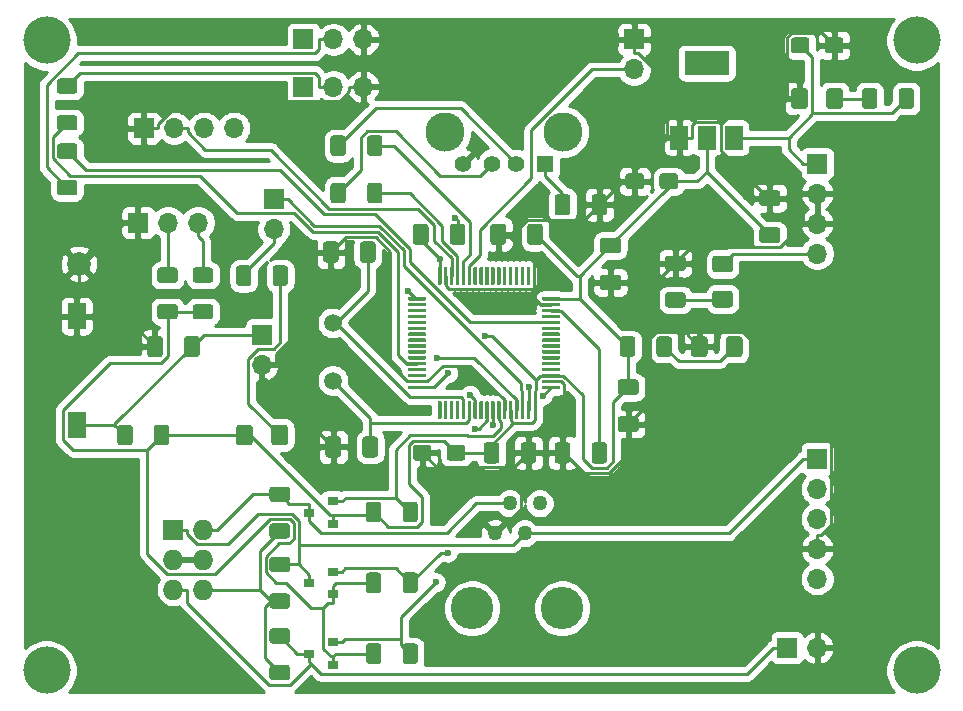
<source format=gtl>
%TF.GenerationSoftware,KiCad,Pcbnew,5.1.9+dfsg1-1+deb11u1*%
%TF.CreationDate,2022-11-02T16:06:54+01:00*%
%TF.ProjectId,StandAlone-Adapter,5374616e-6441-46c6-9f6e-652d41646170,rev?*%
%TF.SameCoordinates,Original*%
%TF.FileFunction,Copper,L1,Top*%
%TF.FilePolarity,Positive*%
%FSLAX46Y46*%
G04 Gerber Fmt 4.6, Leading zero omitted, Abs format (unit mm)*
G04 Created by KiCad (PCBNEW 5.1.9+dfsg1-1+deb11u1) date 2022-11-02 16:06:54*
%MOMM*%
%LPD*%
G01*
G04 APERTURE LIST*
%TA.AperFunction,ComponentPad*%
%ADD10C,3.316000*%
%TD*%
%TA.AperFunction,ComponentPad*%
%ADD11C,1.408000*%
%TD*%
%TA.AperFunction,ComponentPad*%
%ADD12R,1.408000X1.408000*%
%TD*%
%TA.AperFunction,ComponentPad*%
%ADD13O,1.700000X1.700000*%
%TD*%
%TA.AperFunction,ComponentPad*%
%ADD14R,1.700000X1.700000*%
%TD*%
%TA.AperFunction,ComponentPad*%
%ADD15C,4.000000*%
%TD*%
%TA.AperFunction,ComponentPad*%
%ADD16C,1.270000*%
%TD*%
%TA.AperFunction,ComponentPad*%
%ADD17C,3.600000*%
%TD*%
%TA.AperFunction,ComponentPad*%
%ADD18O,1.727200X1.727200*%
%TD*%
%TA.AperFunction,ComponentPad*%
%ADD19R,1.727200X1.727200*%
%TD*%
%TA.AperFunction,SMDPad,CuDef*%
%ADD20R,0.900000X0.800000*%
%TD*%
%TA.AperFunction,SMDPad,CuDef*%
%ADD21R,1.600000X2.180000*%
%TD*%
%TA.AperFunction,SMDPad,CuDef*%
%ADD22C,2.000000*%
%TD*%
%TA.AperFunction,SMDPad,CuDef*%
%ADD23R,1.500000X2.000000*%
%TD*%
%TA.AperFunction,SMDPad,CuDef*%
%ADD24R,3.800000X2.000000*%
%TD*%
%TA.AperFunction,ComponentPad*%
%ADD25C,1.500000*%
%TD*%
%TA.AperFunction,ViaPad*%
%ADD26C,0.600000*%
%TD*%
%TA.AperFunction,Conductor*%
%ADD27C,0.250000*%
%TD*%
%TA.AperFunction,Conductor*%
%ADD28C,0.254000*%
%TD*%
%TA.AperFunction,Conductor*%
%ADD29C,0.100000*%
%TD*%
G04 APERTURE END LIST*
D10*
%TO.P,USB1,SH2*%
%TO.N,N/C*%
X145500000Y-76330000D03*
%TO.P,USB1,SH1*%
X155500000Y-76330000D03*
D11*
%TO.P,USB1,4*%
%TO.N,GND*%
X147000000Y-79000000D03*
%TO.P,USB1,3*%
%TO.N,Net-(R16-Pad2)*%
X149500000Y-79000000D03*
%TO.P,USB1,2*%
%TO.N,Net-(R17-Pad2)*%
X151500000Y-79000000D03*
D12*
%TO.P,USB1,1*%
%TO.N,+5V*%
X154000000Y-79000000D03*
%TD*%
%TO.P,C1,2*%
%TO.N,GND*%
%TA.AperFunction,SMDPad,CuDef*%
G36*
G01*
X177650000Y-69425001D02*
X177650000Y-68574999D01*
G75*
G02*
X177899999Y-68325000I249999J0D01*
G01*
X178975001Y-68325000D01*
G75*
G02*
X179225000Y-68574999I0J-249999D01*
G01*
X179225000Y-69425001D01*
G75*
G02*
X178975001Y-69675000I-249999J0D01*
G01*
X177899999Y-69675000D01*
G75*
G02*
X177650000Y-69425001I0J249999D01*
G01*
G37*
%TD.AperFunction*%
%TO.P,C1,1*%
%TO.N,+5V*%
%TA.AperFunction,SMDPad,CuDef*%
G36*
G01*
X174775000Y-69425001D02*
X174775000Y-68574999D01*
G75*
G02*
X175024999Y-68325000I249999J0D01*
G01*
X176100001Y-68325000D01*
G75*
G02*
X176350000Y-68574999I0J-249999D01*
G01*
X176350000Y-69425001D01*
G75*
G02*
X176100001Y-69675000I-249999J0D01*
G01*
X175024999Y-69675000D01*
G75*
G02*
X174775000Y-69425001I0J249999D01*
G01*
G37*
%TD.AperFunction*%
%TD*%
%TO.P,C2,2*%
%TO.N,GND*%
%TA.AperFunction,SMDPad,CuDef*%
G36*
G01*
X162350000Y-80074999D02*
X162350000Y-80925001D01*
G75*
G02*
X162100001Y-81175000I-249999J0D01*
G01*
X161024999Y-81175000D01*
G75*
G02*
X160775000Y-80925001I0J249999D01*
G01*
X160775000Y-80074999D01*
G75*
G02*
X161024999Y-79825000I249999J0D01*
G01*
X162100001Y-79825000D01*
G75*
G02*
X162350000Y-80074999I0J-249999D01*
G01*
G37*
%TD.AperFunction*%
%TO.P,C2,1*%
%TO.N,VCC3V3*%
%TA.AperFunction,SMDPad,CuDef*%
G36*
G01*
X165225000Y-80074999D02*
X165225000Y-80925001D01*
G75*
G02*
X164975001Y-81175000I-249999J0D01*
G01*
X163899999Y-81175000D01*
G75*
G02*
X163650000Y-80925001I0J249999D01*
G01*
X163650000Y-80074999D01*
G75*
G02*
X163899999Y-79825000I249999J0D01*
G01*
X164975001Y-79825000D01*
G75*
G02*
X165225000Y-80074999I0J-249999D01*
G01*
G37*
%TD.AperFunction*%
%TD*%
%TO.P,C3,2*%
%TO.N,GND*%
%TA.AperFunction,SMDPad,CuDef*%
G36*
G01*
X173650002Y-82600000D02*
X172349998Y-82600000D01*
G75*
G02*
X172100000Y-82350002I0J249998D01*
G01*
X172100000Y-81524998D01*
G75*
G02*
X172349998Y-81275000I249998J0D01*
G01*
X173650002Y-81275000D01*
G75*
G02*
X173900000Y-81524998I0J-249998D01*
G01*
X173900000Y-82350002D01*
G75*
G02*
X173650002Y-82600000I-249998J0D01*
G01*
G37*
%TD.AperFunction*%
%TO.P,C3,1*%
%TO.N,VCC3V3*%
%TA.AperFunction,SMDPad,CuDef*%
G36*
G01*
X173650002Y-85725000D02*
X172349998Y-85725000D01*
G75*
G02*
X172100000Y-85475002I0J249998D01*
G01*
X172100000Y-84649998D01*
G75*
G02*
X172349998Y-84400000I249998J0D01*
G01*
X173650002Y-84400000D01*
G75*
G02*
X173900000Y-84649998I0J-249998D01*
G01*
X173900000Y-85475002D01*
G75*
G02*
X173650002Y-85725000I-249998J0D01*
G01*
G37*
%TD.AperFunction*%
%TD*%
%TO.P,C4,2*%
%TO.N,GND*%
%TA.AperFunction,SMDPad,CuDef*%
G36*
G01*
X145900000Y-85650002D02*
X145900000Y-84349998D01*
G75*
G02*
X146149998Y-84100000I249998J0D01*
G01*
X146975002Y-84100000D01*
G75*
G02*
X147225000Y-84349998I0J-249998D01*
G01*
X147225000Y-85650002D01*
G75*
G02*
X146975002Y-85900000I-249998J0D01*
G01*
X146149998Y-85900000D01*
G75*
G02*
X145900000Y-85650002I0J249998D01*
G01*
G37*
%TD.AperFunction*%
%TO.P,C4,1*%
%TO.N,VCC3V3*%
%TA.AperFunction,SMDPad,CuDef*%
G36*
G01*
X142775000Y-85650002D02*
X142775000Y-84349998D01*
G75*
G02*
X143024998Y-84100000I249998J0D01*
G01*
X143850002Y-84100000D01*
G75*
G02*
X144100000Y-84349998I0J-249998D01*
G01*
X144100000Y-85650002D01*
G75*
G02*
X143850002Y-85900000I-249998J0D01*
G01*
X143024998Y-85900000D01*
G75*
G02*
X142775000Y-85650002I0J249998D01*
G01*
G37*
%TD.AperFunction*%
%TD*%
%TO.P,C5,2*%
%TO.N,GND*%
%TA.AperFunction,SMDPad,CuDef*%
G36*
G01*
X144350000Y-103074999D02*
X144350000Y-103925001D01*
G75*
G02*
X144100001Y-104175000I-249999J0D01*
G01*
X143024999Y-104175000D01*
G75*
G02*
X142775000Y-103925001I0J249999D01*
G01*
X142775000Y-103074999D01*
G75*
G02*
X143024999Y-102825000I249999J0D01*
G01*
X144100001Y-102825000D01*
G75*
G02*
X144350000Y-103074999I0J-249999D01*
G01*
G37*
%TD.AperFunction*%
%TO.P,C5,1*%
%TO.N,VCC3V3*%
%TA.AperFunction,SMDPad,CuDef*%
G36*
G01*
X147225000Y-103074999D02*
X147225000Y-103925001D01*
G75*
G02*
X146975001Y-104175000I-249999J0D01*
G01*
X145899999Y-104175000D01*
G75*
G02*
X145650000Y-103925001I0J249999D01*
G01*
X145650000Y-103074999D01*
G75*
G02*
X145899999Y-102825000I249999J0D01*
G01*
X146975001Y-102825000D01*
G75*
G02*
X147225000Y-103074999I0J-249999D01*
G01*
G37*
%TD.AperFunction*%
%TD*%
%TO.P,C6,2*%
%TO.N,NRST*%
%TA.AperFunction,SMDPad,CuDef*%
G36*
G01*
X123400000Y-95150002D02*
X123400000Y-93849998D01*
G75*
G02*
X123649998Y-93600000I249998J0D01*
G01*
X124475002Y-93600000D01*
G75*
G02*
X124725000Y-93849998I0J-249998D01*
G01*
X124725000Y-95150002D01*
G75*
G02*
X124475002Y-95400000I-249998J0D01*
G01*
X123649998Y-95400000D01*
G75*
G02*
X123400000Y-95150002I0J249998D01*
G01*
G37*
%TD.AperFunction*%
%TO.P,C6,1*%
%TO.N,GND*%
%TA.AperFunction,SMDPad,CuDef*%
G36*
G01*
X120275000Y-95150002D02*
X120275000Y-93849998D01*
G75*
G02*
X120524998Y-93600000I249998J0D01*
G01*
X121350002Y-93600000D01*
G75*
G02*
X121600000Y-93849998I0J-249998D01*
G01*
X121600000Y-95150002D01*
G75*
G02*
X121350002Y-95400000I-249998J0D01*
G01*
X120524998Y-95400000D01*
G75*
G02*
X120275000Y-95150002I0J249998D01*
G01*
G37*
%TD.AperFunction*%
%TD*%
%TO.P,C7,2*%
%TO.N,GND*%
%TA.AperFunction,SMDPad,CuDef*%
G36*
G01*
X156100000Y-102849998D02*
X156100000Y-104150002D01*
G75*
G02*
X155850002Y-104400000I-249998J0D01*
G01*
X155024998Y-104400000D01*
G75*
G02*
X154775000Y-104150002I0J249998D01*
G01*
X154775000Y-102849998D01*
G75*
G02*
X155024998Y-102600000I249998J0D01*
G01*
X155850002Y-102600000D01*
G75*
G02*
X156100000Y-102849998I0J-249998D01*
G01*
G37*
%TD.AperFunction*%
%TO.P,C7,1*%
%TO.N,Net-(C7-Pad1)*%
%TA.AperFunction,SMDPad,CuDef*%
G36*
G01*
X159225000Y-102849998D02*
X159225000Y-104150002D01*
G75*
G02*
X158975002Y-104400000I-249998J0D01*
G01*
X158149998Y-104400000D01*
G75*
G02*
X157900000Y-104150002I0J249998D01*
G01*
X157900000Y-102849998D01*
G75*
G02*
X158149998Y-102600000I249998J0D01*
G01*
X158975002Y-102600000D01*
G75*
G02*
X159225000Y-102849998I0J-249998D01*
G01*
G37*
%TD.AperFunction*%
%TD*%
%TO.P,C8,2*%
%TO.N,GND*%
%TA.AperFunction,SMDPad,CuDef*%
G36*
G01*
X136500000Y-85849998D02*
X136500000Y-87150002D01*
G75*
G02*
X136250002Y-87400000I-249998J0D01*
G01*
X135424998Y-87400000D01*
G75*
G02*
X135175000Y-87150002I0J249998D01*
G01*
X135175000Y-85849998D01*
G75*
G02*
X135424998Y-85600000I249998J0D01*
G01*
X136250002Y-85600000D01*
G75*
G02*
X136500000Y-85849998I0J-249998D01*
G01*
G37*
%TD.AperFunction*%
%TO.P,C8,1*%
%TO.N,Net-(C8-Pad1)*%
%TA.AperFunction,SMDPad,CuDef*%
G36*
G01*
X139625000Y-85849998D02*
X139625000Y-87150002D01*
G75*
G02*
X139375002Y-87400000I-249998J0D01*
G01*
X138549998Y-87400000D01*
G75*
G02*
X138300000Y-87150002I0J249998D01*
G01*
X138300000Y-85849998D01*
G75*
G02*
X138549998Y-85600000I249998J0D01*
G01*
X139375002Y-85600000D01*
G75*
G02*
X139625000Y-85849998I0J-249998D01*
G01*
G37*
%TD.AperFunction*%
%TD*%
%TO.P,C9,2*%
%TO.N,GND*%
%TA.AperFunction,SMDPad,CuDef*%
G36*
G01*
X136700000Y-102349998D02*
X136700000Y-103650002D01*
G75*
G02*
X136450002Y-103900000I-249998J0D01*
G01*
X135624998Y-103900000D01*
G75*
G02*
X135375000Y-103650002I0J249998D01*
G01*
X135375000Y-102349998D01*
G75*
G02*
X135624998Y-102100000I249998J0D01*
G01*
X136450002Y-102100000D01*
G75*
G02*
X136700000Y-102349998I0J-249998D01*
G01*
G37*
%TD.AperFunction*%
%TO.P,C9,1*%
%TO.N,Net-(C9-Pad1)*%
%TA.AperFunction,SMDPad,CuDef*%
G36*
G01*
X139825000Y-102349998D02*
X139825000Y-103650002D01*
G75*
G02*
X139575002Y-103900000I-249998J0D01*
G01*
X138749998Y-103900000D01*
G75*
G02*
X138500000Y-103650002I0J249998D01*
G01*
X138500000Y-102349998D01*
G75*
G02*
X138749998Y-102100000I249998J0D01*
G01*
X139575002Y-102100000D01*
G75*
G02*
X139825000Y-102349998I0J-249998D01*
G01*
G37*
%TD.AperFunction*%
%TD*%
%TO.P,C10,2*%
%TO.N,VCC3V3*%
%TA.AperFunction,SMDPad,CuDef*%
G36*
G01*
X161650002Y-98600000D02*
X160349998Y-98600000D01*
G75*
G02*
X160100000Y-98350002I0J249998D01*
G01*
X160100000Y-97524998D01*
G75*
G02*
X160349998Y-97275000I249998J0D01*
G01*
X161650002Y-97275000D01*
G75*
G02*
X161900000Y-97524998I0J-249998D01*
G01*
X161900000Y-98350002D01*
G75*
G02*
X161650002Y-98600000I-249998J0D01*
G01*
G37*
%TD.AperFunction*%
%TO.P,C10,1*%
%TO.N,GND*%
%TA.AperFunction,SMDPad,CuDef*%
G36*
G01*
X161650002Y-101725000D02*
X160349998Y-101725000D01*
G75*
G02*
X160100000Y-101475002I0J249998D01*
G01*
X160100000Y-100649998D01*
G75*
G02*
X160349998Y-100400000I249998J0D01*
G01*
X161650002Y-100400000D01*
G75*
G02*
X161900000Y-100649998I0J-249998D01*
G01*
X161900000Y-101475002D01*
G75*
G02*
X161650002Y-101725000I-249998J0D01*
G01*
G37*
%TD.AperFunction*%
%TD*%
%TO.P,C11,2*%
%TO.N,VCC3V3*%
%TA.AperFunction,SMDPad,CuDef*%
G36*
G01*
X150100000Y-102849998D02*
X150100000Y-104150002D01*
G75*
G02*
X149850002Y-104400000I-249998J0D01*
G01*
X149024998Y-104400000D01*
G75*
G02*
X148775000Y-104150002I0J249998D01*
G01*
X148775000Y-102849998D01*
G75*
G02*
X149024998Y-102600000I249998J0D01*
G01*
X149850002Y-102600000D01*
G75*
G02*
X150100000Y-102849998I0J-249998D01*
G01*
G37*
%TD.AperFunction*%
%TO.P,C11,1*%
%TO.N,GND*%
%TA.AperFunction,SMDPad,CuDef*%
G36*
G01*
X153225000Y-102849998D02*
X153225000Y-104150002D01*
G75*
G02*
X152975002Y-104400000I-249998J0D01*
G01*
X152149998Y-104400000D01*
G75*
G02*
X151900000Y-104150002I0J249998D01*
G01*
X151900000Y-102849998D01*
G75*
G02*
X152149998Y-102600000I249998J0D01*
G01*
X152975002Y-102600000D01*
G75*
G02*
X153225000Y-102849998I0J-249998D01*
G01*
G37*
%TD.AperFunction*%
%TD*%
%TO.P,C12,2*%
%TO.N,VCC3V3*%
%TA.AperFunction,SMDPad,CuDef*%
G36*
G01*
X160150002Y-86600000D02*
X158849998Y-86600000D01*
G75*
G02*
X158600000Y-86350002I0J249998D01*
G01*
X158600000Y-85524998D01*
G75*
G02*
X158849998Y-85275000I249998J0D01*
G01*
X160150002Y-85275000D01*
G75*
G02*
X160400000Y-85524998I0J-249998D01*
G01*
X160400000Y-86350002D01*
G75*
G02*
X160150002Y-86600000I-249998J0D01*
G01*
G37*
%TD.AperFunction*%
%TO.P,C12,1*%
%TO.N,GND*%
%TA.AperFunction,SMDPad,CuDef*%
G36*
G01*
X160150002Y-89725000D02*
X158849998Y-89725000D01*
G75*
G02*
X158600000Y-89475002I0J249998D01*
G01*
X158600000Y-88649998D01*
G75*
G02*
X158849998Y-88400000I249998J0D01*
G01*
X160150002Y-88400000D01*
G75*
G02*
X160400000Y-88649998I0J-249998D01*
G01*
X160400000Y-89475002D01*
G75*
G02*
X160150002Y-89725000I-249998J0D01*
G01*
G37*
%TD.AperFunction*%
%TD*%
%TO.P,C13,2*%
%TO.N,VCC3V3*%
%TA.AperFunction,SMDPad,CuDef*%
G36*
G01*
X152462000Y-85650002D02*
X152462000Y-84349998D01*
G75*
G02*
X152711998Y-84100000I249998J0D01*
G01*
X153537002Y-84100000D01*
G75*
G02*
X153787000Y-84349998I0J-249998D01*
G01*
X153787000Y-85650002D01*
G75*
G02*
X153537002Y-85900000I-249998J0D01*
G01*
X152711998Y-85900000D01*
G75*
G02*
X152462000Y-85650002I0J249998D01*
G01*
G37*
%TD.AperFunction*%
%TO.P,C13,1*%
%TO.N,GND*%
%TA.AperFunction,SMDPad,CuDef*%
G36*
G01*
X149337000Y-85650002D02*
X149337000Y-84349998D01*
G75*
G02*
X149586998Y-84100000I249998J0D01*
G01*
X150412002Y-84100000D01*
G75*
G02*
X150662000Y-84349998I0J-249998D01*
G01*
X150662000Y-85650002D01*
G75*
G02*
X150412002Y-85900000I-249998J0D01*
G01*
X149586998Y-85900000D01*
G75*
G02*
X149337000Y-85650002I0J249998D01*
G01*
G37*
%TD.AperFunction*%
%TD*%
%TO.P,C14,2*%
%TO.N,+5V*%
%TA.AperFunction,SMDPad,CuDef*%
G36*
G01*
X156100000Y-81849998D02*
X156100000Y-83150002D01*
G75*
G02*
X155850002Y-83400000I-249998J0D01*
G01*
X155024998Y-83400000D01*
G75*
G02*
X154775000Y-83150002I0J249998D01*
G01*
X154775000Y-81849998D01*
G75*
G02*
X155024998Y-81600000I249998J0D01*
G01*
X155850002Y-81600000D01*
G75*
G02*
X156100000Y-81849998I0J-249998D01*
G01*
G37*
%TD.AperFunction*%
%TO.P,C14,1*%
%TO.N,GND*%
%TA.AperFunction,SMDPad,CuDef*%
G36*
G01*
X159225000Y-81849998D02*
X159225000Y-83150002D01*
G75*
G02*
X158975002Y-83400000I-249998J0D01*
G01*
X158149998Y-83400000D01*
G75*
G02*
X157900000Y-83150002I0J249998D01*
G01*
X157900000Y-81849998D01*
G75*
G02*
X158149998Y-81600000I249998J0D01*
G01*
X158975002Y-81600000D01*
G75*
G02*
X159225000Y-81849998I0J-249998D01*
G01*
G37*
%TD.AperFunction*%
%TD*%
%TO.P,D1,2*%
%TO.N,Net-(D1-Pad2)*%
%TA.AperFunction,SMDPad,CuDef*%
G36*
G01*
X177775000Y-74125000D02*
X177775000Y-72875000D01*
G75*
G02*
X178025000Y-72625000I250000J0D01*
G01*
X178950000Y-72625000D01*
G75*
G02*
X179200000Y-72875000I0J-250000D01*
G01*
X179200000Y-74125000D01*
G75*
G02*
X178950000Y-74375000I-250000J0D01*
G01*
X178025000Y-74375000D01*
G75*
G02*
X177775000Y-74125000I0J250000D01*
G01*
G37*
%TD.AperFunction*%
%TO.P,D1,1*%
%TO.N,GND*%
%TA.AperFunction,SMDPad,CuDef*%
G36*
G01*
X174800000Y-74125000D02*
X174800000Y-72875000D01*
G75*
G02*
X175050000Y-72625000I250000J0D01*
G01*
X175975000Y-72625000D01*
G75*
G02*
X176225000Y-72875000I0J-250000D01*
G01*
X176225000Y-74125000D01*
G75*
G02*
X175975000Y-74375000I-250000J0D01*
G01*
X175050000Y-74375000D01*
G75*
G02*
X174800000Y-74125000I0J250000D01*
G01*
G37*
%TD.AperFunction*%
%TD*%
%TO.P,D2,2*%
%TO.N,VCC12V*%
%TA.AperFunction,SMDPad,CuDef*%
G36*
G01*
X169625000Y-88225000D02*
X168375000Y-88225000D01*
G75*
G02*
X168125000Y-87975000I0J250000D01*
G01*
X168125000Y-87050000D01*
G75*
G02*
X168375000Y-86800000I250000J0D01*
G01*
X169625000Y-86800000D01*
G75*
G02*
X169875000Y-87050000I0J-250000D01*
G01*
X169875000Y-87975000D01*
G75*
G02*
X169625000Y-88225000I-250000J0D01*
G01*
G37*
%TD.AperFunction*%
%TO.P,D2,1*%
%TO.N,Net-(D2-Pad1)*%
%TA.AperFunction,SMDPad,CuDef*%
G36*
G01*
X169625000Y-91200000D02*
X168375000Y-91200000D01*
G75*
G02*
X168125000Y-90950000I0J250000D01*
G01*
X168125000Y-90025000D01*
G75*
G02*
X168375000Y-89775000I250000J0D01*
G01*
X169625000Y-89775000D01*
G75*
G02*
X169875000Y-90025000I0J-250000D01*
G01*
X169875000Y-90950000D01*
G75*
G02*
X169625000Y-91200000I-250000J0D01*
G01*
G37*
%TD.AperFunction*%
%TD*%
%TO.P,D3,2*%
%TO.N,Net-(D3-Pad2)*%
%TA.AperFunction,SMDPad,CuDef*%
G36*
G01*
X169275000Y-95125000D02*
X169275000Y-93875000D01*
G75*
G02*
X169525000Y-93625000I250000J0D01*
G01*
X170450000Y-93625000D01*
G75*
G02*
X170700000Y-93875000I0J-250000D01*
G01*
X170700000Y-95125000D01*
G75*
G02*
X170450000Y-95375000I-250000J0D01*
G01*
X169525000Y-95375000D01*
G75*
G02*
X169275000Y-95125000I0J250000D01*
G01*
G37*
%TD.AperFunction*%
%TO.P,D3,1*%
%TO.N,GND*%
%TA.AperFunction,SMDPad,CuDef*%
G36*
G01*
X166300000Y-95125000D02*
X166300000Y-93875000D01*
G75*
G02*
X166550000Y-93625000I250000J0D01*
G01*
X167475000Y-93625000D01*
G75*
G02*
X167725000Y-93875000I0J-250000D01*
G01*
X167725000Y-95125000D01*
G75*
G02*
X167475000Y-95375000I-250000J0D01*
G01*
X166550000Y-95375000D01*
G75*
G02*
X166300000Y-95125000I0J250000D01*
G01*
G37*
%TD.AperFunction*%
%TD*%
%TO.P,D4,2*%
%TO.N,VCC3V3*%
%TA.AperFunction,SMDPad,CuDef*%
G36*
G01*
X129225000Y-101375000D02*
X129225000Y-102625000D01*
G75*
G02*
X128975000Y-102875000I-250000J0D01*
G01*
X128050000Y-102875000D01*
G75*
G02*
X127800000Y-102625000I0J250000D01*
G01*
X127800000Y-101375000D01*
G75*
G02*
X128050000Y-101125000I250000J0D01*
G01*
X128975000Y-101125000D01*
G75*
G02*
X129225000Y-101375000I0J-250000D01*
G01*
G37*
%TD.AperFunction*%
%TO.P,D4,1*%
%TO.N,Net-(D4-Pad1)*%
%TA.AperFunction,SMDPad,CuDef*%
G36*
G01*
X132200000Y-101375000D02*
X132200000Y-102625000D01*
G75*
G02*
X131950000Y-102875000I-250000J0D01*
G01*
X131025000Y-102875000D01*
G75*
G02*
X130775000Y-102625000I0J250000D01*
G01*
X130775000Y-101375000D01*
G75*
G02*
X131025000Y-101125000I250000J0D01*
G01*
X131950000Y-101125000D01*
G75*
G02*
X132200000Y-101375000I0J-250000D01*
G01*
G37*
%TD.AperFunction*%
%TD*%
D13*
%TO.P,EN1,2*%
%TO.N,GND*%
X130000000Y-96040000D03*
D14*
%TO.P,EN1,1*%
%TO.N,NRST*%
X130000000Y-93500000D03*
%TD*%
D15*
%TO.P,H1,1*%
%TO.N,Net-(H1-Pad1)*%
X111760000Y-121920000D03*
%TD*%
%TO.P,H2,1*%
%TO.N,Net-(H2-Pad1)*%
X185420000Y-68580000D03*
%TD*%
%TO.P,H3,1*%
%TO.N,Net-(H3-Pad1)*%
X185420000Y-121920000D03*
%TD*%
%TO.P,H4,1*%
%TO.N,Net-(H4-Pad1)*%
X111760000Y-68580000D03*
%TD*%
D16*
%TO.P,J1,3*%
%TO.N,KBD_DATA*%
X150965000Y-107770000D03*
D17*
%TO.P,J1,5*%
%TO.N,N/C*%
X147790000Y-116650000D03*
X155410000Y-116650000D03*
D16*
%TO.P,J1,1*%
%TO.N,+5V*%
X153505000Y-107770000D03*
%TO.P,J1,4*%
%TO.N,GND*%
X149695000Y-110300000D03*
%TO.P,J1,2*%
%TO.N,KBD_CLOCK*%
X152235000Y-110300000D03*
%TD*%
D13*
%TO.P,J2,3*%
%TO.N,GND*%
X138580000Y-72500000D03*
%TO.P,J2,2*%
%TO.N,BOOT0*%
X136040000Y-72500000D03*
D14*
%TO.P,J2,1*%
%TO.N,VCC3V3*%
X133500000Y-72500000D03*
%TD*%
D18*
%TO.P,J3,6*%
%TO.N,+5V*%
X125040000Y-115080000D03*
%TO.P,J3,5*%
%TO.N,KBD_RESET*%
X122500000Y-115080000D03*
%TO.P,J3,4*%
%TO.N,GND*%
X125040000Y-112540000D03*
%TO.P,J3,3*%
X122500000Y-112540000D03*
%TO.P,J3,2*%
%TO.N,KBD_DATA*%
X125040000Y-110000000D03*
D19*
%TO.P,J3,1*%
%TO.N,KBD_CLOCK*%
X122500000Y-110000000D03*
%TD*%
D13*
%TO.P,J4,4*%
%TO.N,VCC3V3*%
X127620000Y-76000000D03*
%TO.P,J4,3*%
%TO.N,SWDCLK*%
X125080000Y-76000000D03*
%TO.P,J4,2*%
%TO.N,SWDIO*%
X122540000Y-76000000D03*
D14*
%TO.P,J4,1*%
%TO.N,GND*%
X120000000Y-76000000D03*
%TD*%
D13*
%TO.P,J5,5*%
%TO.N,+5V*%
X177000000Y-114160000D03*
%TO.P,J5,4*%
%TO.N,GND*%
X177000000Y-111620000D03*
%TO.P,J5,3*%
%TO.N,Net-(J5-Pad3)*%
X177000000Y-109080000D03*
%TO.P,J5,2*%
%TO.N,KBD_DATA*%
X177000000Y-106540000D03*
D14*
%TO.P,J5,1*%
%TO.N,KBD_CLOCK*%
X177000000Y-104000000D03*
%TD*%
D13*
%TO.P,J6,3*%
%TO.N,GND*%
X138580000Y-68500000D03*
%TO.P,J6,2*%
%TO.N,BOOT1*%
X136040000Y-68500000D03*
D14*
%TO.P,J6,1*%
%TO.N,VCC3V3*%
X133500000Y-68500000D03*
%TD*%
D13*
%TO.P,J7,3*%
%TO.N,UART_TX_TTL*%
X124580000Y-84000000D03*
%TO.P,J7,2*%
%TO.N,UART_RX_TTL*%
X122040000Y-84000000D03*
D14*
%TO.P,J7,1*%
%TO.N,GND*%
X119500000Y-84000000D03*
%TD*%
D13*
%TO.P,J8,2*%
%TO.N,GND*%
X177000000Y-120000000D03*
D14*
%TO.P,J8,1*%
%TO.N,KBD_RESET*%
X174460000Y-120000000D03*
%TD*%
D13*
%TO.P,J9,2*%
%TO.N,TP1*%
X131000000Y-84540000D03*
D14*
%TO.P,J9,1*%
%TO.N,TP2*%
X131000000Y-82000000D03*
%TD*%
D13*
%TO.P,J10,4*%
%TO.N,VCC12V*%
X177000000Y-86620000D03*
%TO.P,J10,3*%
%TO.N,GND*%
X177000000Y-84080000D03*
%TO.P,J10,2*%
X177000000Y-81540000D03*
D14*
%TO.P,J10,1*%
%TO.N,+5V*%
X177000000Y-79000000D03*
%TD*%
D13*
%TO.P,J11,2*%
%TO.N,USB_ID*%
X161500000Y-71040000D03*
D14*
%TO.P,J11,1*%
%TO.N,GND*%
X161500000Y-68500000D03*
%TD*%
D20*
%TO.P,Q1,3*%
%TO.N,KBD_DATA*%
X134000000Y-108550000D03*
%TO.P,Q1,2*%
%TO.N,KBD_3v3_DATA*%
X136000000Y-107600000D03*
%TO.P,Q1,1*%
%TO.N,VCC3V3*%
X136000000Y-109500000D03*
%TD*%
%TO.P,Q2,3*%
%TO.N,KBD_CLOCK*%
X134000000Y-114525000D03*
%TO.P,Q2,2*%
%TO.N,KBD_3v3_CLOCK*%
X136000000Y-113575000D03*
%TO.P,Q2,1*%
%TO.N,VCC3V3*%
X136000000Y-115475000D03*
%TD*%
%TO.P,Q3,3*%
%TO.N,KBD_RESET*%
X134000000Y-120500000D03*
%TO.P,Q3,2*%
%TO.N,KBD_3v3_RESET*%
X136000000Y-119550000D03*
%TO.P,Q3,1*%
%TO.N,VCC3V3*%
X136000000Y-121450000D03*
%TD*%
%TO.P,R1,2*%
%TO.N,Net-(D1-Pad2)*%
%TA.AperFunction,SMDPad,CuDef*%
G36*
G01*
X182100000Y-72874999D02*
X182100000Y-74125001D01*
G75*
G02*
X181850001Y-74375000I-249999J0D01*
G01*
X181049999Y-74375000D01*
G75*
G02*
X180800000Y-74125001I0J249999D01*
G01*
X180800000Y-72874999D01*
G75*
G02*
X181049999Y-72625000I249999J0D01*
G01*
X181850001Y-72625000D01*
G75*
G02*
X182100000Y-72874999I0J-249999D01*
G01*
G37*
%TD.AperFunction*%
%TO.P,R1,1*%
%TO.N,+5V*%
%TA.AperFunction,SMDPad,CuDef*%
G36*
G01*
X185200000Y-72874999D02*
X185200000Y-74125001D01*
G75*
G02*
X184950001Y-74375000I-249999J0D01*
G01*
X184149999Y-74375000D01*
G75*
G02*
X183900000Y-74125001I0J249999D01*
G01*
X183900000Y-72874999D01*
G75*
G02*
X184149999Y-72625000I249999J0D01*
G01*
X184950001Y-72625000D01*
G75*
G02*
X185200000Y-72874999I0J-249999D01*
G01*
G37*
%TD.AperFunction*%
%TD*%
%TO.P,R2,2*%
%TO.N,Net-(D2-Pad1)*%
%TA.AperFunction,SMDPad,CuDef*%
G36*
G01*
X164374999Y-89900000D02*
X165625001Y-89900000D01*
G75*
G02*
X165875000Y-90149999I0J-249999D01*
G01*
X165875000Y-90950001D01*
G75*
G02*
X165625001Y-91200000I-249999J0D01*
G01*
X164374999Y-91200000D01*
G75*
G02*
X164125000Y-90950001I0J249999D01*
G01*
X164125000Y-90149999D01*
G75*
G02*
X164374999Y-89900000I249999J0D01*
G01*
G37*
%TD.AperFunction*%
%TO.P,R2,1*%
%TO.N,GND*%
%TA.AperFunction,SMDPad,CuDef*%
G36*
G01*
X164374999Y-86800000D02*
X165625001Y-86800000D01*
G75*
G02*
X165875000Y-87049999I0J-249999D01*
G01*
X165875000Y-87850001D01*
G75*
G02*
X165625001Y-88100000I-249999J0D01*
G01*
X164374999Y-88100000D01*
G75*
G02*
X164125000Y-87850001I0J249999D01*
G01*
X164125000Y-87049999D01*
G75*
G02*
X164374999Y-86800000I249999J0D01*
G01*
G37*
%TD.AperFunction*%
%TD*%
%TO.P,R3,2*%
%TO.N,Net-(D3-Pad2)*%
%TA.AperFunction,SMDPad,CuDef*%
G36*
G01*
X163400000Y-95125001D02*
X163400000Y-93874999D01*
G75*
G02*
X163649999Y-93625000I249999J0D01*
G01*
X164450001Y-93625000D01*
G75*
G02*
X164700000Y-93874999I0J-249999D01*
G01*
X164700000Y-95125001D01*
G75*
G02*
X164450001Y-95375000I-249999J0D01*
G01*
X163649999Y-95375000D01*
G75*
G02*
X163400000Y-95125001I0J249999D01*
G01*
G37*
%TD.AperFunction*%
%TO.P,R3,1*%
%TO.N,VCC3V3*%
%TA.AperFunction,SMDPad,CuDef*%
G36*
G01*
X160300000Y-95125001D02*
X160300000Y-93874999D01*
G75*
G02*
X160549999Y-93625000I249999J0D01*
G01*
X161350001Y-93625000D01*
G75*
G02*
X161600000Y-93874999I0J-249999D01*
G01*
X161600000Y-95125001D01*
G75*
G02*
X161350001Y-95375000I-249999J0D01*
G01*
X160549999Y-95375000D01*
G75*
G02*
X160300000Y-95125001I0J249999D01*
G01*
G37*
%TD.AperFunction*%
%TD*%
%TO.P,R4,2*%
%TO.N,VCC3V3*%
%TA.AperFunction,SMDPad,CuDef*%
G36*
G01*
X120850000Y-102625001D02*
X120850000Y-101374999D01*
G75*
G02*
X121099999Y-101125000I249999J0D01*
G01*
X121900001Y-101125000D01*
G75*
G02*
X122150000Y-101374999I0J-249999D01*
G01*
X122150000Y-102625001D01*
G75*
G02*
X121900001Y-102875000I-249999J0D01*
G01*
X121099999Y-102875000D01*
G75*
G02*
X120850000Y-102625001I0J249999D01*
G01*
G37*
%TD.AperFunction*%
%TO.P,R4,1*%
%TO.N,NRST*%
%TA.AperFunction,SMDPad,CuDef*%
G36*
G01*
X117750000Y-102625001D02*
X117750000Y-101374999D01*
G75*
G02*
X117999999Y-101125000I249999J0D01*
G01*
X118800001Y-101125000D01*
G75*
G02*
X119050000Y-101374999I0J-249999D01*
G01*
X119050000Y-102625001D01*
G75*
G02*
X118800001Y-102875000I-249999J0D01*
G01*
X117999999Y-102875000D01*
G75*
G02*
X117750000Y-102625001I0J249999D01*
G01*
G37*
%TD.AperFunction*%
%TD*%
%TO.P,R5,2*%
%TO.N,TP1*%
%TA.AperFunction,SMDPad,CuDef*%
G36*
G01*
X129100000Y-87874999D02*
X129100000Y-89125001D01*
G75*
G02*
X128850001Y-89375000I-249999J0D01*
G01*
X128049999Y-89375000D01*
G75*
G02*
X127800000Y-89125001I0J249999D01*
G01*
X127800000Y-87874999D01*
G75*
G02*
X128049999Y-87625000I249999J0D01*
G01*
X128850001Y-87625000D01*
G75*
G02*
X129100000Y-87874999I0J-249999D01*
G01*
G37*
%TD.AperFunction*%
%TO.P,R5,1*%
%TO.N,Net-(D4-Pad1)*%
%TA.AperFunction,SMDPad,CuDef*%
G36*
G01*
X132200000Y-87874999D02*
X132200000Y-89125001D01*
G75*
G02*
X131950001Y-89375000I-249999J0D01*
G01*
X131149999Y-89375000D01*
G75*
G02*
X130900000Y-89125001I0J249999D01*
G01*
X130900000Y-87874999D01*
G75*
G02*
X131149999Y-87625000I249999J0D01*
G01*
X131950001Y-87625000D01*
G75*
G02*
X132200000Y-87874999I0J-249999D01*
G01*
G37*
%TD.AperFunction*%
%TD*%
%TO.P,R6,2*%
%TO.N,BOOT0*%
%TA.AperFunction,SMDPad,CuDef*%
G36*
G01*
X114125001Y-73100000D02*
X112874999Y-73100000D01*
G75*
G02*
X112625000Y-72850001I0J249999D01*
G01*
X112625000Y-72049999D01*
G75*
G02*
X112874999Y-71800000I249999J0D01*
G01*
X114125001Y-71800000D01*
G75*
G02*
X114375000Y-72049999I0J-249999D01*
G01*
X114375000Y-72850001D01*
G75*
G02*
X114125001Y-73100000I-249999J0D01*
G01*
G37*
%TD.AperFunction*%
%TO.P,R6,1*%
%TO.N,Net-(R6-Pad1)*%
%TA.AperFunction,SMDPad,CuDef*%
G36*
G01*
X114125001Y-76200000D02*
X112874999Y-76200000D01*
G75*
G02*
X112625000Y-75950001I0J249999D01*
G01*
X112625000Y-75149999D01*
G75*
G02*
X112874999Y-74900000I249999J0D01*
G01*
X114125001Y-74900000D01*
G75*
G02*
X114375000Y-75149999I0J-249999D01*
G01*
X114375000Y-75950001D01*
G75*
G02*
X114125001Y-76200000I-249999J0D01*
G01*
G37*
%TD.AperFunction*%
%TD*%
%TO.P,R7,2*%
%TO.N,Net-(R7-Pad2)*%
%TA.AperFunction,SMDPad,CuDef*%
G36*
G01*
X114125001Y-78600000D02*
X112874999Y-78600000D01*
G75*
G02*
X112625000Y-78350001I0J249999D01*
G01*
X112625000Y-77549999D01*
G75*
G02*
X112874999Y-77300000I249999J0D01*
G01*
X114125001Y-77300000D01*
G75*
G02*
X114375000Y-77549999I0J-249999D01*
G01*
X114375000Y-78350001D01*
G75*
G02*
X114125001Y-78600000I-249999J0D01*
G01*
G37*
%TD.AperFunction*%
%TO.P,R7,1*%
%TO.N,BOOT1*%
%TA.AperFunction,SMDPad,CuDef*%
G36*
G01*
X114125001Y-81700000D02*
X112874999Y-81700000D01*
G75*
G02*
X112625000Y-81450001I0J249999D01*
G01*
X112625000Y-80649999D01*
G75*
G02*
X112874999Y-80400000I249999J0D01*
G01*
X114125001Y-80400000D01*
G75*
G02*
X114375000Y-80649999I0J-249999D01*
G01*
X114375000Y-81450001D01*
G75*
G02*
X114125001Y-81700000I-249999J0D01*
G01*
G37*
%TD.AperFunction*%
%TD*%
%TO.P,R8,2*%
%TO.N,UART_TX_TTL*%
%TA.AperFunction,SMDPad,CuDef*%
G36*
G01*
X125625001Y-89100000D02*
X124374999Y-89100000D01*
G75*
G02*
X124125000Y-88850001I0J249999D01*
G01*
X124125000Y-88049999D01*
G75*
G02*
X124374999Y-87800000I249999J0D01*
G01*
X125625001Y-87800000D01*
G75*
G02*
X125875000Y-88049999I0J-249999D01*
G01*
X125875000Y-88850001D01*
G75*
G02*
X125625001Y-89100000I-249999J0D01*
G01*
G37*
%TD.AperFunction*%
%TO.P,R8,1*%
%TO.N,VCC3V3*%
%TA.AperFunction,SMDPad,CuDef*%
G36*
G01*
X125625001Y-92200000D02*
X124374999Y-92200000D01*
G75*
G02*
X124125000Y-91950001I0J249999D01*
G01*
X124125000Y-91149999D01*
G75*
G02*
X124374999Y-90900000I249999J0D01*
G01*
X125625001Y-90900000D01*
G75*
G02*
X125875000Y-91149999I0J-249999D01*
G01*
X125875000Y-91950001D01*
G75*
G02*
X125625001Y-92200000I-249999J0D01*
G01*
G37*
%TD.AperFunction*%
%TD*%
%TO.P,R9,2*%
%TO.N,UART_RX_TTL*%
%TA.AperFunction,SMDPad,CuDef*%
G36*
G01*
X122625001Y-89100000D02*
X121374999Y-89100000D01*
G75*
G02*
X121125000Y-88850001I0J249999D01*
G01*
X121125000Y-88049999D01*
G75*
G02*
X121374999Y-87800000I249999J0D01*
G01*
X122625001Y-87800000D01*
G75*
G02*
X122875000Y-88049999I0J-249999D01*
G01*
X122875000Y-88850001D01*
G75*
G02*
X122625001Y-89100000I-249999J0D01*
G01*
G37*
%TD.AperFunction*%
%TO.P,R9,1*%
%TO.N,VCC3V3*%
%TA.AperFunction,SMDPad,CuDef*%
G36*
G01*
X122625001Y-92200000D02*
X121374999Y-92200000D01*
G75*
G02*
X121125000Y-91950001I0J249999D01*
G01*
X121125000Y-91149999D01*
G75*
G02*
X121374999Y-90900000I249999J0D01*
G01*
X122625001Y-90900000D01*
G75*
G02*
X122875000Y-91149999I0J-249999D01*
G01*
X122875000Y-91950001D01*
G75*
G02*
X122625001Y-92200000I-249999J0D01*
G01*
G37*
%TD.AperFunction*%
%TD*%
%TO.P,R10,2*%
%TO.N,KBD_3v3_DATA*%
%TA.AperFunction,SMDPad,CuDef*%
G36*
G01*
X141900000Y-109125001D02*
X141900000Y-107874999D01*
G75*
G02*
X142149999Y-107625000I249999J0D01*
G01*
X142950001Y-107625000D01*
G75*
G02*
X143200000Y-107874999I0J-249999D01*
G01*
X143200000Y-109125001D01*
G75*
G02*
X142950001Y-109375000I-249999J0D01*
G01*
X142149999Y-109375000D01*
G75*
G02*
X141900000Y-109125001I0J249999D01*
G01*
G37*
%TD.AperFunction*%
%TO.P,R10,1*%
%TO.N,VCC3V3*%
%TA.AperFunction,SMDPad,CuDef*%
G36*
G01*
X138800000Y-109125001D02*
X138800000Y-107874999D01*
G75*
G02*
X139049999Y-107625000I249999J0D01*
G01*
X139850001Y-107625000D01*
G75*
G02*
X140100000Y-107874999I0J-249999D01*
G01*
X140100000Y-109125001D01*
G75*
G02*
X139850001Y-109375000I-249999J0D01*
G01*
X139049999Y-109375000D01*
G75*
G02*
X138800000Y-109125001I0J249999D01*
G01*
G37*
%TD.AperFunction*%
%TD*%
%TO.P,R11,2*%
%TO.N,KBD_3v3_CLOCK*%
%TA.AperFunction,SMDPad,CuDef*%
G36*
G01*
X141900000Y-115125001D02*
X141900000Y-113874999D01*
G75*
G02*
X142149999Y-113625000I249999J0D01*
G01*
X142950001Y-113625000D01*
G75*
G02*
X143200000Y-113874999I0J-249999D01*
G01*
X143200000Y-115125001D01*
G75*
G02*
X142950001Y-115375000I-249999J0D01*
G01*
X142149999Y-115375000D01*
G75*
G02*
X141900000Y-115125001I0J249999D01*
G01*
G37*
%TD.AperFunction*%
%TO.P,R11,1*%
%TO.N,VCC3V3*%
%TA.AperFunction,SMDPad,CuDef*%
G36*
G01*
X138800000Y-115125001D02*
X138800000Y-113874999D01*
G75*
G02*
X139049999Y-113625000I249999J0D01*
G01*
X139850001Y-113625000D01*
G75*
G02*
X140100000Y-113874999I0J-249999D01*
G01*
X140100000Y-115125001D01*
G75*
G02*
X139850001Y-115375000I-249999J0D01*
G01*
X139049999Y-115375000D01*
G75*
G02*
X138800000Y-115125001I0J249999D01*
G01*
G37*
%TD.AperFunction*%
%TD*%
%TO.P,R12,2*%
%TO.N,KBD_3v3_RESET*%
%TA.AperFunction,SMDPad,CuDef*%
G36*
G01*
X141900000Y-121125001D02*
X141900000Y-119874999D01*
G75*
G02*
X142149999Y-119625000I249999J0D01*
G01*
X142950001Y-119625000D01*
G75*
G02*
X143200000Y-119874999I0J-249999D01*
G01*
X143200000Y-121125001D01*
G75*
G02*
X142950001Y-121375000I-249999J0D01*
G01*
X142149999Y-121375000D01*
G75*
G02*
X141900000Y-121125001I0J249999D01*
G01*
G37*
%TD.AperFunction*%
%TO.P,R12,1*%
%TO.N,VCC3V3*%
%TA.AperFunction,SMDPad,CuDef*%
G36*
G01*
X138800000Y-121125001D02*
X138800000Y-119874999D01*
G75*
G02*
X139049999Y-119625000I249999J0D01*
G01*
X139850001Y-119625000D01*
G75*
G02*
X140100000Y-119874999I0J-249999D01*
G01*
X140100000Y-121125001D01*
G75*
G02*
X139850001Y-121375000I-249999J0D01*
G01*
X139049999Y-121375000D01*
G75*
G02*
X138800000Y-121125001I0J249999D01*
G01*
G37*
%TD.AperFunction*%
%TD*%
%TO.P,R13,2*%
%TO.N,KBD_DATA*%
%TA.AperFunction,SMDPad,CuDef*%
G36*
G01*
X132125001Y-107650000D02*
X130874999Y-107650000D01*
G75*
G02*
X130625000Y-107400001I0J249999D01*
G01*
X130625000Y-106599999D01*
G75*
G02*
X130874999Y-106350000I249999J0D01*
G01*
X132125001Y-106350000D01*
G75*
G02*
X132375000Y-106599999I0J-249999D01*
G01*
X132375000Y-107400001D01*
G75*
G02*
X132125001Y-107650000I-249999J0D01*
G01*
G37*
%TD.AperFunction*%
%TO.P,R13,1*%
%TO.N,+5V*%
%TA.AperFunction,SMDPad,CuDef*%
G36*
G01*
X132125001Y-110750000D02*
X130874999Y-110750000D01*
G75*
G02*
X130625000Y-110500001I0J249999D01*
G01*
X130625000Y-109699999D01*
G75*
G02*
X130874999Y-109450000I249999J0D01*
G01*
X132125001Y-109450000D01*
G75*
G02*
X132375000Y-109699999I0J-249999D01*
G01*
X132375000Y-110500001D01*
G75*
G02*
X132125001Y-110750000I-249999J0D01*
G01*
G37*
%TD.AperFunction*%
%TD*%
%TO.P,R14,2*%
%TO.N,KBD_CLOCK*%
%TA.AperFunction,SMDPad,CuDef*%
G36*
G01*
X132125001Y-113600000D02*
X130874999Y-113600000D01*
G75*
G02*
X130625000Y-113350001I0J249999D01*
G01*
X130625000Y-112549999D01*
G75*
G02*
X130874999Y-112300000I249999J0D01*
G01*
X132125001Y-112300000D01*
G75*
G02*
X132375000Y-112549999I0J-249999D01*
G01*
X132375000Y-113350001D01*
G75*
G02*
X132125001Y-113600000I-249999J0D01*
G01*
G37*
%TD.AperFunction*%
%TO.P,R14,1*%
%TO.N,+5V*%
%TA.AperFunction,SMDPad,CuDef*%
G36*
G01*
X132125001Y-116700000D02*
X130874999Y-116700000D01*
G75*
G02*
X130625000Y-116450001I0J249999D01*
G01*
X130625000Y-115649999D01*
G75*
G02*
X130874999Y-115400000I249999J0D01*
G01*
X132125001Y-115400000D01*
G75*
G02*
X132375000Y-115649999I0J-249999D01*
G01*
X132375000Y-116450001D01*
G75*
G02*
X132125001Y-116700000I-249999J0D01*
G01*
G37*
%TD.AperFunction*%
%TD*%
%TO.P,R15,2*%
%TO.N,KBD_RESET*%
%TA.AperFunction,SMDPad,CuDef*%
G36*
G01*
X132125001Y-119650000D02*
X130874999Y-119650000D01*
G75*
G02*
X130625000Y-119400001I0J249999D01*
G01*
X130625000Y-118599999D01*
G75*
G02*
X130874999Y-118350000I249999J0D01*
G01*
X132125001Y-118350000D01*
G75*
G02*
X132375000Y-118599999I0J-249999D01*
G01*
X132375000Y-119400001D01*
G75*
G02*
X132125001Y-119650000I-249999J0D01*
G01*
G37*
%TD.AperFunction*%
%TO.P,R15,1*%
%TO.N,+5V*%
%TA.AperFunction,SMDPad,CuDef*%
G36*
G01*
X132125001Y-122750000D02*
X130874999Y-122750000D01*
G75*
G02*
X130625000Y-122500001I0J249999D01*
G01*
X130625000Y-121699999D01*
G75*
G02*
X130874999Y-121450000I249999J0D01*
G01*
X132125001Y-121450000D01*
G75*
G02*
X132375000Y-121699999I0J-249999D01*
G01*
X132375000Y-122500001D01*
G75*
G02*
X132125001Y-122750000I-249999J0D01*
G01*
G37*
%TD.AperFunction*%
%TD*%
%TO.P,R16,2*%
%TO.N,Net-(R16-Pad2)*%
%TA.AperFunction,SMDPad,CuDef*%
G36*
G01*
X137100000Y-80874999D02*
X137100000Y-82125001D01*
G75*
G02*
X136850001Y-82375000I-249999J0D01*
G01*
X136049999Y-82375000D01*
G75*
G02*
X135800000Y-82125001I0J249999D01*
G01*
X135800000Y-80874999D01*
G75*
G02*
X136049999Y-80625000I249999J0D01*
G01*
X136850001Y-80625000D01*
G75*
G02*
X137100000Y-80874999I0J-249999D01*
G01*
G37*
%TD.AperFunction*%
%TO.P,R16,1*%
%TO.N,USB_P*%
%TA.AperFunction,SMDPad,CuDef*%
G36*
G01*
X140200000Y-80874999D02*
X140200000Y-82125001D01*
G75*
G02*
X139950001Y-82375000I-249999J0D01*
G01*
X139149999Y-82375000D01*
G75*
G02*
X138900000Y-82125001I0J249999D01*
G01*
X138900000Y-80874999D01*
G75*
G02*
X139149999Y-80625000I249999J0D01*
G01*
X139950001Y-80625000D01*
G75*
G02*
X140200000Y-80874999I0J-249999D01*
G01*
G37*
%TD.AperFunction*%
%TD*%
%TO.P,R17,2*%
%TO.N,Net-(R17-Pad2)*%
%TA.AperFunction,SMDPad,CuDef*%
G36*
G01*
X137100000Y-76874999D02*
X137100000Y-78125001D01*
G75*
G02*
X136850001Y-78375000I-249999J0D01*
G01*
X136049999Y-78375000D01*
G75*
G02*
X135800000Y-78125001I0J249999D01*
G01*
X135800000Y-76874999D01*
G75*
G02*
X136049999Y-76625000I249999J0D01*
G01*
X136850001Y-76625000D01*
G75*
G02*
X137100000Y-76874999I0J-249999D01*
G01*
G37*
%TD.AperFunction*%
%TO.P,R17,1*%
%TO.N,USB_N*%
%TA.AperFunction,SMDPad,CuDef*%
G36*
G01*
X140200000Y-76874999D02*
X140200000Y-78125001D01*
G75*
G02*
X139950001Y-78375000I-249999J0D01*
G01*
X139149999Y-78375000D01*
G75*
G02*
X138900000Y-78125001I0J249999D01*
G01*
X138900000Y-76874999D01*
G75*
G02*
X139149999Y-76625000I249999J0D01*
G01*
X139950001Y-76625000D01*
G75*
G02*
X140200000Y-76874999I0J-249999D01*
G01*
G37*
%TD.AperFunction*%
%TD*%
D21*
%TO.P,RESET1,2*%
%TO.N,GND*%
X114300000Y-91930000D03*
%TO.P,RESET1,1*%
%TO.N,NRST*%
X114300000Y-101110000D03*
%TD*%
D22*
%TO.P,TP1,1*%
%TO.N,GND*%
X114500000Y-87500000D03*
%TD*%
D23*
%TO.P,U1,1*%
%TO.N,GND*%
X165340000Y-76810000D03*
%TO.P,U1,3*%
%TO.N,+5V*%
X169940000Y-76810000D03*
%TO.P,U1,2*%
%TO.N,VCC3V3*%
X167640000Y-76810000D03*
D24*
%TO.P,U1,4*%
%TO.N,N/C*%
X167640000Y-70510000D03*
%TD*%
%TO.P,U2,64*%
%TO.N,VCC3V3*%
%TA.AperFunction,SMDPad,CuDef*%
G36*
G01*
X143825000Y-98100000D02*
X142425000Y-98100000D01*
G75*
G02*
X142350000Y-98025000I0J75000D01*
G01*
X142350000Y-97875000D01*
G75*
G02*
X142425000Y-97800000I75000J0D01*
G01*
X143825000Y-97800000D01*
G75*
G02*
X143900000Y-97875000I0J-75000D01*
G01*
X143900000Y-98025000D01*
G75*
G02*
X143825000Y-98100000I-75000J0D01*
G01*
G37*
%TD.AperFunction*%
%TO.P,U2,63*%
%TO.N,GND*%
%TA.AperFunction,SMDPad,CuDef*%
G36*
G01*
X143825000Y-97600000D02*
X142425000Y-97600000D01*
G75*
G02*
X142350000Y-97525000I0J75000D01*
G01*
X142350000Y-97375000D01*
G75*
G02*
X142425000Y-97300000I75000J0D01*
G01*
X143825000Y-97300000D01*
G75*
G02*
X143900000Y-97375000I0J-75000D01*
G01*
X143900000Y-97525000D01*
G75*
G02*
X143825000Y-97600000I-75000J0D01*
G01*
G37*
%TD.AperFunction*%
%TO.P,U2,62*%
%TO.N,Net-(U2-Pad62)*%
%TA.AperFunction,SMDPad,CuDef*%
G36*
G01*
X143825000Y-97100000D02*
X142425000Y-97100000D01*
G75*
G02*
X142350000Y-97025000I0J75000D01*
G01*
X142350000Y-96875000D01*
G75*
G02*
X142425000Y-96800000I75000J0D01*
G01*
X143825000Y-96800000D01*
G75*
G02*
X143900000Y-96875000I0J-75000D01*
G01*
X143900000Y-97025000D01*
G75*
G02*
X143825000Y-97100000I-75000J0D01*
G01*
G37*
%TD.AperFunction*%
%TO.P,U2,61*%
%TO.N,Net-(U2-Pad61)*%
%TA.AperFunction,SMDPad,CuDef*%
G36*
G01*
X143825000Y-96600000D02*
X142425000Y-96600000D01*
G75*
G02*
X142350000Y-96525000I0J75000D01*
G01*
X142350000Y-96375000D01*
G75*
G02*
X142425000Y-96300000I75000J0D01*
G01*
X143825000Y-96300000D01*
G75*
G02*
X143900000Y-96375000I0J-75000D01*
G01*
X143900000Y-96525000D01*
G75*
G02*
X143825000Y-96600000I-75000J0D01*
G01*
G37*
%TD.AperFunction*%
%TO.P,U2,60*%
%TO.N,Net-(R6-Pad1)*%
%TA.AperFunction,SMDPad,CuDef*%
G36*
G01*
X143825000Y-96100000D02*
X142425000Y-96100000D01*
G75*
G02*
X142350000Y-96025000I0J75000D01*
G01*
X142350000Y-95875000D01*
G75*
G02*
X142425000Y-95800000I75000J0D01*
G01*
X143825000Y-95800000D01*
G75*
G02*
X143900000Y-95875000I0J-75000D01*
G01*
X143900000Y-96025000D01*
G75*
G02*
X143825000Y-96100000I-75000J0D01*
G01*
G37*
%TD.AperFunction*%
%TO.P,U2,59*%
%TO.N,Net-(U2-Pad59)*%
%TA.AperFunction,SMDPad,CuDef*%
G36*
G01*
X143825000Y-95600000D02*
X142425000Y-95600000D01*
G75*
G02*
X142350000Y-95525000I0J75000D01*
G01*
X142350000Y-95375000D01*
G75*
G02*
X142425000Y-95300000I75000J0D01*
G01*
X143825000Y-95300000D01*
G75*
G02*
X143900000Y-95375000I0J-75000D01*
G01*
X143900000Y-95525000D01*
G75*
G02*
X143825000Y-95600000I-75000J0D01*
G01*
G37*
%TD.AperFunction*%
%TO.P,U2,58*%
%TO.N,Net-(U2-Pad58)*%
%TA.AperFunction,SMDPad,CuDef*%
G36*
G01*
X143825000Y-95100000D02*
X142425000Y-95100000D01*
G75*
G02*
X142350000Y-95025000I0J75000D01*
G01*
X142350000Y-94875000D01*
G75*
G02*
X142425000Y-94800000I75000J0D01*
G01*
X143825000Y-94800000D01*
G75*
G02*
X143900000Y-94875000I0J-75000D01*
G01*
X143900000Y-95025000D01*
G75*
G02*
X143825000Y-95100000I-75000J0D01*
G01*
G37*
%TD.AperFunction*%
%TO.P,U2,57*%
%TO.N,Net-(U2-Pad57)*%
%TA.AperFunction,SMDPad,CuDef*%
G36*
G01*
X143825000Y-94600000D02*
X142425000Y-94600000D01*
G75*
G02*
X142350000Y-94525000I0J75000D01*
G01*
X142350000Y-94375000D01*
G75*
G02*
X142425000Y-94300000I75000J0D01*
G01*
X143825000Y-94300000D01*
G75*
G02*
X143900000Y-94375000I0J-75000D01*
G01*
X143900000Y-94525000D01*
G75*
G02*
X143825000Y-94600000I-75000J0D01*
G01*
G37*
%TD.AperFunction*%
%TO.P,U2,56*%
%TO.N,Net-(U2-Pad56)*%
%TA.AperFunction,SMDPad,CuDef*%
G36*
G01*
X143825000Y-94100000D02*
X142425000Y-94100000D01*
G75*
G02*
X142350000Y-94025000I0J75000D01*
G01*
X142350000Y-93875000D01*
G75*
G02*
X142425000Y-93800000I75000J0D01*
G01*
X143825000Y-93800000D01*
G75*
G02*
X143900000Y-93875000I0J-75000D01*
G01*
X143900000Y-94025000D01*
G75*
G02*
X143825000Y-94100000I-75000J0D01*
G01*
G37*
%TD.AperFunction*%
%TO.P,U2,55*%
%TO.N,Net-(U2-Pad55)*%
%TA.AperFunction,SMDPad,CuDef*%
G36*
G01*
X143825000Y-93600000D02*
X142425000Y-93600000D01*
G75*
G02*
X142350000Y-93525000I0J75000D01*
G01*
X142350000Y-93375000D01*
G75*
G02*
X142425000Y-93300000I75000J0D01*
G01*
X143825000Y-93300000D01*
G75*
G02*
X143900000Y-93375000I0J-75000D01*
G01*
X143900000Y-93525000D01*
G75*
G02*
X143825000Y-93600000I-75000J0D01*
G01*
G37*
%TD.AperFunction*%
%TO.P,U2,54*%
%TO.N,Net-(U2-Pad54)*%
%TA.AperFunction,SMDPad,CuDef*%
G36*
G01*
X143825000Y-93100000D02*
X142425000Y-93100000D01*
G75*
G02*
X142350000Y-93025000I0J75000D01*
G01*
X142350000Y-92875000D01*
G75*
G02*
X142425000Y-92800000I75000J0D01*
G01*
X143825000Y-92800000D01*
G75*
G02*
X143900000Y-92875000I0J-75000D01*
G01*
X143900000Y-93025000D01*
G75*
G02*
X143825000Y-93100000I-75000J0D01*
G01*
G37*
%TD.AperFunction*%
%TO.P,U2,53*%
%TO.N,Net-(U2-Pad53)*%
%TA.AperFunction,SMDPad,CuDef*%
G36*
G01*
X143825000Y-92600000D02*
X142425000Y-92600000D01*
G75*
G02*
X142350000Y-92525000I0J75000D01*
G01*
X142350000Y-92375000D01*
G75*
G02*
X142425000Y-92300000I75000J0D01*
G01*
X143825000Y-92300000D01*
G75*
G02*
X143900000Y-92375000I0J-75000D01*
G01*
X143900000Y-92525000D01*
G75*
G02*
X143825000Y-92600000I-75000J0D01*
G01*
G37*
%TD.AperFunction*%
%TO.P,U2,52*%
%TO.N,Net-(U2-Pad52)*%
%TA.AperFunction,SMDPad,CuDef*%
G36*
G01*
X143825000Y-92100000D02*
X142425000Y-92100000D01*
G75*
G02*
X142350000Y-92025000I0J75000D01*
G01*
X142350000Y-91875000D01*
G75*
G02*
X142425000Y-91800000I75000J0D01*
G01*
X143825000Y-91800000D01*
G75*
G02*
X143900000Y-91875000I0J-75000D01*
G01*
X143900000Y-92025000D01*
G75*
G02*
X143825000Y-92100000I-75000J0D01*
G01*
G37*
%TD.AperFunction*%
%TO.P,U2,51*%
%TO.N,Net-(U2-Pad51)*%
%TA.AperFunction,SMDPad,CuDef*%
G36*
G01*
X143825000Y-91600000D02*
X142425000Y-91600000D01*
G75*
G02*
X142350000Y-91525000I0J75000D01*
G01*
X142350000Y-91375000D01*
G75*
G02*
X142425000Y-91300000I75000J0D01*
G01*
X143825000Y-91300000D01*
G75*
G02*
X143900000Y-91375000I0J-75000D01*
G01*
X143900000Y-91525000D01*
G75*
G02*
X143825000Y-91600000I-75000J0D01*
G01*
G37*
%TD.AperFunction*%
%TO.P,U2,50*%
%TO.N,Net-(U2-Pad50)*%
%TA.AperFunction,SMDPad,CuDef*%
G36*
G01*
X143825000Y-91100000D02*
X142425000Y-91100000D01*
G75*
G02*
X142350000Y-91025000I0J75000D01*
G01*
X142350000Y-90875000D01*
G75*
G02*
X142425000Y-90800000I75000J0D01*
G01*
X143825000Y-90800000D01*
G75*
G02*
X143900000Y-90875000I0J-75000D01*
G01*
X143900000Y-91025000D01*
G75*
G02*
X143825000Y-91100000I-75000J0D01*
G01*
G37*
%TD.AperFunction*%
%TO.P,U2,49*%
%TO.N,SWDCLK*%
%TA.AperFunction,SMDPad,CuDef*%
G36*
G01*
X143825000Y-90600000D02*
X142425000Y-90600000D01*
G75*
G02*
X142350000Y-90525000I0J75000D01*
G01*
X142350000Y-90375000D01*
G75*
G02*
X142425000Y-90300000I75000J0D01*
G01*
X143825000Y-90300000D01*
G75*
G02*
X143900000Y-90375000I0J-75000D01*
G01*
X143900000Y-90525000D01*
G75*
G02*
X143825000Y-90600000I-75000J0D01*
G01*
G37*
%TD.AperFunction*%
%TO.P,U2,48*%
%TO.N,VCC3V3*%
%TA.AperFunction,SMDPad,CuDef*%
G36*
G01*
X145125000Y-89300000D02*
X144975000Y-89300000D01*
G75*
G02*
X144900000Y-89225000I0J75000D01*
G01*
X144900000Y-87825000D01*
G75*
G02*
X144975000Y-87750000I75000J0D01*
G01*
X145125000Y-87750000D01*
G75*
G02*
X145200000Y-87825000I0J-75000D01*
G01*
X145200000Y-89225000D01*
G75*
G02*
X145125000Y-89300000I-75000J0D01*
G01*
G37*
%TD.AperFunction*%
%TO.P,U2,47*%
%TO.N,GND*%
%TA.AperFunction,SMDPad,CuDef*%
G36*
G01*
X145625000Y-89300000D02*
X145475000Y-89300000D01*
G75*
G02*
X145400000Y-89225000I0J75000D01*
G01*
X145400000Y-87825000D01*
G75*
G02*
X145475000Y-87750000I75000J0D01*
G01*
X145625000Y-87750000D01*
G75*
G02*
X145700000Y-87825000I0J-75000D01*
G01*
X145700000Y-89225000D01*
G75*
G02*
X145625000Y-89300000I-75000J0D01*
G01*
G37*
%TD.AperFunction*%
%TO.P,U2,46*%
%TO.N,SWDIO*%
%TA.AperFunction,SMDPad,CuDef*%
G36*
G01*
X146125000Y-89300000D02*
X145975000Y-89300000D01*
G75*
G02*
X145900000Y-89225000I0J75000D01*
G01*
X145900000Y-87825000D01*
G75*
G02*
X145975000Y-87750000I75000J0D01*
G01*
X146125000Y-87750000D01*
G75*
G02*
X146200000Y-87825000I0J-75000D01*
G01*
X146200000Y-89225000D01*
G75*
G02*
X146125000Y-89300000I-75000J0D01*
G01*
G37*
%TD.AperFunction*%
%TO.P,U2,45*%
%TO.N,USB_P*%
%TA.AperFunction,SMDPad,CuDef*%
G36*
G01*
X146625000Y-89300000D02*
X146475000Y-89300000D01*
G75*
G02*
X146400000Y-89225000I0J75000D01*
G01*
X146400000Y-87825000D01*
G75*
G02*
X146475000Y-87750000I75000J0D01*
G01*
X146625000Y-87750000D01*
G75*
G02*
X146700000Y-87825000I0J-75000D01*
G01*
X146700000Y-89225000D01*
G75*
G02*
X146625000Y-89300000I-75000J0D01*
G01*
G37*
%TD.AperFunction*%
%TO.P,U2,44*%
%TO.N,USB_N*%
%TA.AperFunction,SMDPad,CuDef*%
G36*
G01*
X147125000Y-89300000D02*
X146975000Y-89300000D01*
G75*
G02*
X146900000Y-89225000I0J75000D01*
G01*
X146900000Y-87825000D01*
G75*
G02*
X146975000Y-87750000I75000J0D01*
G01*
X147125000Y-87750000D01*
G75*
G02*
X147200000Y-87825000I0J-75000D01*
G01*
X147200000Y-89225000D01*
G75*
G02*
X147125000Y-89300000I-75000J0D01*
G01*
G37*
%TD.AperFunction*%
%TO.P,U2,43*%
%TO.N,USB_ID*%
%TA.AperFunction,SMDPad,CuDef*%
G36*
G01*
X147625000Y-89300000D02*
X147475000Y-89300000D01*
G75*
G02*
X147400000Y-89225000I0J75000D01*
G01*
X147400000Y-87825000D01*
G75*
G02*
X147475000Y-87750000I75000J0D01*
G01*
X147625000Y-87750000D01*
G75*
G02*
X147700000Y-87825000I0J-75000D01*
G01*
X147700000Y-89225000D01*
G75*
G02*
X147625000Y-89300000I-75000J0D01*
G01*
G37*
%TD.AperFunction*%
%TO.P,U2,42*%
%TO.N,Net-(U2-Pad42)*%
%TA.AperFunction,SMDPad,CuDef*%
G36*
G01*
X148125000Y-89300000D02*
X147975000Y-89300000D01*
G75*
G02*
X147900000Y-89225000I0J75000D01*
G01*
X147900000Y-87825000D01*
G75*
G02*
X147975000Y-87750000I75000J0D01*
G01*
X148125000Y-87750000D01*
G75*
G02*
X148200000Y-87825000I0J-75000D01*
G01*
X148200000Y-89225000D01*
G75*
G02*
X148125000Y-89300000I-75000J0D01*
G01*
G37*
%TD.AperFunction*%
%TO.P,U2,41*%
%TO.N,Net-(U2-Pad41)*%
%TA.AperFunction,SMDPad,CuDef*%
G36*
G01*
X148625000Y-89300000D02*
X148475000Y-89300000D01*
G75*
G02*
X148400000Y-89225000I0J75000D01*
G01*
X148400000Y-87825000D01*
G75*
G02*
X148475000Y-87750000I75000J0D01*
G01*
X148625000Y-87750000D01*
G75*
G02*
X148700000Y-87825000I0J-75000D01*
G01*
X148700000Y-89225000D01*
G75*
G02*
X148625000Y-89300000I-75000J0D01*
G01*
G37*
%TD.AperFunction*%
%TO.P,U2,40*%
%TO.N,Net-(U2-Pad40)*%
%TA.AperFunction,SMDPad,CuDef*%
G36*
G01*
X149125000Y-89300000D02*
X148975000Y-89300000D01*
G75*
G02*
X148900000Y-89225000I0J75000D01*
G01*
X148900000Y-87825000D01*
G75*
G02*
X148975000Y-87750000I75000J0D01*
G01*
X149125000Y-87750000D01*
G75*
G02*
X149200000Y-87825000I0J-75000D01*
G01*
X149200000Y-89225000D01*
G75*
G02*
X149125000Y-89300000I-75000J0D01*
G01*
G37*
%TD.AperFunction*%
%TO.P,U2,39*%
%TO.N,Net-(U2-Pad39)*%
%TA.AperFunction,SMDPad,CuDef*%
G36*
G01*
X149625000Y-89300000D02*
X149475000Y-89300000D01*
G75*
G02*
X149400000Y-89225000I0J75000D01*
G01*
X149400000Y-87825000D01*
G75*
G02*
X149475000Y-87750000I75000J0D01*
G01*
X149625000Y-87750000D01*
G75*
G02*
X149700000Y-87825000I0J-75000D01*
G01*
X149700000Y-89225000D01*
G75*
G02*
X149625000Y-89300000I-75000J0D01*
G01*
G37*
%TD.AperFunction*%
%TO.P,U2,38*%
%TO.N,Net-(U2-Pad38)*%
%TA.AperFunction,SMDPad,CuDef*%
G36*
G01*
X150125000Y-89300000D02*
X149975000Y-89300000D01*
G75*
G02*
X149900000Y-89225000I0J75000D01*
G01*
X149900000Y-87825000D01*
G75*
G02*
X149975000Y-87750000I75000J0D01*
G01*
X150125000Y-87750000D01*
G75*
G02*
X150200000Y-87825000I0J-75000D01*
G01*
X150200000Y-89225000D01*
G75*
G02*
X150125000Y-89300000I-75000J0D01*
G01*
G37*
%TD.AperFunction*%
%TO.P,U2,37*%
%TO.N,Net-(U2-Pad37)*%
%TA.AperFunction,SMDPad,CuDef*%
G36*
G01*
X150625000Y-89300000D02*
X150475000Y-89300000D01*
G75*
G02*
X150400000Y-89225000I0J75000D01*
G01*
X150400000Y-87825000D01*
G75*
G02*
X150475000Y-87750000I75000J0D01*
G01*
X150625000Y-87750000D01*
G75*
G02*
X150700000Y-87825000I0J-75000D01*
G01*
X150700000Y-89225000D01*
G75*
G02*
X150625000Y-89300000I-75000J0D01*
G01*
G37*
%TD.AperFunction*%
%TO.P,U2,36*%
%TO.N,Net-(U2-Pad36)*%
%TA.AperFunction,SMDPad,CuDef*%
G36*
G01*
X151125000Y-89300000D02*
X150975000Y-89300000D01*
G75*
G02*
X150900000Y-89225000I0J75000D01*
G01*
X150900000Y-87825000D01*
G75*
G02*
X150975000Y-87750000I75000J0D01*
G01*
X151125000Y-87750000D01*
G75*
G02*
X151200000Y-87825000I0J-75000D01*
G01*
X151200000Y-89225000D01*
G75*
G02*
X151125000Y-89300000I-75000J0D01*
G01*
G37*
%TD.AperFunction*%
%TO.P,U2,35*%
%TO.N,Net-(U2-Pad35)*%
%TA.AperFunction,SMDPad,CuDef*%
G36*
G01*
X151625000Y-89300000D02*
X151475000Y-89300000D01*
G75*
G02*
X151400000Y-89225000I0J75000D01*
G01*
X151400000Y-87825000D01*
G75*
G02*
X151475000Y-87750000I75000J0D01*
G01*
X151625000Y-87750000D01*
G75*
G02*
X151700000Y-87825000I0J-75000D01*
G01*
X151700000Y-89225000D01*
G75*
G02*
X151625000Y-89300000I-75000J0D01*
G01*
G37*
%TD.AperFunction*%
%TO.P,U2,34*%
%TO.N,Net-(U2-Pad34)*%
%TA.AperFunction,SMDPad,CuDef*%
G36*
G01*
X152125000Y-89300000D02*
X151975000Y-89300000D01*
G75*
G02*
X151900000Y-89225000I0J75000D01*
G01*
X151900000Y-87825000D01*
G75*
G02*
X151975000Y-87750000I75000J0D01*
G01*
X152125000Y-87750000D01*
G75*
G02*
X152200000Y-87825000I0J-75000D01*
G01*
X152200000Y-89225000D01*
G75*
G02*
X152125000Y-89300000I-75000J0D01*
G01*
G37*
%TD.AperFunction*%
%TO.P,U2,33*%
%TO.N,Net-(U2-Pad33)*%
%TA.AperFunction,SMDPad,CuDef*%
G36*
G01*
X152625000Y-89300000D02*
X152475000Y-89300000D01*
G75*
G02*
X152400000Y-89225000I0J75000D01*
G01*
X152400000Y-87825000D01*
G75*
G02*
X152475000Y-87750000I75000J0D01*
G01*
X152625000Y-87750000D01*
G75*
G02*
X152700000Y-87825000I0J-75000D01*
G01*
X152700000Y-89225000D01*
G75*
G02*
X152625000Y-89300000I-75000J0D01*
G01*
G37*
%TD.AperFunction*%
%TO.P,U2,32*%
%TO.N,VCC3V3*%
%TA.AperFunction,SMDPad,CuDef*%
G36*
G01*
X155175000Y-90600000D02*
X153775000Y-90600000D01*
G75*
G02*
X153700000Y-90525000I0J75000D01*
G01*
X153700000Y-90375000D01*
G75*
G02*
X153775000Y-90300000I75000J0D01*
G01*
X155175000Y-90300000D01*
G75*
G02*
X155250000Y-90375000I0J-75000D01*
G01*
X155250000Y-90525000D01*
G75*
G02*
X155175000Y-90600000I-75000J0D01*
G01*
G37*
%TD.AperFunction*%
%TO.P,U2,31*%
%TO.N,GND*%
%TA.AperFunction,SMDPad,CuDef*%
G36*
G01*
X155175000Y-91100000D02*
X153775000Y-91100000D01*
G75*
G02*
X153700000Y-91025000I0J75000D01*
G01*
X153700000Y-90875000D01*
G75*
G02*
X153775000Y-90800000I75000J0D01*
G01*
X155175000Y-90800000D01*
G75*
G02*
X155250000Y-90875000I0J-75000D01*
G01*
X155250000Y-91025000D01*
G75*
G02*
X155175000Y-91100000I-75000J0D01*
G01*
G37*
%TD.AperFunction*%
%TO.P,U2,30*%
%TO.N,Net-(C7-Pad1)*%
%TA.AperFunction,SMDPad,CuDef*%
G36*
G01*
X155175000Y-91600000D02*
X153775000Y-91600000D01*
G75*
G02*
X153700000Y-91525000I0J75000D01*
G01*
X153700000Y-91375000D01*
G75*
G02*
X153775000Y-91300000I75000J0D01*
G01*
X155175000Y-91300000D01*
G75*
G02*
X155250000Y-91375000I0J-75000D01*
G01*
X155250000Y-91525000D01*
G75*
G02*
X155175000Y-91600000I-75000J0D01*
G01*
G37*
%TD.AperFunction*%
%TO.P,U2,29*%
%TO.N,Net-(U2-Pad29)*%
%TA.AperFunction,SMDPad,CuDef*%
G36*
G01*
X155175000Y-92100000D02*
X153775000Y-92100000D01*
G75*
G02*
X153700000Y-92025000I0J75000D01*
G01*
X153700000Y-91875000D01*
G75*
G02*
X153775000Y-91800000I75000J0D01*
G01*
X155175000Y-91800000D01*
G75*
G02*
X155250000Y-91875000I0J-75000D01*
G01*
X155250000Y-92025000D01*
G75*
G02*
X155175000Y-92100000I-75000J0D01*
G01*
G37*
%TD.AperFunction*%
%TO.P,U2,28*%
%TO.N,Net-(R7-Pad2)*%
%TA.AperFunction,SMDPad,CuDef*%
G36*
G01*
X155175000Y-92600000D02*
X153775000Y-92600000D01*
G75*
G02*
X153700000Y-92525000I0J75000D01*
G01*
X153700000Y-92375000D01*
G75*
G02*
X153775000Y-92300000I75000J0D01*
G01*
X155175000Y-92300000D01*
G75*
G02*
X155250000Y-92375000I0J-75000D01*
G01*
X155250000Y-92525000D01*
G75*
G02*
X155175000Y-92600000I-75000J0D01*
G01*
G37*
%TD.AperFunction*%
%TO.P,U2,27*%
%TO.N,Net-(U2-Pad27)*%
%TA.AperFunction,SMDPad,CuDef*%
G36*
G01*
X155175000Y-93100000D02*
X153775000Y-93100000D01*
G75*
G02*
X153700000Y-93025000I0J75000D01*
G01*
X153700000Y-92875000D01*
G75*
G02*
X153775000Y-92800000I75000J0D01*
G01*
X155175000Y-92800000D01*
G75*
G02*
X155250000Y-92875000I0J-75000D01*
G01*
X155250000Y-93025000D01*
G75*
G02*
X155175000Y-93100000I-75000J0D01*
G01*
G37*
%TD.AperFunction*%
%TO.P,U2,26*%
%TO.N,Net-(U2-Pad26)*%
%TA.AperFunction,SMDPad,CuDef*%
G36*
G01*
X155175000Y-93600000D02*
X153775000Y-93600000D01*
G75*
G02*
X153700000Y-93525000I0J75000D01*
G01*
X153700000Y-93375000D01*
G75*
G02*
X153775000Y-93300000I75000J0D01*
G01*
X155175000Y-93300000D01*
G75*
G02*
X155250000Y-93375000I0J-75000D01*
G01*
X155250000Y-93525000D01*
G75*
G02*
X155175000Y-93600000I-75000J0D01*
G01*
G37*
%TD.AperFunction*%
%TO.P,U2,25*%
%TO.N,Net-(U2-Pad25)*%
%TA.AperFunction,SMDPad,CuDef*%
G36*
G01*
X155175000Y-94100000D02*
X153775000Y-94100000D01*
G75*
G02*
X153700000Y-94025000I0J75000D01*
G01*
X153700000Y-93875000D01*
G75*
G02*
X153775000Y-93800000I75000J0D01*
G01*
X155175000Y-93800000D01*
G75*
G02*
X155250000Y-93875000I0J-75000D01*
G01*
X155250000Y-94025000D01*
G75*
G02*
X155175000Y-94100000I-75000J0D01*
G01*
G37*
%TD.AperFunction*%
%TO.P,U2,24*%
%TO.N,Net-(U2-Pad24)*%
%TA.AperFunction,SMDPad,CuDef*%
G36*
G01*
X155175000Y-94600000D02*
X153775000Y-94600000D01*
G75*
G02*
X153700000Y-94525000I0J75000D01*
G01*
X153700000Y-94375000D01*
G75*
G02*
X153775000Y-94300000I75000J0D01*
G01*
X155175000Y-94300000D01*
G75*
G02*
X155250000Y-94375000I0J-75000D01*
G01*
X155250000Y-94525000D01*
G75*
G02*
X155175000Y-94600000I-75000J0D01*
G01*
G37*
%TD.AperFunction*%
%TO.P,U2,23*%
%TO.N,Net-(U2-Pad23)*%
%TA.AperFunction,SMDPad,CuDef*%
G36*
G01*
X155175000Y-95100000D02*
X153775000Y-95100000D01*
G75*
G02*
X153700000Y-95025000I0J75000D01*
G01*
X153700000Y-94875000D01*
G75*
G02*
X153775000Y-94800000I75000J0D01*
G01*
X155175000Y-94800000D01*
G75*
G02*
X155250000Y-94875000I0J-75000D01*
G01*
X155250000Y-95025000D01*
G75*
G02*
X155175000Y-95100000I-75000J0D01*
G01*
G37*
%TD.AperFunction*%
%TO.P,U2,22*%
%TO.N,Net-(U2-Pad22)*%
%TA.AperFunction,SMDPad,CuDef*%
G36*
G01*
X155175000Y-95600000D02*
X153775000Y-95600000D01*
G75*
G02*
X153700000Y-95525000I0J75000D01*
G01*
X153700000Y-95375000D01*
G75*
G02*
X153775000Y-95300000I75000J0D01*
G01*
X155175000Y-95300000D01*
G75*
G02*
X155250000Y-95375000I0J-75000D01*
G01*
X155250000Y-95525000D01*
G75*
G02*
X155175000Y-95600000I-75000J0D01*
G01*
G37*
%TD.AperFunction*%
%TO.P,U2,21*%
%TO.N,Net-(U2-Pad21)*%
%TA.AperFunction,SMDPad,CuDef*%
G36*
G01*
X155175000Y-96100000D02*
X153775000Y-96100000D01*
G75*
G02*
X153700000Y-96025000I0J75000D01*
G01*
X153700000Y-95875000D01*
G75*
G02*
X153775000Y-95800000I75000J0D01*
G01*
X155175000Y-95800000D01*
G75*
G02*
X155250000Y-95875000I0J-75000D01*
G01*
X155250000Y-96025000D01*
G75*
G02*
X155175000Y-96100000I-75000J0D01*
G01*
G37*
%TD.AperFunction*%
%TO.P,U2,20*%
%TO.N,Net-(U2-Pad20)*%
%TA.AperFunction,SMDPad,CuDef*%
G36*
G01*
X155175000Y-96600000D02*
X153775000Y-96600000D01*
G75*
G02*
X153700000Y-96525000I0J75000D01*
G01*
X153700000Y-96375000D01*
G75*
G02*
X153775000Y-96300000I75000J0D01*
G01*
X155175000Y-96300000D01*
G75*
G02*
X155250000Y-96375000I0J-75000D01*
G01*
X155250000Y-96525000D01*
G75*
G02*
X155175000Y-96600000I-75000J0D01*
G01*
G37*
%TD.AperFunction*%
%TO.P,U2,19*%
%TO.N,VCC3V3*%
%TA.AperFunction,SMDPad,CuDef*%
G36*
G01*
X155175000Y-97100000D02*
X153775000Y-97100000D01*
G75*
G02*
X153700000Y-97025000I0J75000D01*
G01*
X153700000Y-96875000D01*
G75*
G02*
X153775000Y-96800000I75000J0D01*
G01*
X155175000Y-96800000D01*
G75*
G02*
X155250000Y-96875000I0J-75000D01*
G01*
X155250000Y-97025000D01*
G75*
G02*
X155175000Y-97100000I-75000J0D01*
G01*
G37*
%TD.AperFunction*%
%TO.P,U2,18*%
%TO.N,GND*%
%TA.AperFunction,SMDPad,CuDef*%
G36*
G01*
X155175000Y-97600000D02*
X153775000Y-97600000D01*
G75*
G02*
X153700000Y-97525000I0J75000D01*
G01*
X153700000Y-97375000D01*
G75*
G02*
X153775000Y-97300000I75000J0D01*
G01*
X155175000Y-97300000D01*
G75*
G02*
X155250000Y-97375000I0J-75000D01*
G01*
X155250000Y-97525000D01*
G75*
G02*
X155175000Y-97600000I-75000J0D01*
G01*
G37*
%TD.AperFunction*%
%TO.P,U2,17*%
%TO.N,UART_RX_TTL*%
%TA.AperFunction,SMDPad,CuDef*%
G36*
G01*
X155175000Y-98100000D02*
X153775000Y-98100000D01*
G75*
G02*
X153700000Y-98025000I0J75000D01*
G01*
X153700000Y-97875000D01*
G75*
G02*
X153775000Y-97800000I75000J0D01*
G01*
X155175000Y-97800000D01*
G75*
G02*
X155250000Y-97875000I0J-75000D01*
G01*
X155250000Y-98025000D01*
G75*
G02*
X155175000Y-98100000I-75000J0D01*
G01*
G37*
%TD.AperFunction*%
%TO.P,U2,16*%
%TO.N,UART_TX_TTL*%
%TA.AperFunction,SMDPad,CuDef*%
G36*
G01*
X152625000Y-100650000D02*
X152475000Y-100650000D01*
G75*
G02*
X152400000Y-100575000I0J75000D01*
G01*
X152400000Y-99175000D01*
G75*
G02*
X152475000Y-99100000I75000J0D01*
G01*
X152625000Y-99100000D01*
G75*
G02*
X152700000Y-99175000I0J-75000D01*
G01*
X152700000Y-100575000D01*
G75*
G02*
X152625000Y-100650000I-75000J0D01*
G01*
G37*
%TD.AperFunction*%
%TO.P,U2,15*%
%TO.N,TP2*%
%TA.AperFunction,SMDPad,CuDef*%
G36*
G01*
X152125000Y-100650000D02*
X151975000Y-100650000D01*
G75*
G02*
X151900000Y-100575000I0J75000D01*
G01*
X151900000Y-99175000D01*
G75*
G02*
X151975000Y-99100000I75000J0D01*
G01*
X152125000Y-99100000D01*
G75*
G02*
X152200000Y-99175000I0J-75000D01*
G01*
X152200000Y-100575000D01*
G75*
G02*
X152125000Y-100650000I-75000J0D01*
G01*
G37*
%TD.AperFunction*%
%TO.P,U2,14*%
%TO.N,TP1*%
%TA.AperFunction,SMDPad,CuDef*%
G36*
G01*
X151625000Y-100650000D02*
X151475000Y-100650000D01*
G75*
G02*
X151400000Y-100575000I0J75000D01*
G01*
X151400000Y-99175000D01*
G75*
G02*
X151475000Y-99100000I75000J0D01*
G01*
X151625000Y-99100000D01*
G75*
G02*
X151700000Y-99175000I0J-75000D01*
G01*
X151700000Y-100575000D01*
G75*
G02*
X151625000Y-100650000I-75000J0D01*
G01*
G37*
%TD.AperFunction*%
%TO.P,U2,13*%
%TO.N,VCC3V3*%
%TA.AperFunction,SMDPad,CuDef*%
G36*
G01*
X151125000Y-100650000D02*
X150975000Y-100650000D01*
G75*
G02*
X150900000Y-100575000I0J75000D01*
G01*
X150900000Y-99175000D01*
G75*
G02*
X150975000Y-99100000I75000J0D01*
G01*
X151125000Y-99100000D01*
G75*
G02*
X151200000Y-99175000I0J-75000D01*
G01*
X151200000Y-100575000D01*
G75*
G02*
X151125000Y-100650000I-75000J0D01*
G01*
G37*
%TD.AperFunction*%
%TO.P,U2,12*%
%TO.N,GND*%
%TA.AperFunction,SMDPad,CuDef*%
G36*
G01*
X150625000Y-100650000D02*
X150475000Y-100650000D01*
G75*
G02*
X150400000Y-100575000I0J75000D01*
G01*
X150400000Y-99175000D01*
G75*
G02*
X150475000Y-99100000I75000J0D01*
G01*
X150625000Y-99100000D01*
G75*
G02*
X150700000Y-99175000I0J-75000D01*
G01*
X150700000Y-100575000D01*
G75*
G02*
X150625000Y-100650000I-75000J0D01*
G01*
G37*
%TD.AperFunction*%
%TO.P,U2,11*%
%TO.N,KBD_3v3_DATA*%
%TA.AperFunction,SMDPad,CuDef*%
G36*
G01*
X150125000Y-100650000D02*
X149975000Y-100650000D01*
G75*
G02*
X149900000Y-100575000I0J75000D01*
G01*
X149900000Y-99175000D01*
G75*
G02*
X149975000Y-99100000I75000J0D01*
G01*
X150125000Y-99100000D01*
G75*
G02*
X150200000Y-99175000I0J-75000D01*
G01*
X150200000Y-100575000D01*
G75*
G02*
X150125000Y-100650000I-75000J0D01*
G01*
G37*
%TD.AperFunction*%
%TO.P,U2,10*%
%TO.N,KBD_3v3_CLOCK*%
%TA.AperFunction,SMDPad,CuDef*%
G36*
G01*
X149625000Y-100650000D02*
X149475000Y-100650000D01*
G75*
G02*
X149400000Y-100575000I0J75000D01*
G01*
X149400000Y-99175000D01*
G75*
G02*
X149475000Y-99100000I75000J0D01*
G01*
X149625000Y-99100000D01*
G75*
G02*
X149700000Y-99175000I0J-75000D01*
G01*
X149700000Y-100575000D01*
G75*
G02*
X149625000Y-100650000I-75000J0D01*
G01*
G37*
%TD.AperFunction*%
%TO.P,U2,9*%
%TO.N,KBD_3v3_RESET*%
%TA.AperFunction,SMDPad,CuDef*%
G36*
G01*
X149125000Y-100650000D02*
X148975000Y-100650000D01*
G75*
G02*
X148900000Y-100575000I0J75000D01*
G01*
X148900000Y-99175000D01*
G75*
G02*
X148975000Y-99100000I75000J0D01*
G01*
X149125000Y-99100000D01*
G75*
G02*
X149200000Y-99175000I0J-75000D01*
G01*
X149200000Y-100575000D01*
G75*
G02*
X149125000Y-100650000I-75000J0D01*
G01*
G37*
%TD.AperFunction*%
%TO.P,U2,8*%
%TO.N,Net-(U2-Pad8)*%
%TA.AperFunction,SMDPad,CuDef*%
G36*
G01*
X148625000Y-100650000D02*
X148475000Y-100650000D01*
G75*
G02*
X148400000Y-100575000I0J75000D01*
G01*
X148400000Y-99175000D01*
G75*
G02*
X148475000Y-99100000I75000J0D01*
G01*
X148625000Y-99100000D01*
G75*
G02*
X148700000Y-99175000I0J-75000D01*
G01*
X148700000Y-100575000D01*
G75*
G02*
X148625000Y-100650000I-75000J0D01*
G01*
G37*
%TD.AperFunction*%
%TO.P,U2,7*%
%TO.N,NRST*%
%TA.AperFunction,SMDPad,CuDef*%
G36*
G01*
X148125000Y-100650000D02*
X147975000Y-100650000D01*
G75*
G02*
X147900000Y-100575000I0J75000D01*
G01*
X147900000Y-99175000D01*
G75*
G02*
X147975000Y-99100000I75000J0D01*
G01*
X148125000Y-99100000D01*
G75*
G02*
X148200000Y-99175000I0J-75000D01*
G01*
X148200000Y-100575000D01*
G75*
G02*
X148125000Y-100650000I-75000J0D01*
G01*
G37*
%TD.AperFunction*%
%TO.P,U2,6*%
%TO.N,Net-(C9-Pad1)*%
%TA.AperFunction,SMDPad,CuDef*%
G36*
G01*
X147625000Y-100650000D02*
X147475000Y-100650000D01*
G75*
G02*
X147400000Y-100575000I0J75000D01*
G01*
X147400000Y-99175000D01*
G75*
G02*
X147475000Y-99100000I75000J0D01*
G01*
X147625000Y-99100000D01*
G75*
G02*
X147700000Y-99175000I0J-75000D01*
G01*
X147700000Y-100575000D01*
G75*
G02*
X147625000Y-100650000I-75000J0D01*
G01*
G37*
%TD.AperFunction*%
%TO.P,U2,5*%
%TO.N,Net-(C8-Pad1)*%
%TA.AperFunction,SMDPad,CuDef*%
G36*
G01*
X147125000Y-100650000D02*
X146975000Y-100650000D01*
G75*
G02*
X146900000Y-100575000I0J75000D01*
G01*
X146900000Y-99175000D01*
G75*
G02*
X146975000Y-99100000I75000J0D01*
G01*
X147125000Y-99100000D01*
G75*
G02*
X147200000Y-99175000I0J-75000D01*
G01*
X147200000Y-100575000D01*
G75*
G02*
X147125000Y-100650000I-75000J0D01*
G01*
G37*
%TD.AperFunction*%
%TO.P,U2,4*%
%TO.N,Net-(U2-Pad4)*%
%TA.AperFunction,SMDPad,CuDef*%
G36*
G01*
X146625000Y-100650000D02*
X146475000Y-100650000D01*
G75*
G02*
X146400000Y-100575000I0J75000D01*
G01*
X146400000Y-99175000D01*
G75*
G02*
X146475000Y-99100000I75000J0D01*
G01*
X146625000Y-99100000D01*
G75*
G02*
X146700000Y-99175000I0J-75000D01*
G01*
X146700000Y-100575000D01*
G75*
G02*
X146625000Y-100650000I-75000J0D01*
G01*
G37*
%TD.AperFunction*%
%TO.P,U2,3*%
%TO.N,Net-(U2-Pad3)*%
%TA.AperFunction,SMDPad,CuDef*%
G36*
G01*
X146125000Y-100650000D02*
X145975000Y-100650000D01*
G75*
G02*
X145900000Y-100575000I0J75000D01*
G01*
X145900000Y-99175000D01*
G75*
G02*
X145975000Y-99100000I75000J0D01*
G01*
X146125000Y-99100000D01*
G75*
G02*
X146200000Y-99175000I0J-75000D01*
G01*
X146200000Y-100575000D01*
G75*
G02*
X146125000Y-100650000I-75000J0D01*
G01*
G37*
%TD.AperFunction*%
%TO.P,U2,2*%
%TO.N,Net-(U2-Pad2)*%
%TA.AperFunction,SMDPad,CuDef*%
G36*
G01*
X145625000Y-100650000D02*
X145475000Y-100650000D01*
G75*
G02*
X145400000Y-100575000I0J75000D01*
G01*
X145400000Y-99175000D01*
G75*
G02*
X145475000Y-99100000I75000J0D01*
G01*
X145625000Y-99100000D01*
G75*
G02*
X145700000Y-99175000I0J-75000D01*
G01*
X145700000Y-100575000D01*
G75*
G02*
X145625000Y-100650000I-75000J0D01*
G01*
G37*
%TD.AperFunction*%
%TO.P,U2,1*%
%TO.N,Net-(U2-Pad1)*%
%TA.AperFunction,SMDPad,CuDef*%
G36*
G01*
X145125000Y-100650000D02*
X144975000Y-100650000D01*
G75*
G02*
X144900000Y-100575000I0J75000D01*
G01*
X144900000Y-99175000D01*
G75*
G02*
X144975000Y-99100000I75000J0D01*
G01*
X145125000Y-99100000D01*
G75*
G02*
X145200000Y-99175000I0J-75000D01*
G01*
X145200000Y-100575000D01*
G75*
G02*
X145125000Y-100650000I-75000J0D01*
G01*
G37*
%TD.AperFunction*%
%TD*%
D25*
%TO.P,XT1,2*%
%TO.N,Net-(C9-Pad1)*%
X136000000Y-97380000D03*
%TO.P,XT1,1*%
%TO.N,Net-(C8-Pad1)*%
X136000000Y-92500000D03*
%TD*%
D26*
%TO.N,GND*%
X146341300Y-83579700D03*
%TO.N,VCC3V3*%
X145753900Y-96749900D03*
X145052700Y-87103300D03*
X148907800Y-93596000D03*
%TO.N,KBD_3v3_RESET*%
X144715000Y-114445000D03*
X148008700Y-101438100D03*
%TO.N,KBD_3v3_CLOCK*%
X145732500Y-111935900D03*
X149550000Y-101163900D03*
%TO.N,TP1*%
X144833300Y-95463600D03*
%TO.N,SWDCLK*%
X142346200Y-89769000D03*
%TO.N,UART_RX_TTL*%
X153770200Y-98654800D03*
%TO.N,UART_TX_TTL*%
X152576000Y-97912100D03*
%TO.N,NRST*%
X147633000Y-98596100D03*
%TD*%
D27*
%TO.N,KBD_CLOCK*%
X133158600Y-111270800D02*
X133158600Y-109280700D01*
X133158600Y-109280700D02*
X132541100Y-108663200D01*
X132541100Y-108663200D02*
X129666400Y-108663200D01*
X129666400Y-108663200D02*
X127140700Y-111188900D01*
X127140700Y-111188900D02*
X124506200Y-111188900D01*
X124506200Y-111188900D02*
X123688900Y-110371600D01*
X123688900Y-110371600D02*
X123688900Y-110000000D01*
X133150300Y-112950000D02*
X133158600Y-112941700D01*
X133158600Y-112941700D02*
X133158600Y-111270800D01*
X152235000Y-110300000D02*
X151264200Y-111270800D01*
X151264200Y-111270800D02*
X133158600Y-111270800D01*
X175824700Y-104000000D02*
X169524700Y-110300000D01*
X169524700Y-110300000D02*
X152235000Y-110300000D01*
X134000000Y-113799700D02*
X133150300Y-112950000D01*
X133150300Y-112950000D02*
X131500000Y-112950000D01*
X122500000Y-110000000D02*
X123688900Y-110000000D01*
X177000000Y-104000000D02*
X175824700Y-104000000D01*
X134000000Y-114525000D02*
X134000000Y-113799700D01*
%TO.N,KBD_DATA*%
X125040000Y-110000000D02*
X126228900Y-110000000D01*
X126228900Y-110000000D02*
X129228900Y-107000000D01*
X129228900Y-107000000D02*
X131500000Y-107000000D01*
X134000000Y-107824700D02*
X132324700Y-107824700D01*
X132324700Y-107824700D02*
X131500000Y-107000000D01*
X134000000Y-108550000D02*
X134000000Y-107824700D01*
X134000000Y-108550000D02*
X134000000Y-109275300D01*
X134000000Y-109275300D02*
X134965900Y-110241200D01*
X134965900Y-110241200D02*
X145659100Y-110241200D01*
X145659100Y-110241200D02*
X148130300Y-107770000D01*
X148130300Y-107770000D02*
X150965000Y-107770000D01*
%TO.N,GND*%
X175427200Y-81937500D02*
X173000000Y-81937500D01*
X175824700Y-81540000D02*
X175427200Y-81937500D01*
X175427200Y-81937500D02*
X175824700Y-82335000D01*
X175824700Y-82335000D02*
X175824700Y-84080000D01*
X168826400Y-75694100D02*
X168581400Y-75449100D01*
X168581400Y-75449100D02*
X166700900Y-75449100D01*
X166700900Y-75449100D02*
X166415300Y-75734700D01*
X166415300Y-75734700D02*
X166415300Y-76810000D01*
X173000000Y-81937500D02*
X172857400Y-81937500D01*
X172857400Y-81937500D02*
X168826400Y-77906500D01*
X168826400Y-77906500D02*
X168826400Y-75694100D01*
X168826400Y-75694100D02*
X171020500Y-73500000D01*
X171020500Y-73500000D02*
X174431000Y-73500000D01*
X174431000Y-73500000D02*
X175512500Y-73500000D01*
X178437500Y-69000000D02*
X177415200Y-67977700D01*
X177415200Y-67977700D02*
X174789300Y-67977700D01*
X174789300Y-67977700D02*
X174431000Y-68336000D01*
X174431000Y-68336000D02*
X174431000Y-73500000D01*
X165340000Y-76810000D02*
X166415300Y-76810000D01*
X161500000Y-68500000D02*
X161500000Y-69675300D01*
X161500000Y-69675300D02*
X161867300Y-69675300D01*
X161867300Y-69675300D02*
X164264700Y-72072700D01*
X164264700Y-72072700D02*
X164264700Y-76810000D01*
X161562500Y-80500000D02*
X161562500Y-79512200D01*
X161562500Y-79512200D02*
X164264700Y-76810000D01*
X161562500Y-80500000D02*
X160562500Y-80500000D01*
X160562500Y-80500000D02*
X158562500Y-82500000D01*
X155594300Y-103500000D02*
X157298800Y-105204500D01*
X157298800Y-105204500D02*
X159393100Y-105204500D01*
X159393100Y-105204500D02*
X161000000Y-103597600D01*
X161000000Y-103597600D02*
X161000000Y-101062500D01*
X155437500Y-103500000D02*
X155594300Y-103500000D01*
X155594300Y-103500000D02*
X155594300Y-97700000D01*
X155594300Y-97700000D02*
X155344300Y-97450000D01*
X155344300Y-97450000D02*
X154475000Y-97450000D01*
X177000000Y-84080000D02*
X175824700Y-84080000D01*
X175824700Y-84080000D02*
X175824700Y-84153500D01*
X175824700Y-84153500D02*
X173890400Y-86087800D01*
X173890400Y-86087800D02*
X166362200Y-86087800D01*
X166362200Y-86087800D02*
X165000000Y-87450000D01*
X163395200Y-93249600D02*
X165841900Y-93249600D01*
X165841900Y-93249600D02*
X165946700Y-93354400D01*
X161000000Y-101062500D02*
X162869900Y-99192600D01*
X162869900Y-99192600D02*
X162869900Y-93774900D01*
X162869900Y-93774900D02*
X163395200Y-93249600D01*
X163387500Y-89062500D02*
X163395200Y-89070200D01*
X163395200Y-89070200D02*
X163395200Y-93249600D01*
X163387500Y-89062500D02*
X165000000Y-87450000D01*
X159500000Y-89062500D02*
X163387500Y-89062500D01*
X165946700Y-93354400D02*
X166006700Y-93294400D01*
X166006700Y-93294400D02*
X170724300Y-93294400D01*
X170724300Y-93294400D02*
X178175300Y-100745400D01*
X178175300Y-100745400D02*
X178175300Y-109636800D01*
X178175300Y-109636800D02*
X177367400Y-110444700D01*
X177367400Y-110444700D02*
X177000000Y-110444700D01*
X167012500Y-94500000D02*
X165946700Y-93434200D01*
X165946700Y-93434200D02*
X165946700Y-93354400D01*
X143125000Y-97450000D02*
X142273000Y-97450000D01*
X142273000Y-97450000D02*
X140822400Y-95999400D01*
X140822400Y-95999400D02*
X140822400Y-86459200D01*
X140822400Y-86459200D02*
X139611100Y-85247900D01*
X139611100Y-85247900D02*
X137089600Y-85247900D01*
X137089600Y-85247900D02*
X135837500Y-86500000D01*
X150550000Y-99875000D02*
X150550000Y-99019700D01*
X150550000Y-99019700D02*
X147636200Y-96105900D01*
X147636200Y-96105900D02*
X145350200Y-96105900D01*
X145350200Y-96105900D02*
X144006100Y-97450000D01*
X144006100Y-97450000D02*
X143125000Y-97450000D01*
X152962300Y-89643700D02*
X152962300Y-90298600D01*
X152962300Y-90298600D02*
X153613700Y-90950000D01*
X153613700Y-90950000D02*
X154475000Y-90950000D01*
X177000000Y-81540000D02*
X175824700Y-81540000D01*
X130000000Y-96040000D02*
X131175300Y-96040000D01*
X135837500Y-86500000D02*
X135837500Y-90474400D01*
X135837500Y-90474400D02*
X131175300Y-95136600D01*
X131175300Y-95136600D02*
X131175300Y-96040000D01*
X130000000Y-96040000D02*
X130000000Y-97215300D01*
X136037500Y-103000000D02*
X130252800Y-97215300D01*
X130252800Y-97215300D02*
X130000000Y-97215300D01*
X152562500Y-103500000D02*
X151331900Y-104730600D01*
X165340000Y-76810000D02*
X164264700Y-76810000D01*
X151331900Y-104730600D02*
X144793100Y-104730600D01*
X144793100Y-104730600D02*
X143562500Y-103500000D01*
X149695000Y-110300000D02*
X149889700Y-110300000D01*
X149889700Y-110300000D02*
X151952800Y-108236900D01*
X151952800Y-108236900D02*
X151952800Y-105351500D01*
X151952800Y-105351500D02*
X151331900Y-104730600D01*
X155437500Y-103500000D02*
X152562500Y-103500000D01*
X146341300Y-83579700D02*
X146562500Y-83800900D01*
X146562500Y-83800900D02*
X146562500Y-85000000D01*
X152962300Y-89643700D02*
X153058200Y-89547800D01*
X153058200Y-89547800D02*
X153058200Y-87305200D01*
X153058200Y-87305200D02*
X150989100Y-85236100D01*
X145550000Y-88525000D02*
X145550000Y-89367700D01*
X145550000Y-89367700D02*
X145826000Y-89643700D01*
X145826000Y-89643700D02*
X152962300Y-89643700D01*
X150989100Y-85236100D02*
X150235600Y-85236100D01*
X150235600Y-85236100D02*
X149999500Y-85000000D01*
X158562500Y-82500000D02*
X157289000Y-83773500D01*
X157289000Y-83773500D02*
X152451700Y-83773500D01*
X152451700Y-83773500D02*
X150989100Y-85236100D01*
X138580000Y-72500000D02*
X137404700Y-72500000D01*
X120000000Y-76000000D02*
X121175300Y-76000000D01*
X121175300Y-76000000D02*
X121175300Y-75632600D01*
X121175300Y-75632600D02*
X123132600Y-73675300D01*
X123132600Y-73675300D02*
X136596800Y-73675300D01*
X136596800Y-73675300D02*
X137404700Y-72867400D01*
X137404700Y-72867400D02*
X137404700Y-72500000D01*
X114300000Y-91930000D02*
X114300000Y-90514700D01*
X114500000Y-87500000D02*
X114500000Y-90314700D01*
X114500000Y-90314700D02*
X114300000Y-90514700D01*
X114500000Y-87500000D02*
X114824700Y-87500000D01*
X114824700Y-87500000D02*
X118324700Y-84000000D01*
X177000000Y-111620000D02*
X177000000Y-110444700D01*
X138580000Y-68500000D02*
X138580000Y-71324700D01*
X138580000Y-72500000D02*
X138580000Y-71324700D01*
X122500000Y-112540000D02*
X125040000Y-112540000D01*
X114300000Y-91930000D02*
X118367500Y-91930000D01*
X118367500Y-91930000D02*
X120937500Y-94500000D01*
X119500000Y-84000000D02*
X118324700Y-84000000D01*
%TO.N,VCC3V3*%
X154475000Y-96950000D02*
X155525800Y-96950000D01*
X155525800Y-96950000D02*
X157185900Y-98610100D01*
X157185900Y-98610100D02*
X157185900Y-104028900D01*
X157185900Y-104028900D02*
X157911200Y-104754200D01*
X157911200Y-104754200D02*
X159206500Y-104754200D01*
X159206500Y-104754200D02*
X159735300Y-104225400D01*
X159735300Y-104225400D02*
X159735300Y-99202200D01*
X159735300Y-99202200D02*
X161000000Y-97937500D01*
X156900000Y-88537500D02*
X159500000Y-85937500D01*
X156900000Y-90450000D02*
X156900000Y-88537500D01*
X156900000Y-88537500D02*
X156662000Y-88537500D01*
X156662000Y-88537500D02*
X153124500Y-85000000D01*
X156900000Y-90450000D02*
X154475000Y-90450000D01*
X160950000Y-94500000D02*
X156900000Y-90450000D01*
X161000000Y-97937500D02*
X161000000Y-94550000D01*
X161000000Y-94550000D02*
X160950000Y-94500000D01*
X151275200Y-100976600D02*
X152855500Y-100976600D01*
X152855500Y-100976600D02*
X153114000Y-100718100D01*
X153114000Y-100718100D02*
X153114000Y-98258500D01*
X153114000Y-98258500D02*
X153201300Y-98171200D01*
X153201300Y-98171200D02*
X153201300Y-97299300D01*
X143125000Y-97950000D02*
X144553800Y-97950000D01*
X144553800Y-97950000D02*
X145753900Y-96749900D01*
X153201300Y-97299300D02*
X149498000Y-93596000D01*
X149498000Y-93596000D02*
X148907800Y-93596000D01*
X153201300Y-97299300D02*
X153550600Y-96950000D01*
X153550600Y-96950000D02*
X154475000Y-96950000D01*
X122000000Y-91550000D02*
X125000000Y-91550000D01*
X120258600Y-103241400D02*
X114017800Y-103241400D01*
X114017800Y-103241400D02*
X113174600Y-102398200D01*
X113174600Y-102398200D02*
X113174600Y-99863600D01*
X113174600Y-99863600D02*
X117119700Y-95918500D01*
X117119700Y-95918500D02*
X121419500Y-95918500D01*
X121419500Y-95918500D02*
X122000000Y-95338000D01*
X122000000Y-95338000D02*
X122000000Y-91550000D01*
X164437500Y-80500000D02*
X164437500Y-81000000D01*
X164437500Y-81000000D02*
X159500000Y-85937500D01*
X167640000Y-79702500D02*
X166842500Y-80500000D01*
X166842500Y-80500000D02*
X164437500Y-80500000D01*
X149437500Y-103500000D02*
X146437500Y-103500000D01*
X149437500Y-103500000D02*
X149437500Y-102814300D01*
X149437500Y-102814300D02*
X151275200Y-100976600D01*
X151275200Y-100976600D02*
X151050000Y-100751400D01*
X151050000Y-100751400D02*
X151050000Y-99875000D01*
X146437500Y-103500000D02*
X145426100Y-102488600D01*
X145426100Y-102488600D02*
X142790700Y-102488600D01*
X142790700Y-102488600D02*
X142428900Y-102850400D01*
X142428900Y-102850400D02*
X142428900Y-106117600D01*
X142428900Y-106117600D02*
X143540500Y-107229200D01*
X143540500Y-107229200D02*
X143540500Y-109348300D01*
X143540500Y-109348300D02*
X143142700Y-109746100D01*
X143142700Y-109746100D02*
X140696100Y-109746100D01*
X140696100Y-109746100D02*
X139450000Y-108500000D01*
X136000000Y-108774700D02*
X135786900Y-108774700D01*
X135786900Y-108774700D02*
X129012200Y-102000000D01*
X129012200Y-102000000D02*
X128512500Y-102000000D01*
X145052700Y-87103300D02*
X143437500Y-85488100D01*
X143437500Y-85488100D02*
X143437500Y-85000000D01*
X145050000Y-88525000D02*
X145050000Y-87106000D01*
X145050000Y-87106000D02*
X145052700Y-87103300D01*
X136000000Y-115475000D02*
X136000000Y-114749700D01*
X139450000Y-114500000D02*
X136249700Y-114500000D01*
X136249700Y-114500000D02*
X136000000Y-114749700D01*
X136000000Y-115475000D02*
X136000000Y-116200300D01*
X135206700Y-116599100D02*
X134162100Y-116599100D01*
X134162100Y-116599100D02*
X132063000Y-114500000D01*
X132063000Y-114500000D02*
X131180700Y-114500000D01*
X131180700Y-114500000D02*
X130298600Y-113617900D01*
X130298600Y-113617900D02*
X130298600Y-112312700D01*
X130298600Y-112312700D02*
X131467300Y-111144000D01*
X131467300Y-111144000D02*
X132320500Y-111144000D01*
X132320500Y-111144000D02*
X132708300Y-110756200D01*
X132708300Y-110756200D02*
X132708300Y-109467300D01*
X132708300Y-109467300D02*
X132354500Y-109113500D01*
X132354500Y-109113500D02*
X130636400Y-109113500D01*
X130636400Y-109113500D02*
X125995400Y-113754500D01*
X125995400Y-113754500D02*
X121978700Y-113754500D01*
X121978700Y-113754500D02*
X120258600Y-112034400D01*
X120258600Y-112034400D02*
X120258600Y-103241400D01*
X136000000Y-120724700D02*
X135818700Y-120724700D01*
X135818700Y-120724700D02*
X135206700Y-120112700D01*
X135206700Y-120112700D02*
X135206700Y-116599100D01*
X135206700Y-116599100D02*
X135605500Y-116200300D01*
X135605500Y-116200300D02*
X136000000Y-116200300D01*
X139450000Y-120500000D02*
X136224700Y-120500000D01*
X136224700Y-120500000D02*
X136000000Y-120724700D01*
X136000000Y-121450000D02*
X136000000Y-120724700D01*
X167640000Y-79702500D02*
X173000000Y-85062500D01*
X167640000Y-78022700D02*
X167640000Y-79702500D01*
X167640000Y-76810000D02*
X167640000Y-78022700D01*
X121500000Y-102000000D02*
X120258600Y-103241400D01*
X136000000Y-109500000D02*
X136000000Y-109275400D01*
X136000000Y-109275000D02*
X136000000Y-109275400D01*
X136000000Y-109275000D02*
X136000000Y-108774700D01*
X121500000Y-102000000D02*
X128512500Y-102000000D01*
X136000000Y-108774700D02*
X139175300Y-108774700D01*
X139175300Y-108774700D02*
X139450000Y-108500000D01*
%TO.N,BOOT0*%
X136040000Y-72500000D02*
X134864700Y-72500000D01*
X113500000Y-72450000D02*
X114625300Y-71324700D01*
X114625300Y-71324700D02*
X134497500Y-71324700D01*
X134497500Y-71324700D02*
X134864700Y-71691900D01*
X134864700Y-71691900D02*
X134864700Y-72500000D01*
%TO.N,+5V*%
X169940000Y-76810000D02*
X174591500Y-76810000D01*
X154000000Y-79000000D02*
X154000000Y-80029300D01*
X130782900Y-116050000D02*
X129812900Y-115080000D01*
X131500000Y-116050000D02*
X130782900Y-116050000D01*
X130782900Y-116050000D02*
X130270100Y-116562800D01*
X130270100Y-116562800D02*
X130270100Y-120870100D01*
X130270100Y-120870100D02*
X131500000Y-122100000D01*
X129812900Y-115080000D02*
X126228900Y-115080000D01*
X131500000Y-110100000D02*
X129812900Y-111787100D01*
X129812900Y-111787100D02*
X129812900Y-115080000D01*
X155437500Y-82500000D02*
X155437500Y-81466800D01*
X155437500Y-81466800D02*
X154000000Y-80029300D01*
X176573200Y-74745300D02*
X176573200Y-70010700D01*
X176573200Y-70010700D02*
X175562500Y-69000000D01*
X174591500Y-76810000D02*
X176573200Y-74828300D01*
X176573200Y-74828300D02*
X176573200Y-74745300D01*
X184550000Y-73500000D02*
X183304700Y-74745300D01*
X183304700Y-74745300D02*
X176573200Y-74745300D01*
X174591500Y-76810000D02*
X174591500Y-77766800D01*
X174591500Y-77766800D02*
X175824700Y-79000000D01*
X125040000Y-115080000D02*
X126228900Y-115080000D01*
X177000000Y-79000000D02*
X175824700Y-79000000D01*
%TO.N,Net-(D1-Pad2)*%
X181450000Y-73500000D02*
X178487500Y-73500000D01*
%TO.N,VCC12V*%
X177000000Y-86620000D02*
X169892500Y-86620000D01*
X169892500Y-86620000D02*
X169000000Y-87512500D01*
%TO.N,Net-(D4-Pad1)*%
X131550000Y-88500000D02*
X131550000Y-94110100D01*
X131550000Y-94110100D02*
X130984700Y-94675400D01*
X130984700Y-94675400D02*
X129674300Y-94675400D01*
X129674300Y-94675400D02*
X128817900Y-95531800D01*
X128817900Y-95531800D02*
X128817900Y-99330400D01*
X128817900Y-99330400D02*
X131487500Y-102000000D01*
%TO.N,KBD_RESET*%
X134119200Y-121344400D02*
X134969800Y-122195100D01*
X134969800Y-122195100D02*
X171089600Y-122195100D01*
X171089600Y-122195100D02*
X173284700Y-120000000D01*
X134000000Y-121225300D02*
X134119200Y-121344400D01*
X134119200Y-121344400D02*
X132336500Y-123127100D01*
X132336500Y-123127100D02*
X130621400Y-123127100D01*
X130621400Y-123127100D02*
X123688900Y-116194600D01*
X123688900Y-116194600D02*
X123688900Y-115080000D01*
X122500000Y-115080000D02*
X123688900Y-115080000D01*
X134000000Y-120500000D02*
X134000000Y-121225300D01*
X131500000Y-119000000D02*
X133000000Y-120500000D01*
X133000000Y-120500000D02*
X134000000Y-120500000D01*
X174460000Y-120000000D02*
X173284700Y-120000000D01*
%TO.N,KBD_3v3_DATA*%
X141340600Y-107290600D02*
X142550000Y-108500000D01*
X136775300Y-107600000D02*
X137084700Y-107290600D01*
X137084700Y-107290600D02*
X141340600Y-107290600D01*
X150050000Y-99875000D02*
X150050000Y-100747800D01*
X150050000Y-100747800D02*
X150205100Y-100902900D01*
X150205100Y-100902900D02*
X150205100Y-101409800D01*
X150205100Y-101409800D02*
X149522900Y-102092000D01*
X149522900Y-102092000D02*
X147437100Y-102092000D01*
X147437100Y-102092000D02*
X147372500Y-102027400D01*
X147372500Y-102027400D02*
X142541600Y-102027400D01*
X142541600Y-102027400D02*
X141340600Y-103228400D01*
X141340600Y-103228400D02*
X141340600Y-107290600D01*
X136000000Y-107600000D02*
X136775300Y-107600000D01*
%TO.N,KBD_3v3_RESET*%
X144715000Y-114445000D02*
X141789700Y-117370300D01*
X141789700Y-117370300D02*
X141789700Y-119285000D01*
X141789700Y-119285000D02*
X137040300Y-119285000D01*
X137040300Y-119285000D02*
X136775300Y-119550000D01*
X142550000Y-120500000D02*
X141789700Y-119739700D01*
X141789700Y-119739700D02*
X141789700Y-119285000D01*
X149050000Y-99875000D02*
X149050000Y-100736700D01*
X149050000Y-100736700D02*
X148348600Y-101438100D01*
X148348600Y-101438100D02*
X148008700Y-101438100D01*
X136000000Y-119550000D02*
X136775300Y-119550000D01*
%TO.N,KBD_3v3_CLOCK*%
X149550000Y-99875000D02*
X149550000Y-101163900D01*
X145732500Y-111935900D02*
X145114100Y-111935900D01*
X145114100Y-111935900D02*
X142550000Y-114500000D01*
X142550000Y-114500000D02*
X141331600Y-113281600D01*
X141331600Y-113281600D02*
X137068700Y-113281600D01*
X137068700Y-113281600D02*
X136775300Y-113575000D01*
X136000000Y-113575000D02*
X136775300Y-113575000D01*
%TO.N,TP1*%
X151550000Y-99875000D02*
X151550000Y-99023700D01*
X151550000Y-99023700D02*
X147989900Y-95463600D01*
X147989900Y-95463600D02*
X144833300Y-95463600D01*
X131000000Y-84540000D02*
X131000000Y-85715300D01*
X131000000Y-85715300D02*
X128450000Y-88265300D01*
X128450000Y-88265300D02*
X128450000Y-88500000D01*
%TO.N,SWDIO*%
X123715300Y-76000000D02*
X123715300Y-76367300D01*
X123715300Y-76367300D02*
X125198800Y-77850800D01*
X125198800Y-77850800D02*
X130726400Y-77850800D01*
X130726400Y-77850800D02*
X135688300Y-82812700D01*
X135688300Y-82812700D02*
X143167600Y-82812700D01*
X143167600Y-82812700D02*
X144570800Y-84215900D01*
X144570800Y-84215900D02*
X144570800Y-85521300D01*
X144570800Y-85521300D02*
X146050000Y-87000500D01*
X146050000Y-87000500D02*
X146050000Y-88525000D01*
X122540000Y-76000000D02*
X123715300Y-76000000D01*
%TO.N,SWDCLK*%
X143125000Y-90450000D02*
X143027200Y-90450000D01*
X143027200Y-90450000D02*
X142346200Y-89769000D01*
%TO.N,TP2*%
X132175300Y-82000000D02*
X134435300Y-84260000D01*
X134435300Y-84260000D02*
X139910300Y-84260000D01*
X139910300Y-84260000D02*
X142007600Y-86357300D01*
X142007600Y-86357300D02*
X142007600Y-87652600D01*
X142007600Y-87652600D02*
X151950700Y-97595700D01*
X151950700Y-97595700D02*
X151950700Y-98171100D01*
X151950700Y-98171100D02*
X152050000Y-98270400D01*
X152050000Y-98270400D02*
X152050000Y-99875000D01*
X131000000Y-82000000D02*
X132175300Y-82000000D01*
%TO.N,USB_ID*%
X147550000Y-88525000D02*
X147550000Y-87638800D01*
X147550000Y-87638800D02*
X148452000Y-86736800D01*
X148452000Y-86736800D02*
X148452000Y-84622100D01*
X148452000Y-84622100D02*
X152813800Y-80260300D01*
X152813800Y-80260300D02*
X152813800Y-76195800D01*
X152813800Y-76195800D02*
X157969600Y-71040000D01*
X157969600Y-71040000D02*
X161500000Y-71040000D01*
%TO.N,USB_N*%
X147050000Y-88525000D02*
X147050000Y-87278600D01*
X147050000Y-87278600D02*
X147585300Y-86743300D01*
X147585300Y-86743300D02*
X147585300Y-83939300D01*
X147585300Y-83939300D02*
X141146000Y-77500000D01*
X141146000Y-77500000D02*
X139550000Y-77500000D01*
%TO.N,USB_P*%
X146550000Y-88525000D02*
X146550000Y-86863600D01*
X146550000Y-86863600D02*
X145246100Y-85559700D01*
X145246100Y-85559700D02*
X145246100Y-84254300D01*
X145246100Y-84254300D02*
X142491800Y-81500000D01*
X142491800Y-81500000D02*
X139550000Y-81500000D01*
%TO.N,UART_RX_TTL*%
X154475000Y-97950000D02*
X153770200Y-98654800D01*
X122040000Y-84000000D02*
X122040000Y-88410000D01*
X122040000Y-88410000D02*
X122000000Y-88450000D01*
%TO.N,UART_TX_TTL*%
X152550000Y-99875000D02*
X152576000Y-99849000D01*
X152576000Y-99849000D02*
X152576000Y-97912100D01*
X124580000Y-84000000D02*
X124580000Y-85175300D01*
X124580000Y-85175300D02*
X125000000Y-85595300D01*
X125000000Y-85595300D02*
X125000000Y-88450000D01*
%TO.N,BOOT1*%
X136040000Y-68500000D02*
X134864700Y-68500000D01*
X113500000Y-81050000D02*
X111786900Y-79336900D01*
X111786900Y-79336900D02*
X111786900Y-72317300D01*
X111786900Y-72317300D02*
X114428900Y-69675300D01*
X114428900Y-69675300D02*
X134497500Y-69675300D01*
X134497500Y-69675300D02*
X134864700Y-69308100D01*
X134864700Y-69308100D02*
X134864700Y-68500000D01*
%TO.N,NRST*%
X148050000Y-99875000D02*
X148050000Y-99013100D01*
X148050000Y-99013100D02*
X147633000Y-98596100D01*
X130000000Y-93500000D02*
X125062500Y-93500000D01*
X125062500Y-93500000D02*
X124062500Y-94500000D01*
X117510000Y-101110000D02*
X118400000Y-102000000D01*
X114300000Y-101110000D02*
X117510000Y-101110000D01*
X117510000Y-101110000D02*
X117510000Y-101052500D01*
X117510000Y-101052500D02*
X124062500Y-94500000D01*
%TO.N,Net-(R16-Pad2)*%
X136450000Y-81500000D02*
X138375200Y-79574800D01*
X138375200Y-79574800D02*
X138375200Y-76826700D01*
X138375200Y-76826700D02*
X138930700Y-76271200D01*
X138930700Y-76271200D02*
X141354700Y-76271200D01*
X141354700Y-76271200D02*
X145112800Y-80029300D01*
X145112800Y-80029300D02*
X148470700Y-80029300D01*
X148470700Y-80029300D02*
X149500000Y-79000000D01*
%TO.N,Net-(R17-Pad2)*%
X136450000Y-77500000D02*
X139621400Y-74328600D01*
X139621400Y-74328600D02*
X146828600Y-74328600D01*
X146828600Y-74328600D02*
X151500000Y-79000000D01*
%TO.N,Net-(C7-Pad1)*%
X154475000Y-91450000D02*
X155317700Y-91450000D01*
X155317700Y-91450000D02*
X158562500Y-94694800D01*
X158562500Y-94694800D02*
X158562500Y-103500000D01*
%TO.N,Net-(C8-Pad1)*%
X136251200Y-92475200D02*
X142523100Y-98747100D01*
X142523100Y-98747100D02*
X146846400Y-98747100D01*
X146846400Y-98747100D02*
X147050000Y-98950700D01*
X147050000Y-98950700D02*
X147050000Y-99875000D01*
X138962500Y-86500000D02*
X138962500Y-89763900D01*
X138962500Y-89763900D02*
X136251200Y-92475200D01*
X136000000Y-92500000D02*
X136024800Y-92475200D01*
X136024800Y-92475200D02*
X136251200Y-92475200D01*
%TO.N,Net-(C9-Pad1)*%
X139162500Y-100980400D02*
X139162500Y-103000000D01*
X136000000Y-97380000D02*
X139162500Y-100542500D01*
X139162500Y-100542500D02*
X139162500Y-100980400D01*
X147550000Y-99875000D02*
X147550000Y-100717700D01*
X147550000Y-100717700D02*
X147287300Y-100980400D01*
X147287300Y-100980400D02*
X139162500Y-100980400D01*
%TO.N,Net-(D2-Pad1)*%
X165000000Y-90550000D02*
X168937500Y-90550000D01*
X168937500Y-90550000D02*
X169000000Y-90487500D01*
%TO.N,Net-(D3-Pad2)*%
X164050000Y-94500000D02*
X165277900Y-95727900D01*
X165277900Y-95727900D02*
X168759600Y-95727900D01*
X168759600Y-95727900D02*
X169987500Y-94500000D01*
%TO.N,Net-(R6-Pad1)*%
X143125000Y-95950000D02*
X142247300Y-95950000D01*
X142247300Y-95950000D02*
X141530000Y-95232700D01*
X141530000Y-95232700D02*
X141530000Y-86516600D01*
X141530000Y-86516600D02*
X139810900Y-84797500D01*
X139810900Y-84797500D02*
X134335900Y-84797500D01*
X134335900Y-84797500D02*
X132713800Y-83175400D01*
X132713800Y-83175400D02*
X127875100Y-83175400D01*
X127875100Y-83175400D02*
X124738000Y-80038300D01*
X124738000Y-80038300D02*
X113748400Y-80038300D01*
X113748400Y-80038300D02*
X112268000Y-78557900D01*
X112268000Y-78557900D02*
X112268000Y-76782000D01*
X112268000Y-76782000D02*
X113500000Y-75550000D01*
%TO.N,Net-(R7-Pad2)*%
X154475000Y-92450000D02*
X147607100Y-92450000D01*
X147607100Y-92450000D02*
X142536900Y-87379800D01*
X142536900Y-87379800D02*
X142536900Y-86249700D01*
X142536900Y-86249700D02*
X139593900Y-83306700D01*
X139593900Y-83306700D02*
X135260800Y-83306700D01*
X135260800Y-83306700D02*
X131542000Y-79587900D01*
X131542000Y-79587900D02*
X115137900Y-79587900D01*
X115137900Y-79587900D02*
X113500000Y-77950000D01*
%TD*%
D28*
%TO.N,GND*%
X183373262Y-66900285D02*
X183084893Y-67331859D01*
X182886261Y-67811399D01*
X182785000Y-68320475D01*
X182785000Y-68839525D01*
X182886261Y-69348601D01*
X183084893Y-69828141D01*
X183373262Y-70259715D01*
X183740285Y-70626738D01*
X184171859Y-70915107D01*
X184651399Y-71113739D01*
X185160475Y-71215000D01*
X185679525Y-71215000D01*
X186188601Y-71113739D01*
X186668141Y-70915107D01*
X187099715Y-70626738D01*
X187250000Y-70476453D01*
X187250001Y-120023548D01*
X187099715Y-119873262D01*
X186668141Y-119584893D01*
X186188601Y-119386261D01*
X185679525Y-119285000D01*
X185160475Y-119285000D01*
X184651399Y-119386261D01*
X184171859Y-119584893D01*
X183740285Y-119873262D01*
X183373262Y-120240285D01*
X183084893Y-120671859D01*
X182886261Y-121151399D01*
X182785000Y-121660475D01*
X182785000Y-122179525D01*
X182886261Y-122688601D01*
X183084893Y-123168141D01*
X183373262Y-123599715D01*
X183523547Y-123750000D01*
X132775488Y-123750000D01*
X132876501Y-123667101D01*
X132900304Y-123638097D01*
X134119168Y-122419233D01*
X134405986Y-122706085D01*
X134429799Y-122735101D01*
X134486754Y-122781842D01*
X134545486Y-122830049D01*
X134545508Y-122830061D01*
X134545524Y-122830074D01*
X134608388Y-122863676D01*
X134677512Y-122900629D01*
X134677533Y-122900635D01*
X134677553Y-122900646D01*
X134750877Y-122922888D01*
X134820770Y-122944094D01*
X134820791Y-122944096D01*
X134820814Y-122944103D01*
X134906893Y-122952581D01*
X134969755Y-122958776D01*
X135007101Y-122955100D01*
X171052278Y-122955100D01*
X171089600Y-122958776D01*
X171126922Y-122955100D01*
X171126933Y-122955100D01*
X171238586Y-122944103D01*
X171381847Y-122900646D01*
X171513876Y-122830074D01*
X171629601Y-122735101D01*
X171653404Y-122706097D01*
X173113515Y-121245987D01*
X173158815Y-121301185D01*
X173255506Y-121380537D01*
X173365820Y-121439502D01*
X173485518Y-121475812D01*
X173610000Y-121488072D01*
X175310000Y-121488072D01*
X175434482Y-121475812D01*
X175554180Y-121439502D01*
X175664494Y-121380537D01*
X175761185Y-121301185D01*
X175840537Y-121204494D01*
X175899502Y-121094180D01*
X175923966Y-121013534D01*
X175999731Y-121097588D01*
X176233080Y-121271641D01*
X176495901Y-121396825D01*
X176643110Y-121441476D01*
X176873000Y-121320155D01*
X176873000Y-120127000D01*
X177127000Y-120127000D01*
X177127000Y-121320155D01*
X177356890Y-121441476D01*
X177504099Y-121396825D01*
X177766920Y-121271641D01*
X178000269Y-121097588D01*
X178195178Y-120881355D01*
X178344157Y-120631252D01*
X178441481Y-120356891D01*
X178320814Y-120127000D01*
X177127000Y-120127000D01*
X176873000Y-120127000D01*
X176853000Y-120127000D01*
X176853000Y-119873000D01*
X176873000Y-119873000D01*
X176873000Y-118679845D01*
X177127000Y-118679845D01*
X177127000Y-119873000D01*
X178320814Y-119873000D01*
X178441481Y-119643109D01*
X178344157Y-119368748D01*
X178195178Y-119118645D01*
X178000269Y-118902412D01*
X177766920Y-118728359D01*
X177504099Y-118603175D01*
X177356890Y-118558524D01*
X177127000Y-118679845D01*
X176873000Y-118679845D01*
X176643110Y-118558524D01*
X176495901Y-118603175D01*
X176233080Y-118728359D01*
X175999731Y-118902412D01*
X175923966Y-118986466D01*
X175899502Y-118905820D01*
X175840537Y-118795506D01*
X175761185Y-118698815D01*
X175664494Y-118619463D01*
X175554180Y-118560498D01*
X175434482Y-118524188D01*
X175310000Y-118511928D01*
X173610000Y-118511928D01*
X173485518Y-118524188D01*
X173365820Y-118560498D01*
X173255506Y-118619463D01*
X173158815Y-118698815D01*
X173079463Y-118795506D01*
X173020498Y-118905820D01*
X172984188Y-119025518D01*
X172971928Y-119150000D01*
X172971928Y-119305425D01*
X172860424Y-119365026D01*
X172744699Y-119459999D01*
X172720901Y-119488997D01*
X170774799Y-121435100D01*
X143779497Y-121435100D01*
X143821008Y-121298255D01*
X143838072Y-121125001D01*
X143838072Y-119874999D01*
X143821008Y-119701745D01*
X143770472Y-119535149D01*
X143688405Y-119381613D01*
X143577962Y-119247038D01*
X143443387Y-119136595D01*
X143289851Y-119054528D01*
X143123255Y-119003992D01*
X142950001Y-118986928D01*
X142549700Y-118986928D01*
X142549700Y-117685101D01*
X143824628Y-116410173D01*
X145355000Y-116410173D01*
X145355000Y-116889827D01*
X145448576Y-117360263D01*
X145632131Y-117803405D01*
X145898612Y-118202222D01*
X146237778Y-118541388D01*
X146636595Y-118807869D01*
X147079737Y-118991424D01*
X147550173Y-119085000D01*
X148029827Y-119085000D01*
X148500263Y-118991424D01*
X148943405Y-118807869D01*
X149342222Y-118541388D01*
X149681388Y-118202222D01*
X149947869Y-117803405D01*
X150131424Y-117360263D01*
X150225000Y-116889827D01*
X150225000Y-116410173D01*
X152975000Y-116410173D01*
X152975000Y-116889827D01*
X153068576Y-117360263D01*
X153252131Y-117803405D01*
X153518612Y-118202222D01*
X153857778Y-118541388D01*
X154256595Y-118807869D01*
X154699737Y-118991424D01*
X155170173Y-119085000D01*
X155649827Y-119085000D01*
X156120263Y-118991424D01*
X156563405Y-118807869D01*
X156962222Y-118541388D01*
X157301388Y-118202222D01*
X157567869Y-117803405D01*
X157751424Y-117360263D01*
X157845000Y-116889827D01*
X157845000Y-116410173D01*
X157751424Y-115939737D01*
X157567869Y-115496595D01*
X157301388Y-115097778D01*
X156962222Y-114758612D01*
X156563405Y-114492131D01*
X156120263Y-114308576D01*
X155649827Y-114215000D01*
X155170173Y-114215000D01*
X154699737Y-114308576D01*
X154256595Y-114492131D01*
X153857778Y-114758612D01*
X153518612Y-115097778D01*
X153252131Y-115496595D01*
X153068576Y-115939737D01*
X152975000Y-116410173D01*
X150225000Y-116410173D01*
X150131424Y-115939737D01*
X149947869Y-115496595D01*
X149681388Y-115097778D01*
X149342222Y-114758612D01*
X148943405Y-114492131D01*
X148500263Y-114308576D01*
X148029827Y-114215000D01*
X147550173Y-114215000D01*
X147079737Y-114308576D01*
X146636595Y-114492131D01*
X146237778Y-114758612D01*
X145898612Y-115097778D01*
X145632131Y-115496595D01*
X145448576Y-115939737D01*
X145355000Y-116410173D01*
X143824628Y-116410173D01*
X144866649Y-115368153D01*
X144987729Y-115344068D01*
X145157889Y-115273586D01*
X145311028Y-115171262D01*
X145441262Y-115041028D01*
X145543586Y-114887889D01*
X145614068Y-114717729D01*
X145650000Y-114537089D01*
X145650000Y-114352911D01*
X145614068Y-114172271D01*
X145548403Y-114013740D01*
X175515000Y-114013740D01*
X175515000Y-114306260D01*
X175572068Y-114593158D01*
X175684010Y-114863411D01*
X175846525Y-115106632D01*
X176053368Y-115313475D01*
X176296589Y-115475990D01*
X176566842Y-115587932D01*
X176853740Y-115645000D01*
X177146260Y-115645000D01*
X177433158Y-115587932D01*
X177703411Y-115475990D01*
X177946632Y-115313475D01*
X178153475Y-115106632D01*
X178315990Y-114863411D01*
X178427932Y-114593158D01*
X178485000Y-114306260D01*
X178485000Y-114013740D01*
X178427932Y-113726842D01*
X178315990Y-113456589D01*
X178153475Y-113213368D01*
X177946632Y-113006525D01*
X177764466Y-112884805D01*
X177881355Y-112815178D01*
X178097588Y-112620269D01*
X178271641Y-112386920D01*
X178396825Y-112124099D01*
X178441476Y-111976890D01*
X178320155Y-111747000D01*
X177127000Y-111747000D01*
X177127000Y-111767000D01*
X176873000Y-111767000D01*
X176873000Y-111747000D01*
X175679845Y-111747000D01*
X175558524Y-111976890D01*
X175603175Y-112124099D01*
X175728359Y-112386920D01*
X175902412Y-112620269D01*
X176118645Y-112815178D01*
X176235534Y-112884805D01*
X176053368Y-113006525D01*
X175846525Y-113213368D01*
X175684010Y-113456589D01*
X175572068Y-113726842D01*
X175515000Y-114013740D01*
X145548403Y-114013740D01*
X145543586Y-114002111D01*
X145441262Y-113848972D01*
X145311028Y-113718738D01*
X145157889Y-113616414D01*
X144987729Y-113545932D01*
X144807089Y-113510000D01*
X144622911Y-113510000D01*
X144612788Y-113512014D01*
X145339607Y-112785195D01*
X145459771Y-112834968D01*
X145640411Y-112870900D01*
X145824589Y-112870900D01*
X146005229Y-112834968D01*
X146175389Y-112764486D01*
X146328528Y-112662162D01*
X146458762Y-112531928D01*
X146561086Y-112378789D01*
X146631568Y-112208629D01*
X146666941Y-112030800D01*
X151226878Y-112030800D01*
X151264200Y-112034476D01*
X151301522Y-112030800D01*
X151301533Y-112030800D01*
X151413186Y-112019803D01*
X151556447Y-111976346D01*
X151688476Y-111905774D01*
X151804201Y-111810801D01*
X151828004Y-111781798D01*
X152051434Y-111558367D01*
X152109916Y-111570000D01*
X152360084Y-111570000D01*
X152605445Y-111521195D01*
X152836571Y-111425459D01*
X153044578Y-111286473D01*
X153221473Y-111109578D01*
X153254600Y-111060000D01*
X169487378Y-111060000D01*
X169524700Y-111063676D01*
X169562022Y-111060000D01*
X169562033Y-111060000D01*
X169673686Y-111049003D01*
X169816947Y-111005546D01*
X169948976Y-110934974D01*
X170064701Y-110840001D01*
X170088504Y-110810997D01*
X175653516Y-105245987D01*
X175698815Y-105301185D01*
X175795506Y-105380537D01*
X175905820Y-105439502D01*
X175978380Y-105461513D01*
X175846525Y-105593368D01*
X175684010Y-105836589D01*
X175572068Y-106106842D01*
X175515000Y-106393740D01*
X175515000Y-106686260D01*
X175572068Y-106973158D01*
X175684010Y-107243411D01*
X175846525Y-107486632D01*
X176053368Y-107693475D01*
X176227760Y-107810000D01*
X176053368Y-107926525D01*
X175846525Y-108133368D01*
X175684010Y-108376589D01*
X175572068Y-108646842D01*
X175515000Y-108933740D01*
X175515000Y-109226260D01*
X175572068Y-109513158D01*
X175684010Y-109783411D01*
X175846525Y-110026632D01*
X176053368Y-110233475D01*
X176235534Y-110355195D01*
X176118645Y-110424822D01*
X175902412Y-110619731D01*
X175728359Y-110853080D01*
X175603175Y-111115901D01*
X175558524Y-111263110D01*
X175679845Y-111493000D01*
X176873000Y-111493000D01*
X176873000Y-111473000D01*
X177127000Y-111473000D01*
X177127000Y-111493000D01*
X178320155Y-111493000D01*
X178441476Y-111263110D01*
X178396825Y-111115901D01*
X178271641Y-110853080D01*
X178097588Y-110619731D01*
X177881355Y-110424822D01*
X177764466Y-110355195D01*
X177946632Y-110233475D01*
X178153475Y-110026632D01*
X178315990Y-109783411D01*
X178427932Y-109513158D01*
X178485000Y-109226260D01*
X178485000Y-108933740D01*
X178427932Y-108646842D01*
X178315990Y-108376589D01*
X178153475Y-108133368D01*
X177946632Y-107926525D01*
X177772240Y-107810000D01*
X177946632Y-107693475D01*
X178153475Y-107486632D01*
X178315990Y-107243411D01*
X178427932Y-106973158D01*
X178485000Y-106686260D01*
X178485000Y-106393740D01*
X178427932Y-106106842D01*
X178315990Y-105836589D01*
X178153475Y-105593368D01*
X178021620Y-105461513D01*
X178094180Y-105439502D01*
X178204494Y-105380537D01*
X178301185Y-105301185D01*
X178380537Y-105204494D01*
X178439502Y-105094180D01*
X178475812Y-104974482D01*
X178488072Y-104850000D01*
X178488072Y-103150000D01*
X178475812Y-103025518D01*
X178439502Y-102905820D01*
X178380537Y-102795506D01*
X178301185Y-102698815D01*
X178204494Y-102619463D01*
X178094180Y-102560498D01*
X177974482Y-102524188D01*
X177850000Y-102511928D01*
X176150000Y-102511928D01*
X176025518Y-102524188D01*
X175905820Y-102560498D01*
X175795506Y-102619463D01*
X175698815Y-102698815D01*
X175619463Y-102795506D01*
X175560498Y-102905820D01*
X175524188Y-103025518D01*
X175511928Y-103150000D01*
X175511928Y-103305425D01*
X175400424Y-103365026D01*
X175400422Y-103365027D01*
X175400423Y-103365027D01*
X175313696Y-103436201D01*
X175313692Y-103436205D01*
X175284699Y-103459999D01*
X175260905Y-103488992D01*
X169209899Y-109540000D01*
X153254600Y-109540000D01*
X153221473Y-109490422D01*
X153044578Y-109313527D01*
X152836571Y-109174541D01*
X152605445Y-109078805D01*
X152360084Y-109030000D01*
X152109916Y-109030000D01*
X151864555Y-109078805D01*
X151633429Y-109174541D01*
X151425422Y-109313527D01*
X151248527Y-109490422D01*
X151109541Y-109698429D01*
X151013805Y-109929555D01*
X150965000Y-110174916D01*
X150965000Y-110199078D01*
X150929310Y-109975922D01*
X150842369Y-109741347D01*
X150796946Y-109656369D01*
X150569800Y-109604805D01*
X149874605Y-110300000D01*
X149888748Y-110314143D01*
X149709143Y-110493748D01*
X149695000Y-110479605D01*
X149680858Y-110493748D01*
X149501253Y-110314143D01*
X149515395Y-110300000D01*
X148820200Y-109604805D01*
X148593054Y-109656369D01*
X148488661Y-109883716D01*
X148430627Y-110127059D01*
X148421182Y-110377049D01*
X148442573Y-110510800D01*
X146464301Y-110510800D01*
X147549901Y-109425200D01*
X148999805Y-109425200D01*
X149695000Y-110120395D01*
X150390195Y-109425200D01*
X150338631Y-109198054D01*
X150111284Y-109093661D01*
X149867941Y-109035627D01*
X149617951Y-109026182D01*
X149370922Y-109065690D01*
X149136347Y-109152631D01*
X149051369Y-109198054D01*
X148999805Y-109425200D01*
X147549901Y-109425200D01*
X148445102Y-108530000D01*
X149945400Y-108530000D01*
X149978527Y-108579578D01*
X150155422Y-108756473D01*
X150363429Y-108895459D01*
X150594555Y-108991195D01*
X150839916Y-109040000D01*
X151090084Y-109040000D01*
X151335445Y-108991195D01*
X151566571Y-108895459D01*
X151774578Y-108756473D01*
X151951473Y-108579578D01*
X152090459Y-108371571D01*
X152186195Y-108140445D01*
X152235000Y-107895084D01*
X152283805Y-108140445D01*
X152379541Y-108371571D01*
X152518527Y-108579578D01*
X152695422Y-108756473D01*
X152903429Y-108895459D01*
X153134555Y-108991195D01*
X153379916Y-109040000D01*
X153630084Y-109040000D01*
X153875445Y-108991195D01*
X154106571Y-108895459D01*
X154314578Y-108756473D01*
X154491473Y-108579578D01*
X154630459Y-108371571D01*
X154726195Y-108140445D01*
X154775000Y-107895084D01*
X154775000Y-107644916D01*
X154726195Y-107399555D01*
X154630459Y-107168429D01*
X154491473Y-106960422D01*
X154314578Y-106783527D01*
X154106571Y-106644541D01*
X153875445Y-106548805D01*
X153630084Y-106500000D01*
X153379916Y-106500000D01*
X153134555Y-106548805D01*
X152903429Y-106644541D01*
X152695422Y-106783527D01*
X152518527Y-106960422D01*
X152379541Y-107168429D01*
X152283805Y-107399555D01*
X152235000Y-107644916D01*
X152186195Y-107399555D01*
X152090459Y-107168429D01*
X151951473Y-106960422D01*
X151774578Y-106783527D01*
X151566571Y-106644541D01*
X151335445Y-106548805D01*
X151090084Y-106500000D01*
X150839916Y-106500000D01*
X150594555Y-106548805D01*
X150363429Y-106644541D01*
X150155422Y-106783527D01*
X149978527Y-106960422D01*
X149945400Y-107010000D01*
X148167633Y-107010000D01*
X148130300Y-107006323D01*
X148092967Y-107010000D01*
X147981314Y-107020997D01*
X147838053Y-107064454D01*
X147706024Y-107135026D01*
X147590299Y-107229999D01*
X147566501Y-107258997D01*
X145344299Y-109481200D01*
X144291087Y-109481200D01*
X144300500Y-109385633D01*
X144300500Y-109385624D01*
X144304176Y-109348301D01*
X144300500Y-109310978D01*
X144300500Y-107266525D01*
X144304176Y-107229200D01*
X144300500Y-107191875D01*
X144300500Y-107191867D01*
X144289503Y-107080214D01*
X144246046Y-106936953D01*
X144175474Y-106804924D01*
X144080501Y-106689199D01*
X144051504Y-106665402D01*
X143188900Y-105802799D01*
X143188900Y-104810538D01*
X143276750Y-104810000D01*
X143435500Y-104651250D01*
X143435500Y-103627000D01*
X143689500Y-103627000D01*
X143689500Y-104651250D01*
X143848250Y-104810000D01*
X144350000Y-104813072D01*
X144474482Y-104800812D01*
X144594180Y-104764502D01*
X144704494Y-104705537D01*
X144801185Y-104626185D01*
X144880537Y-104529494D01*
X144939502Y-104419180D01*
X144975812Y-104299482D01*
X144988072Y-104175000D01*
X144985000Y-103785750D01*
X144826250Y-103627000D01*
X143689500Y-103627000D01*
X143435500Y-103627000D01*
X143415500Y-103627000D01*
X143415500Y-103373000D01*
X143435500Y-103373000D01*
X143435500Y-103353000D01*
X143689500Y-103353000D01*
X143689500Y-103373000D01*
X144826250Y-103373000D01*
X144950650Y-103248600D01*
X145011928Y-103248600D01*
X145011928Y-103925001D01*
X145028992Y-104098255D01*
X145079528Y-104264851D01*
X145161595Y-104418387D01*
X145272038Y-104552962D01*
X145406613Y-104663405D01*
X145560149Y-104745472D01*
X145726745Y-104796008D01*
X145899999Y-104813072D01*
X146975001Y-104813072D01*
X147148255Y-104796008D01*
X147314851Y-104745472D01*
X147468387Y-104663405D01*
X147602962Y-104552962D01*
X147713405Y-104418387D01*
X147795472Y-104264851D01*
X147796944Y-104260000D01*
X148147762Y-104260000D01*
X148153992Y-104323256D01*
X148204528Y-104489852D01*
X148286595Y-104643387D01*
X148397038Y-104777962D01*
X148531613Y-104888405D01*
X148685148Y-104970472D01*
X148851744Y-105021008D01*
X149024998Y-105038072D01*
X149850002Y-105038072D01*
X150023256Y-105021008D01*
X150189852Y-104970472D01*
X150343387Y-104888405D01*
X150477962Y-104777962D01*
X150588405Y-104643387D01*
X150670472Y-104489852D01*
X150697728Y-104400000D01*
X151261928Y-104400000D01*
X151274188Y-104524482D01*
X151310498Y-104644180D01*
X151369463Y-104754494D01*
X151448815Y-104851185D01*
X151545506Y-104930537D01*
X151655820Y-104989502D01*
X151775518Y-105025812D01*
X151900000Y-105038072D01*
X152276750Y-105035000D01*
X152435500Y-104876250D01*
X152435500Y-103627000D01*
X152689500Y-103627000D01*
X152689500Y-104876250D01*
X152848250Y-105035000D01*
X153225000Y-105038072D01*
X153349482Y-105025812D01*
X153469180Y-104989502D01*
X153579494Y-104930537D01*
X153676185Y-104851185D01*
X153755537Y-104754494D01*
X153814502Y-104644180D01*
X153850812Y-104524482D01*
X153863072Y-104400000D01*
X154136928Y-104400000D01*
X154149188Y-104524482D01*
X154185498Y-104644180D01*
X154244463Y-104754494D01*
X154323815Y-104851185D01*
X154420506Y-104930537D01*
X154530820Y-104989502D01*
X154650518Y-105025812D01*
X154775000Y-105038072D01*
X155151750Y-105035000D01*
X155310500Y-104876250D01*
X155310500Y-103627000D01*
X154298750Y-103627000D01*
X154140000Y-103785750D01*
X154136928Y-104400000D01*
X153863072Y-104400000D01*
X153860000Y-103785750D01*
X153701250Y-103627000D01*
X152689500Y-103627000D01*
X152435500Y-103627000D01*
X151423750Y-103627000D01*
X151265000Y-103785750D01*
X151261928Y-104400000D01*
X150697728Y-104400000D01*
X150721008Y-104323256D01*
X150738072Y-104150002D01*
X150738072Y-102849998D01*
X150721008Y-102676744D01*
X150704448Y-102622153D01*
X150726601Y-102600000D01*
X151261928Y-102600000D01*
X151265000Y-103214250D01*
X151423750Y-103373000D01*
X152435500Y-103373000D01*
X152435500Y-102123750D01*
X152689500Y-102123750D01*
X152689500Y-103373000D01*
X153701250Y-103373000D01*
X153860000Y-103214250D01*
X153863072Y-102600000D01*
X154136928Y-102600000D01*
X154140000Y-103214250D01*
X154298750Y-103373000D01*
X155310500Y-103373000D01*
X155310500Y-102123750D01*
X155151750Y-101965000D01*
X154775000Y-101961928D01*
X154650518Y-101974188D01*
X154530820Y-102010498D01*
X154420506Y-102069463D01*
X154323815Y-102148815D01*
X154244463Y-102245506D01*
X154185498Y-102355820D01*
X154149188Y-102475518D01*
X154136928Y-102600000D01*
X153863072Y-102600000D01*
X153850812Y-102475518D01*
X153814502Y-102355820D01*
X153755537Y-102245506D01*
X153676185Y-102148815D01*
X153579494Y-102069463D01*
X153469180Y-102010498D01*
X153349482Y-101974188D01*
X153225000Y-101961928D01*
X152848250Y-101965000D01*
X152689500Y-102123750D01*
X152435500Y-102123750D01*
X152276750Y-101965000D01*
X151900000Y-101961928D01*
X151775518Y-101974188D01*
X151655820Y-102010498D01*
X151545506Y-102069463D01*
X151448815Y-102148815D01*
X151369463Y-102245506D01*
X151310498Y-102355820D01*
X151274188Y-102475518D01*
X151261928Y-102600000D01*
X150726601Y-102600000D01*
X151590002Y-101736600D01*
X152818178Y-101736600D01*
X152855500Y-101740276D01*
X152892822Y-101736600D01*
X152892833Y-101736600D01*
X153004486Y-101725603D01*
X153147747Y-101682146D01*
X153279776Y-101611574D01*
X153395501Y-101516601D01*
X153419304Y-101487597D01*
X153624998Y-101281903D01*
X153654001Y-101258101D01*
X153748974Y-101142376D01*
X153819546Y-101010347D01*
X153863003Y-100867086D01*
X153874000Y-100755433D01*
X153874000Y-100755424D01*
X153877676Y-100718101D01*
X153874000Y-100680778D01*
X153874000Y-99587471D01*
X154042929Y-99553868D01*
X154213089Y-99483386D01*
X154366228Y-99381062D01*
X154496462Y-99250828D01*
X154598786Y-99097689D01*
X154669268Y-98927529D01*
X154693353Y-98806449D01*
X154761730Y-98738072D01*
X155175000Y-98738072D01*
X155314113Y-98724371D01*
X155447881Y-98683793D01*
X155571162Y-98617898D01*
X155679218Y-98529218D01*
X155767898Y-98421162D01*
X155821632Y-98320633D01*
X156425900Y-98924902D01*
X156425901Y-102054179D01*
X156344180Y-102010498D01*
X156224482Y-101974188D01*
X156100000Y-101961928D01*
X155723250Y-101965000D01*
X155564500Y-102123750D01*
X155564500Y-103373000D01*
X155584500Y-103373000D01*
X155584500Y-103627000D01*
X155564500Y-103627000D01*
X155564500Y-104876250D01*
X155723250Y-105035000D01*
X156100000Y-105038072D01*
X156224482Y-105025812D01*
X156344180Y-104989502D01*
X156454494Y-104930537D01*
X156551185Y-104851185D01*
X156630537Y-104754494D01*
X156689502Y-104644180D01*
X156698085Y-104615886D01*
X157347401Y-105265202D01*
X157371199Y-105294201D01*
X157400197Y-105317999D01*
X157486923Y-105389174D01*
X157618953Y-105459746D01*
X157762214Y-105503203D01*
X157873867Y-105514200D01*
X157873876Y-105514200D01*
X157911199Y-105517876D01*
X157948522Y-105514200D01*
X159169178Y-105514200D01*
X159206500Y-105517876D01*
X159243822Y-105514200D01*
X159243833Y-105514200D01*
X159355486Y-105503203D01*
X159498747Y-105459746D01*
X159630776Y-105389174D01*
X159746501Y-105294201D01*
X159770303Y-105265198D01*
X160246303Y-104789198D01*
X160275301Y-104765401D01*
X160324430Y-104705537D01*
X160370274Y-104649677D01*
X160440846Y-104517647D01*
X160449277Y-104489852D01*
X160484303Y-104374386D01*
X160495300Y-104262733D01*
X160495300Y-104262724D01*
X160498976Y-104225401D01*
X160495300Y-104188078D01*
X160495300Y-102361095D01*
X160714250Y-102360000D01*
X160873000Y-102201250D01*
X160873000Y-101189500D01*
X161127000Y-101189500D01*
X161127000Y-102201250D01*
X161285750Y-102360000D01*
X161900000Y-102363072D01*
X162024482Y-102350812D01*
X162144180Y-102314502D01*
X162254494Y-102255537D01*
X162351185Y-102176185D01*
X162430537Y-102079494D01*
X162489502Y-101969180D01*
X162525812Y-101849482D01*
X162538072Y-101725000D01*
X162535000Y-101348250D01*
X162376250Y-101189500D01*
X161127000Y-101189500D01*
X160873000Y-101189500D01*
X160853000Y-101189500D01*
X160853000Y-100935500D01*
X160873000Y-100935500D01*
X160873000Y-99923750D01*
X161127000Y-99923750D01*
X161127000Y-100935500D01*
X162376250Y-100935500D01*
X162535000Y-100776750D01*
X162538072Y-100400000D01*
X162525812Y-100275518D01*
X162489502Y-100155820D01*
X162430537Y-100045506D01*
X162351185Y-99948815D01*
X162254494Y-99869463D01*
X162144180Y-99810498D01*
X162024482Y-99774188D01*
X161900000Y-99761928D01*
X161285750Y-99765000D01*
X161127000Y-99923750D01*
X160873000Y-99923750D01*
X160714250Y-99765000D01*
X160495300Y-99763905D01*
X160495300Y-99517001D01*
X160774229Y-99238072D01*
X161650002Y-99238072D01*
X161823256Y-99221008D01*
X161989852Y-99170472D01*
X162143387Y-99088405D01*
X162277962Y-98977962D01*
X162388405Y-98843387D01*
X162470472Y-98689852D01*
X162521008Y-98523256D01*
X162538072Y-98350002D01*
X162538072Y-97524998D01*
X162521008Y-97351744D01*
X162470472Y-97185148D01*
X162388405Y-97031613D01*
X162277962Y-96897038D01*
X162143387Y-96786595D01*
X161989852Y-96704528D01*
X161823256Y-96653992D01*
X161760000Y-96647762D01*
X161760000Y-95907976D01*
X161843387Y-95863405D01*
X161977962Y-95752962D01*
X162088405Y-95618387D01*
X162170472Y-95464851D01*
X162221008Y-95298255D01*
X162238072Y-95125001D01*
X162238072Y-93874999D01*
X162761928Y-93874999D01*
X162761928Y-95125001D01*
X162778992Y-95298255D01*
X162829528Y-95464851D01*
X162911595Y-95618387D01*
X163022038Y-95752962D01*
X163156613Y-95863405D01*
X163310149Y-95945472D01*
X163476745Y-95996008D01*
X163649999Y-96013072D01*
X164450001Y-96013072D01*
X164484839Y-96009641D01*
X164714101Y-96238903D01*
X164737899Y-96267901D01*
X164853624Y-96362874D01*
X164985653Y-96433446D01*
X165128914Y-96476903D01*
X165240567Y-96487900D01*
X165240577Y-96487900D01*
X165277900Y-96491576D01*
X165315223Y-96487900D01*
X168722278Y-96487900D01*
X168759600Y-96491576D01*
X168796922Y-96487900D01*
X168796933Y-96487900D01*
X168908586Y-96476903D01*
X169051847Y-96433446D01*
X169183876Y-96362874D01*
X169299601Y-96267901D01*
X169323404Y-96238897D01*
X169549229Y-96013072D01*
X170450000Y-96013072D01*
X170623254Y-95996008D01*
X170789850Y-95945472D01*
X170943386Y-95863405D01*
X171077962Y-95752962D01*
X171188405Y-95618386D01*
X171270472Y-95464850D01*
X171321008Y-95298254D01*
X171338072Y-95125000D01*
X171338072Y-93875000D01*
X171321008Y-93701746D01*
X171270472Y-93535150D01*
X171188405Y-93381614D01*
X171077962Y-93247038D01*
X170943386Y-93136595D01*
X170789850Y-93054528D01*
X170623254Y-93003992D01*
X170450000Y-92986928D01*
X169525000Y-92986928D01*
X169351746Y-93003992D01*
X169185150Y-93054528D01*
X169031614Y-93136595D01*
X168897038Y-93247038D01*
X168786595Y-93381614D01*
X168704528Y-93535150D01*
X168653992Y-93701746D01*
X168636928Y-93875000D01*
X168636928Y-94775771D01*
X168444799Y-94967900D01*
X168360950Y-94967900D01*
X168360000Y-94785750D01*
X168201250Y-94627000D01*
X167139500Y-94627000D01*
X167139500Y-94647000D01*
X166885500Y-94647000D01*
X166885500Y-94627000D01*
X165823750Y-94627000D01*
X165665000Y-94785750D01*
X165664050Y-94967900D01*
X165592702Y-94967900D01*
X165338072Y-94713270D01*
X165338072Y-93874999D01*
X165321008Y-93701745D01*
X165297728Y-93625000D01*
X165661928Y-93625000D01*
X165665000Y-94214250D01*
X165823750Y-94373000D01*
X166885500Y-94373000D01*
X166885500Y-93148750D01*
X167139500Y-93148750D01*
X167139500Y-94373000D01*
X168201250Y-94373000D01*
X168360000Y-94214250D01*
X168363072Y-93625000D01*
X168350812Y-93500518D01*
X168314502Y-93380820D01*
X168255537Y-93270506D01*
X168176185Y-93173815D01*
X168079494Y-93094463D01*
X167969180Y-93035498D01*
X167849482Y-92999188D01*
X167725000Y-92986928D01*
X167298250Y-92990000D01*
X167139500Y-93148750D01*
X166885500Y-93148750D01*
X166726750Y-92990000D01*
X166300000Y-92986928D01*
X166175518Y-92999188D01*
X166055820Y-93035498D01*
X165945506Y-93094463D01*
X165848815Y-93173815D01*
X165769463Y-93270506D01*
X165710498Y-93380820D01*
X165674188Y-93500518D01*
X165661928Y-93625000D01*
X165297728Y-93625000D01*
X165270472Y-93535149D01*
X165188405Y-93381613D01*
X165077962Y-93247038D01*
X164943387Y-93136595D01*
X164789851Y-93054528D01*
X164623255Y-93003992D01*
X164450001Y-92986928D01*
X163649999Y-92986928D01*
X163476745Y-93003992D01*
X163310149Y-93054528D01*
X163156613Y-93136595D01*
X163022038Y-93247038D01*
X162911595Y-93381613D01*
X162829528Y-93535149D01*
X162778992Y-93701745D01*
X162761928Y-93874999D01*
X162238072Y-93874999D01*
X162221008Y-93701745D01*
X162170472Y-93535149D01*
X162088405Y-93381613D01*
X161977962Y-93247038D01*
X161843387Y-93136595D01*
X161689851Y-93054528D01*
X161523255Y-93003992D01*
X161350001Y-92986928D01*
X160549999Y-92986928D01*
X160515161Y-92990359D01*
X157660000Y-90135199D01*
X157660000Y-89725000D01*
X157961928Y-89725000D01*
X157974188Y-89849482D01*
X158010498Y-89969180D01*
X158069463Y-90079494D01*
X158148815Y-90176185D01*
X158245506Y-90255537D01*
X158355820Y-90314502D01*
X158475518Y-90350812D01*
X158600000Y-90363072D01*
X159214250Y-90360000D01*
X159373000Y-90201250D01*
X159373000Y-89189500D01*
X159627000Y-89189500D01*
X159627000Y-90201250D01*
X159785750Y-90360000D01*
X160400000Y-90363072D01*
X160524482Y-90350812D01*
X160644180Y-90314502D01*
X160754494Y-90255537D01*
X160851185Y-90176185D01*
X160872675Y-90149999D01*
X163486928Y-90149999D01*
X163486928Y-90950001D01*
X163503992Y-91123255D01*
X163554528Y-91289851D01*
X163636595Y-91443387D01*
X163747038Y-91577962D01*
X163881613Y-91688405D01*
X164035149Y-91770472D01*
X164201745Y-91821008D01*
X164374999Y-91838072D01*
X165625001Y-91838072D01*
X165798255Y-91821008D01*
X165964851Y-91770472D01*
X166118387Y-91688405D01*
X166252962Y-91577962D01*
X166363405Y-91443387D01*
X166434702Y-91310000D01*
X167565298Y-91310000D01*
X167636595Y-91443386D01*
X167747038Y-91577962D01*
X167881614Y-91688405D01*
X168035150Y-91770472D01*
X168201746Y-91821008D01*
X168375000Y-91838072D01*
X169625000Y-91838072D01*
X169798254Y-91821008D01*
X169964850Y-91770472D01*
X170118386Y-91688405D01*
X170252962Y-91577962D01*
X170363405Y-91443386D01*
X170445472Y-91289850D01*
X170496008Y-91123254D01*
X170513072Y-90950000D01*
X170513072Y-90025000D01*
X170496008Y-89851746D01*
X170445472Y-89685150D01*
X170363405Y-89531614D01*
X170252962Y-89397038D01*
X170118386Y-89286595D01*
X169964850Y-89204528D01*
X169798254Y-89153992D01*
X169625000Y-89136928D01*
X168375000Y-89136928D01*
X168201746Y-89153992D01*
X168035150Y-89204528D01*
X167881614Y-89286595D01*
X167747038Y-89397038D01*
X167636595Y-89531614D01*
X167554528Y-89685150D01*
X167522722Y-89790000D01*
X166434702Y-89790000D01*
X166363405Y-89656613D01*
X166252962Y-89522038D01*
X166118387Y-89411595D01*
X165964851Y-89329528D01*
X165798255Y-89278992D01*
X165625001Y-89261928D01*
X164374999Y-89261928D01*
X164201745Y-89278992D01*
X164035149Y-89329528D01*
X163881613Y-89411595D01*
X163747038Y-89522038D01*
X163636595Y-89656613D01*
X163554528Y-89810149D01*
X163503992Y-89976745D01*
X163486928Y-90149999D01*
X160872675Y-90149999D01*
X160930537Y-90079494D01*
X160989502Y-89969180D01*
X161025812Y-89849482D01*
X161038072Y-89725000D01*
X161035000Y-89348250D01*
X160876250Y-89189500D01*
X159627000Y-89189500D01*
X159373000Y-89189500D01*
X158123750Y-89189500D01*
X157965000Y-89348250D01*
X157961928Y-89725000D01*
X157660000Y-89725000D01*
X157660000Y-88852301D01*
X157963144Y-88549157D01*
X157965000Y-88776750D01*
X158123750Y-88935500D01*
X159373000Y-88935500D01*
X159373000Y-87923750D01*
X159627000Y-87923750D01*
X159627000Y-88935500D01*
X160876250Y-88935500D01*
X161035000Y-88776750D01*
X161038072Y-88400000D01*
X161025812Y-88275518D01*
X160989502Y-88155820D01*
X160959666Y-88100000D01*
X163486928Y-88100000D01*
X163499188Y-88224482D01*
X163535498Y-88344180D01*
X163594463Y-88454494D01*
X163673815Y-88551185D01*
X163770506Y-88630537D01*
X163880820Y-88689502D01*
X164000518Y-88725812D01*
X164125000Y-88738072D01*
X164714250Y-88735000D01*
X164873000Y-88576250D01*
X164873000Y-87577000D01*
X165127000Y-87577000D01*
X165127000Y-88576250D01*
X165285750Y-88735000D01*
X165875000Y-88738072D01*
X165999482Y-88725812D01*
X166119180Y-88689502D01*
X166229494Y-88630537D01*
X166326185Y-88551185D01*
X166405537Y-88454494D01*
X166464502Y-88344180D01*
X166500812Y-88224482D01*
X166513072Y-88100000D01*
X166510000Y-87735750D01*
X166351250Y-87577000D01*
X165127000Y-87577000D01*
X164873000Y-87577000D01*
X163648750Y-87577000D01*
X163490000Y-87735750D01*
X163486928Y-88100000D01*
X160959666Y-88100000D01*
X160930537Y-88045506D01*
X160851185Y-87948815D01*
X160754494Y-87869463D01*
X160644180Y-87810498D01*
X160524482Y-87774188D01*
X160400000Y-87761928D01*
X159785750Y-87765000D01*
X159627000Y-87923750D01*
X159373000Y-87923750D01*
X159214250Y-87765000D01*
X158749625Y-87762676D01*
X159274230Y-87238072D01*
X160150002Y-87238072D01*
X160323256Y-87221008D01*
X160489852Y-87170472D01*
X160643387Y-87088405D01*
X160777962Y-86977962D01*
X160888405Y-86843387D01*
X160911596Y-86800000D01*
X163486928Y-86800000D01*
X163490000Y-87164250D01*
X163648750Y-87323000D01*
X164873000Y-87323000D01*
X164873000Y-86323750D01*
X165127000Y-86323750D01*
X165127000Y-87323000D01*
X166351250Y-87323000D01*
X166510000Y-87164250D01*
X166513072Y-86800000D01*
X166500812Y-86675518D01*
X166464502Y-86555820D01*
X166405537Y-86445506D01*
X166326185Y-86348815D01*
X166229494Y-86269463D01*
X166119180Y-86210498D01*
X165999482Y-86174188D01*
X165875000Y-86161928D01*
X165285750Y-86165000D01*
X165127000Y-86323750D01*
X164873000Y-86323750D01*
X164714250Y-86165000D01*
X164125000Y-86161928D01*
X164000518Y-86174188D01*
X163880820Y-86210498D01*
X163770506Y-86269463D01*
X163673815Y-86348815D01*
X163594463Y-86445506D01*
X163535498Y-86555820D01*
X163499188Y-86675518D01*
X163486928Y-86800000D01*
X160911596Y-86800000D01*
X160970472Y-86689852D01*
X161021008Y-86523256D01*
X161038072Y-86350002D01*
X161038072Y-85524998D01*
X161033520Y-85478781D01*
X164699231Y-81813072D01*
X164975001Y-81813072D01*
X165148255Y-81796008D01*
X165314851Y-81745472D01*
X165468387Y-81663405D01*
X165602962Y-81552962D01*
X165713405Y-81418387D01*
X165795472Y-81264851D01*
X165796944Y-81260000D01*
X166805178Y-81260000D01*
X166842500Y-81263676D01*
X166879822Y-81260000D01*
X166879833Y-81260000D01*
X166991486Y-81249003D01*
X167134747Y-81205546D01*
X167266776Y-81134974D01*
X167382501Y-81040001D01*
X167406303Y-81010998D01*
X167640000Y-80777301D01*
X171466480Y-84603782D01*
X171461928Y-84649998D01*
X171461928Y-85475002D01*
X171478992Y-85648256D01*
X171529528Y-85814852D01*
X171553660Y-85860000D01*
X169929833Y-85860000D01*
X169892500Y-85856323D01*
X169855167Y-85860000D01*
X169743514Y-85870997D01*
X169600253Y-85914454D01*
X169468224Y-85985026D01*
X169352499Y-86079999D01*
X169328701Y-86108997D01*
X169275770Y-86161928D01*
X168375000Y-86161928D01*
X168201746Y-86178992D01*
X168035150Y-86229528D01*
X167881614Y-86311595D01*
X167747038Y-86422038D01*
X167636595Y-86556614D01*
X167554528Y-86710150D01*
X167503992Y-86876746D01*
X167486928Y-87050000D01*
X167486928Y-87975000D01*
X167503992Y-88148254D01*
X167554528Y-88314850D01*
X167636595Y-88468386D01*
X167747038Y-88602962D01*
X167881614Y-88713405D01*
X168035150Y-88795472D01*
X168201746Y-88846008D01*
X168375000Y-88863072D01*
X169625000Y-88863072D01*
X169798254Y-88846008D01*
X169964850Y-88795472D01*
X170118386Y-88713405D01*
X170252962Y-88602962D01*
X170363405Y-88468386D01*
X170445472Y-88314850D01*
X170496008Y-88148254D01*
X170513072Y-87975000D01*
X170513072Y-87380000D01*
X175721822Y-87380000D01*
X175846525Y-87566632D01*
X176053368Y-87773475D01*
X176296589Y-87935990D01*
X176566842Y-88047932D01*
X176853740Y-88105000D01*
X177146260Y-88105000D01*
X177433158Y-88047932D01*
X177703411Y-87935990D01*
X177946632Y-87773475D01*
X178153475Y-87566632D01*
X178315990Y-87323411D01*
X178427932Y-87053158D01*
X178485000Y-86766260D01*
X178485000Y-86473740D01*
X178427932Y-86186842D01*
X178315990Y-85916589D01*
X178153475Y-85673368D01*
X177946632Y-85466525D01*
X177764466Y-85344805D01*
X177881355Y-85275178D01*
X178097588Y-85080269D01*
X178271641Y-84846920D01*
X178396825Y-84584099D01*
X178441476Y-84436890D01*
X178320155Y-84207000D01*
X177127000Y-84207000D01*
X177127000Y-84227000D01*
X176873000Y-84227000D01*
X176873000Y-84207000D01*
X175679845Y-84207000D01*
X175558524Y-84436890D01*
X175603175Y-84584099D01*
X175728359Y-84846920D01*
X175902412Y-85080269D01*
X176118645Y-85275178D01*
X176235534Y-85344805D01*
X176053368Y-85466525D01*
X175846525Y-85673368D01*
X175721822Y-85860000D01*
X174446340Y-85860000D01*
X174470472Y-85814852D01*
X174521008Y-85648256D01*
X174538072Y-85475002D01*
X174538072Y-84649998D01*
X174521008Y-84476744D01*
X174470472Y-84310148D01*
X174388405Y-84156613D01*
X174277962Y-84022038D01*
X174143387Y-83911595D01*
X173989852Y-83829528D01*
X173823256Y-83778992D01*
X173650002Y-83761928D01*
X172774230Y-83761928D01*
X172249625Y-83237324D01*
X172714250Y-83235000D01*
X172873000Y-83076250D01*
X172873000Y-82064500D01*
X173127000Y-82064500D01*
X173127000Y-83076250D01*
X173285750Y-83235000D01*
X173900000Y-83238072D01*
X174024482Y-83225812D01*
X174144180Y-83189502D01*
X174254494Y-83130537D01*
X174351185Y-83051185D01*
X174430537Y-82954494D01*
X174489502Y-82844180D01*
X174525812Y-82724482D01*
X174538072Y-82600000D01*
X174535000Y-82223250D01*
X174376250Y-82064500D01*
X173127000Y-82064500D01*
X172873000Y-82064500D01*
X171623750Y-82064500D01*
X171465000Y-82223250D01*
X171463144Y-82450843D01*
X170909191Y-81896890D01*
X175558524Y-81896890D01*
X175603175Y-82044099D01*
X175728359Y-82306920D01*
X175902412Y-82540269D01*
X176118645Y-82735178D01*
X176244255Y-82810000D01*
X176118645Y-82884822D01*
X175902412Y-83079731D01*
X175728359Y-83313080D01*
X175603175Y-83575901D01*
X175558524Y-83723110D01*
X175679845Y-83953000D01*
X176873000Y-83953000D01*
X176873000Y-81667000D01*
X177127000Y-81667000D01*
X177127000Y-83953000D01*
X178320155Y-83953000D01*
X178441476Y-83723110D01*
X178396825Y-83575901D01*
X178271641Y-83313080D01*
X178097588Y-83079731D01*
X177881355Y-82884822D01*
X177755745Y-82810000D01*
X177881355Y-82735178D01*
X178097588Y-82540269D01*
X178271641Y-82306920D01*
X178396825Y-82044099D01*
X178441476Y-81896890D01*
X178320155Y-81667000D01*
X177127000Y-81667000D01*
X176873000Y-81667000D01*
X175679845Y-81667000D01*
X175558524Y-81896890D01*
X170909191Y-81896890D01*
X170287301Y-81275000D01*
X171461928Y-81275000D01*
X171465000Y-81651750D01*
X171623750Y-81810500D01*
X172873000Y-81810500D01*
X172873000Y-80798750D01*
X173127000Y-80798750D01*
X173127000Y-81810500D01*
X174376250Y-81810500D01*
X174535000Y-81651750D01*
X174538072Y-81275000D01*
X174525812Y-81150518D01*
X174489502Y-81030820D01*
X174430537Y-80920506D01*
X174351185Y-80823815D01*
X174254494Y-80744463D01*
X174144180Y-80685498D01*
X174024482Y-80649188D01*
X173900000Y-80636928D01*
X173285750Y-80640000D01*
X173127000Y-80798750D01*
X172873000Y-80798750D01*
X172714250Y-80640000D01*
X172100000Y-80636928D01*
X171975518Y-80649188D01*
X171855820Y-80685498D01*
X171745506Y-80744463D01*
X171648815Y-80823815D01*
X171569463Y-80920506D01*
X171510498Y-81030820D01*
X171474188Y-81150518D01*
X171461928Y-81275000D01*
X170287301Y-81275000D01*
X168400000Y-79387699D01*
X168400000Y-78447087D01*
X168514482Y-78435812D01*
X168634180Y-78399502D01*
X168744494Y-78340537D01*
X168790000Y-78303191D01*
X168835506Y-78340537D01*
X168945820Y-78399502D01*
X169065518Y-78435812D01*
X169190000Y-78448072D01*
X170690000Y-78448072D01*
X170814482Y-78435812D01*
X170934180Y-78399502D01*
X171044494Y-78340537D01*
X171141185Y-78261185D01*
X171220537Y-78164494D01*
X171279502Y-78054180D01*
X171315812Y-77934482D01*
X171328072Y-77810000D01*
X171328072Y-77570000D01*
X173831501Y-77570000D01*
X173831501Y-77729468D01*
X173827824Y-77766800D01*
X173831501Y-77804133D01*
X173842498Y-77915786D01*
X173848169Y-77934482D01*
X173885954Y-78059046D01*
X173956526Y-78191076D01*
X174025464Y-78275076D01*
X174051500Y-78306801D01*
X174080498Y-78330599D01*
X175260901Y-79511003D01*
X175284699Y-79540001D01*
X175400424Y-79634974D01*
X175511928Y-79694575D01*
X175511928Y-79850000D01*
X175524188Y-79974482D01*
X175560498Y-80094180D01*
X175619463Y-80204494D01*
X175698815Y-80301185D01*
X175795506Y-80380537D01*
X175905820Y-80439502D01*
X175986466Y-80463966D01*
X175902412Y-80539731D01*
X175728359Y-80773080D01*
X175603175Y-81035901D01*
X175558524Y-81183110D01*
X175679845Y-81413000D01*
X176873000Y-81413000D01*
X176873000Y-81393000D01*
X177127000Y-81393000D01*
X177127000Y-81413000D01*
X178320155Y-81413000D01*
X178441476Y-81183110D01*
X178396825Y-81035901D01*
X178271641Y-80773080D01*
X178097588Y-80539731D01*
X178013534Y-80463966D01*
X178094180Y-80439502D01*
X178204494Y-80380537D01*
X178301185Y-80301185D01*
X178380537Y-80204494D01*
X178439502Y-80094180D01*
X178475812Y-79974482D01*
X178488072Y-79850000D01*
X178488072Y-78150000D01*
X178475812Y-78025518D01*
X178439502Y-77905820D01*
X178380537Y-77795506D01*
X178301185Y-77698815D01*
X178204494Y-77619463D01*
X178094180Y-77560498D01*
X177974482Y-77524188D01*
X177850000Y-77511928D01*
X176150000Y-77511928D01*
X176025518Y-77524188D01*
X175905820Y-77560498D01*
X175795506Y-77619463D01*
X175698815Y-77698815D01*
X175653515Y-77754013D01*
X175351500Y-77451999D01*
X175351500Y-77124801D01*
X176971002Y-75505300D01*
X183267378Y-75505300D01*
X183304700Y-75508976D01*
X183342022Y-75505300D01*
X183342033Y-75505300D01*
X183453686Y-75494303D01*
X183596947Y-75450846D01*
X183728976Y-75380274D01*
X183844701Y-75285301D01*
X183868504Y-75256297D01*
X184115161Y-75009641D01*
X184149999Y-75013072D01*
X184950001Y-75013072D01*
X185123255Y-74996008D01*
X185289851Y-74945472D01*
X185443387Y-74863405D01*
X185577962Y-74752962D01*
X185688405Y-74618387D01*
X185770472Y-74464851D01*
X185821008Y-74298255D01*
X185838072Y-74125001D01*
X185838072Y-72874999D01*
X185821008Y-72701745D01*
X185770472Y-72535149D01*
X185688405Y-72381613D01*
X185577962Y-72247038D01*
X185443387Y-72136595D01*
X185289851Y-72054528D01*
X185123255Y-72003992D01*
X184950001Y-71986928D01*
X184149999Y-71986928D01*
X183976745Y-72003992D01*
X183810149Y-72054528D01*
X183656613Y-72136595D01*
X183522038Y-72247038D01*
X183411595Y-72381613D01*
X183329528Y-72535149D01*
X183278992Y-72701745D01*
X183261928Y-72874999D01*
X183261928Y-73713271D01*
X182989899Y-73985300D01*
X182738072Y-73985300D01*
X182738072Y-72874999D01*
X182721008Y-72701745D01*
X182670472Y-72535149D01*
X182588405Y-72381613D01*
X182477962Y-72247038D01*
X182343387Y-72136595D01*
X182189851Y-72054528D01*
X182023255Y-72003992D01*
X181850001Y-71986928D01*
X181049999Y-71986928D01*
X180876745Y-72003992D01*
X180710149Y-72054528D01*
X180556613Y-72136595D01*
X180422038Y-72247038D01*
X180311595Y-72381613D01*
X180229528Y-72535149D01*
X180178992Y-72701745D01*
X180175224Y-72740000D01*
X179824776Y-72740000D01*
X179821008Y-72701746D01*
X179770472Y-72535150D01*
X179688405Y-72381614D01*
X179577962Y-72247038D01*
X179443386Y-72136595D01*
X179289850Y-72054528D01*
X179123254Y-72003992D01*
X178950000Y-71986928D01*
X178025000Y-71986928D01*
X177851746Y-72003992D01*
X177685150Y-72054528D01*
X177531614Y-72136595D01*
X177397038Y-72247038D01*
X177333200Y-72324825D01*
X177333200Y-70225685D01*
X177405820Y-70264502D01*
X177525518Y-70300812D01*
X177650000Y-70313072D01*
X178151750Y-70310000D01*
X178310500Y-70151250D01*
X178310500Y-69127000D01*
X178564500Y-69127000D01*
X178564500Y-70151250D01*
X178723250Y-70310000D01*
X179225000Y-70313072D01*
X179349482Y-70300812D01*
X179469180Y-70264502D01*
X179579494Y-70205537D01*
X179676185Y-70126185D01*
X179755537Y-70029494D01*
X179814502Y-69919180D01*
X179850812Y-69799482D01*
X179863072Y-69675000D01*
X179860000Y-69285750D01*
X179701250Y-69127000D01*
X178564500Y-69127000D01*
X178310500Y-69127000D01*
X177173750Y-69127000D01*
X177015000Y-69285750D01*
X177014280Y-69376978D01*
X176988072Y-69350770D01*
X176988072Y-68574999D01*
X176971008Y-68401745D01*
X176947728Y-68325000D01*
X177011928Y-68325000D01*
X177015000Y-68714250D01*
X177173750Y-68873000D01*
X178310500Y-68873000D01*
X178310500Y-67848750D01*
X178564500Y-67848750D01*
X178564500Y-68873000D01*
X179701250Y-68873000D01*
X179860000Y-68714250D01*
X179863072Y-68325000D01*
X179850812Y-68200518D01*
X179814502Y-68080820D01*
X179755537Y-67970506D01*
X179676185Y-67873815D01*
X179579494Y-67794463D01*
X179469180Y-67735498D01*
X179349482Y-67699188D01*
X179225000Y-67686928D01*
X178723250Y-67690000D01*
X178564500Y-67848750D01*
X178310500Y-67848750D01*
X178151750Y-67690000D01*
X177650000Y-67686928D01*
X177525518Y-67699188D01*
X177405820Y-67735498D01*
X177295506Y-67794463D01*
X177198815Y-67873815D01*
X177119463Y-67970506D01*
X177060498Y-68080820D01*
X177024188Y-68200518D01*
X177011928Y-68325000D01*
X176947728Y-68325000D01*
X176920472Y-68235149D01*
X176838405Y-68081613D01*
X176727962Y-67947038D01*
X176593387Y-67836595D01*
X176439851Y-67754528D01*
X176273255Y-67703992D01*
X176100001Y-67686928D01*
X175024999Y-67686928D01*
X174851745Y-67703992D01*
X174685149Y-67754528D01*
X174531613Y-67836595D01*
X174397038Y-67947038D01*
X174286595Y-68081613D01*
X174204528Y-68235149D01*
X174153992Y-68401745D01*
X174136928Y-68574999D01*
X174136928Y-69425001D01*
X174153992Y-69598255D01*
X174204528Y-69764851D01*
X174286595Y-69918387D01*
X174397038Y-70052962D01*
X174531613Y-70163405D01*
X174685149Y-70245472D01*
X174851745Y-70296008D01*
X175024999Y-70313072D01*
X175800770Y-70313072D01*
X175813201Y-70325503D01*
X175813201Y-71989892D01*
X175798250Y-71990000D01*
X175639500Y-72148750D01*
X175639500Y-73373000D01*
X175659500Y-73373000D01*
X175659500Y-73627000D01*
X175639500Y-73627000D01*
X175639500Y-73647000D01*
X175385500Y-73647000D01*
X175385500Y-73627000D01*
X174323750Y-73627000D01*
X174165000Y-73785750D01*
X174161928Y-74375000D01*
X174174188Y-74499482D01*
X174210498Y-74619180D01*
X174269463Y-74729494D01*
X174348815Y-74826185D01*
X174445506Y-74905537D01*
X174555820Y-74964502D01*
X174675518Y-75000812D01*
X174800000Y-75013072D01*
X175226750Y-75010000D01*
X175385498Y-74851252D01*
X175385498Y-74941200D01*
X174276699Y-76050000D01*
X171328072Y-76050000D01*
X171328072Y-75810000D01*
X171315812Y-75685518D01*
X171279502Y-75565820D01*
X171220537Y-75455506D01*
X171141185Y-75358815D01*
X171044494Y-75279463D01*
X170934180Y-75220498D01*
X170814482Y-75184188D01*
X170690000Y-75171928D01*
X169190000Y-75171928D01*
X169065518Y-75184188D01*
X168945820Y-75220498D01*
X168835506Y-75279463D01*
X168790000Y-75316809D01*
X168744494Y-75279463D01*
X168634180Y-75220498D01*
X168514482Y-75184188D01*
X168390000Y-75171928D01*
X166890000Y-75171928D01*
X166765518Y-75184188D01*
X166645820Y-75220498D01*
X166535506Y-75279463D01*
X166490000Y-75316809D01*
X166444494Y-75279463D01*
X166334180Y-75220498D01*
X166214482Y-75184188D01*
X166090000Y-75171928D01*
X165625750Y-75175000D01*
X165467000Y-75333750D01*
X165467000Y-76683000D01*
X165487000Y-76683000D01*
X165487000Y-76937000D01*
X165467000Y-76937000D01*
X165467000Y-78286250D01*
X165625750Y-78445000D01*
X166090000Y-78448072D01*
X166214482Y-78435812D01*
X166334180Y-78399502D01*
X166444494Y-78340537D01*
X166490000Y-78303191D01*
X166535506Y-78340537D01*
X166645820Y-78399502D01*
X166765518Y-78435812D01*
X166880000Y-78447087D01*
X166880001Y-79387697D01*
X166527699Y-79740000D01*
X165796944Y-79740000D01*
X165795472Y-79735149D01*
X165713405Y-79581613D01*
X165602962Y-79447038D01*
X165468387Y-79336595D01*
X165314851Y-79254528D01*
X165148255Y-79203992D01*
X164975001Y-79186928D01*
X163899999Y-79186928D01*
X163726745Y-79203992D01*
X163560149Y-79254528D01*
X163406613Y-79336595D01*
X163272038Y-79447038D01*
X163161595Y-79581613D01*
X163079528Y-79735149D01*
X163028992Y-79901745D01*
X163011928Y-80074999D01*
X163011928Y-80925001D01*
X163028992Y-81098255D01*
X163079528Y-81264851D01*
X163085909Y-81276789D01*
X162934891Y-81427806D01*
X162939502Y-81419180D01*
X162975812Y-81299482D01*
X162988072Y-81175000D01*
X162985000Y-80785750D01*
X162826250Y-80627000D01*
X161689500Y-80627000D01*
X161689500Y-81651250D01*
X161848250Y-81810000D01*
X162350000Y-81813072D01*
X162474482Y-81800812D01*
X162594180Y-81764502D01*
X162602807Y-81759891D01*
X159725771Y-84636928D01*
X158849998Y-84636928D01*
X158676744Y-84653992D01*
X158510148Y-84704528D01*
X158356613Y-84786595D01*
X158222038Y-84897038D01*
X158111595Y-85031613D01*
X158029528Y-85185148D01*
X157978992Y-85351744D01*
X157961928Y-85524998D01*
X157961928Y-86350002D01*
X157966480Y-86396218D01*
X156781001Y-87581698D01*
X154425072Y-85225771D01*
X154425072Y-84349998D01*
X154408008Y-84176744D01*
X154357472Y-84010148D01*
X154275405Y-83856613D01*
X154164962Y-83722038D01*
X154030387Y-83611595D01*
X153876852Y-83529528D01*
X153710256Y-83478992D01*
X153537002Y-83461928D01*
X152711998Y-83461928D01*
X152538744Y-83478992D01*
X152372148Y-83529528D01*
X152218613Y-83611595D01*
X152084038Y-83722038D01*
X151973595Y-83856613D01*
X151891528Y-84010148D01*
X151840992Y-84176744D01*
X151823928Y-84349998D01*
X151823928Y-85650002D01*
X151840992Y-85823256D01*
X151891528Y-85989852D01*
X151973595Y-86143387D01*
X152084038Y-86277962D01*
X152218613Y-86388405D01*
X152372148Y-86470472D01*
X152538744Y-86521008D01*
X152711998Y-86538072D01*
X153537002Y-86538072D01*
X153583219Y-86533520D01*
X156098205Y-89048508D01*
X156121999Y-89077501D01*
X156140001Y-89092275D01*
X156140000Y-89690000D01*
X155361488Y-89690000D01*
X155314113Y-89675629D01*
X155175000Y-89661928D01*
X153775000Y-89661928D01*
X153635887Y-89675629D01*
X153502119Y-89716207D01*
X153378838Y-89782102D01*
X153270782Y-89870782D01*
X153182102Y-89978838D01*
X153116207Y-90102119D01*
X153075629Y-90235887D01*
X153061928Y-90375000D01*
X153061928Y-90525000D01*
X153075629Y-90664113D01*
X153076202Y-90666003D01*
X153076063Y-90666439D01*
X153065000Y-90768250D01*
X153140982Y-90844232D01*
X153182102Y-90921162D01*
X153205769Y-90950000D01*
X153182102Y-90978838D01*
X153140982Y-91055768D01*
X153065000Y-91131750D01*
X153076063Y-91233561D01*
X153076202Y-91233997D01*
X153075629Y-91235887D01*
X153061928Y-91375000D01*
X153061928Y-91525000D01*
X153075629Y-91664113D01*
X153083482Y-91690000D01*
X147921902Y-91690000D01*
X146165941Y-89934040D01*
X146264113Y-89924371D01*
X146300000Y-89913485D01*
X146335887Y-89924371D01*
X146475000Y-89938072D01*
X146625000Y-89938072D01*
X146764113Y-89924371D01*
X146800000Y-89913485D01*
X146835887Y-89924371D01*
X146975000Y-89938072D01*
X147125000Y-89938072D01*
X147264113Y-89924371D01*
X147300000Y-89913485D01*
X147335887Y-89924371D01*
X147475000Y-89938072D01*
X147625000Y-89938072D01*
X147764113Y-89924371D01*
X147800000Y-89913485D01*
X147835887Y-89924371D01*
X147975000Y-89938072D01*
X148125000Y-89938072D01*
X148264113Y-89924371D01*
X148300000Y-89913485D01*
X148335887Y-89924371D01*
X148475000Y-89938072D01*
X148625000Y-89938072D01*
X148764113Y-89924371D01*
X148800000Y-89913485D01*
X148835887Y-89924371D01*
X148975000Y-89938072D01*
X149125000Y-89938072D01*
X149264113Y-89924371D01*
X149300000Y-89913485D01*
X149335887Y-89924371D01*
X149475000Y-89938072D01*
X149625000Y-89938072D01*
X149764113Y-89924371D01*
X149800000Y-89913485D01*
X149835887Y-89924371D01*
X149975000Y-89938072D01*
X150125000Y-89938072D01*
X150264113Y-89924371D01*
X150300000Y-89913485D01*
X150335887Y-89924371D01*
X150475000Y-89938072D01*
X150625000Y-89938072D01*
X150764113Y-89924371D01*
X150800000Y-89913485D01*
X150835887Y-89924371D01*
X150975000Y-89938072D01*
X151125000Y-89938072D01*
X151264113Y-89924371D01*
X151300000Y-89913485D01*
X151335887Y-89924371D01*
X151475000Y-89938072D01*
X151625000Y-89938072D01*
X151764113Y-89924371D01*
X151800000Y-89913485D01*
X151835887Y-89924371D01*
X151975000Y-89938072D01*
X152125000Y-89938072D01*
X152264113Y-89924371D01*
X152300000Y-89913485D01*
X152335887Y-89924371D01*
X152475000Y-89938072D01*
X152625000Y-89938072D01*
X152764113Y-89924371D01*
X152897881Y-89883793D01*
X153021162Y-89817898D01*
X153129218Y-89729218D01*
X153217898Y-89621162D01*
X153283793Y-89497881D01*
X153324371Y-89364113D01*
X153338072Y-89225000D01*
X153338072Y-87825000D01*
X153324371Y-87685887D01*
X153283793Y-87552119D01*
X153217898Y-87428838D01*
X153129218Y-87320782D01*
X153021162Y-87232102D01*
X152897881Y-87166207D01*
X152764113Y-87125629D01*
X152625000Y-87111928D01*
X152475000Y-87111928D01*
X152335887Y-87125629D01*
X152300000Y-87136515D01*
X152264113Y-87125629D01*
X152125000Y-87111928D01*
X151975000Y-87111928D01*
X151835887Y-87125629D01*
X151800000Y-87136515D01*
X151764113Y-87125629D01*
X151625000Y-87111928D01*
X151475000Y-87111928D01*
X151335887Y-87125629D01*
X151300000Y-87136515D01*
X151264113Y-87125629D01*
X151125000Y-87111928D01*
X150975000Y-87111928D01*
X150835887Y-87125629D01*
X150800000Y-87136515D01*
X150764113Y-87125629D01*
X150625000Y-87111928D01*
X150475000Y-87111928D01*
X150335887Y-87125629D01*
X150300000Y-87136515D01*
X150264113Y-87125629D01*
X150125000Y-87111928D01*
X149975000Y-87111928D01*
X149835887Y-87125629D01*
X149800000Y-87136515D01*
X149764113Y-87125629D01*
X149625000Y-87111928D01*
X149475000Y-87111928D01*
X149335887Y-87125629D01*
X149300000Y-87136515D01*
X149264113Y-87125629D01*
X149125000Y-87111928D01*
X149113245Y-87111928D01*
X149157546Y-87029047D01*
X149201003Y-86885786D01*
X149212000Y-86774133D01*
X149212000Y-86774125D01*
X149215676Y-86736800D01*
X149212000Y-86699475D01*
X149212000Y-86525655D01*
X149212518Y-86525812D01*
X149337000Y-86538072D01*
X149713750Y-86535000D01*
X149872500Y-86376250D01*
X149872500Y-85127000D01*
X150126500Y-85127000D01*
X150126500Y-86376250D01*
X150285250Y-86535000D01*
X150662000Y-86538072D01*
X150786482Y-86525812D01*
X150906180Y-86489502D01*
X151016494Y-86430537D01*
X151113185Y-86351185D01*
X151192537Y-86254494D01*
X151251502Y-86144180D01*
X151287812Y-86024482D01*
X151300072Y-85900000D01*
X151297000Y-85285750D01*
X151138250Y-85127000D01*
X150126500Y-85127000D01*
X149872500Y-85127000D01*
X149852500Y-85127000D01*
X149852500Y-84873000D01*
X149872500Y-84873000D01*
X149872500Y-84853000D01*
X150126500Y-84853000D01*
X150126500Y-84873000D01*
X151138250Y-84873000D01*
X151297000Y-84714250D01*
X151300072Y-84100000D01*
X151287812Y-83975518D01*
X151251502Y-83855820D01*
X151192537Y-83745506D01*
X151113185Y-83648815D01*
X151016494Y-83569463D01*
X150906180Y-83510498D01*
X150786482Y-83474188D01*
X150684734Y-83464167D01*
X153324804Y-80824098D01*
X153353801Y-80800301D01*
X153448774Y-80684576D01*
X153494649Y-80598750D01*
X154274723Y-81378824D01*
X154204528Y-81510148D01*
X154153992Y-81676744D01*
X154136928Y-81849998D01*
X154136928Y-83150002D01*
X154153992Y-83323256D01*
X154204528Y-83489852D01*
X154286595Y-83643387D01*
X154397038Y-83777962D01*
X154531613Y-83888405D01*
X154685148Y-83970472D01*
X154851744Y-84021008D01*
X155024998Y-84038072D01*
X155850002Y-84038072D01*
X156023256Y-84021008D01*
X156189852Y-83970472D01*
X156343387Y-83888405D01*
X156477962Y-83777962D01*
X156588405Y-83643387D01*
X156670472Y-83489852D01*
X156697728Y-83400000D01*
X157261928Y-83400000D01*
X157274188Y-83524482D01*
X157310498Y-83644180D01*
X157369463Y-83754494D01*
X157448815Y-83851185D01*
X157545506Y-83930537D01*
X157655820Y-83989502D01*
X157775518Y-84025812D01*
X157900000Y-84038072D01*
X158276750Y-84035000D01*
X158435500Y-83876250D01*
X158435500Y-82627000D01*
X158689500Y-82627000D01*
X158689500Y-83876250D01*
X158848250Y-84035000D01*
X159225000Y-84038072D01*
X159349482Y-84025812D01*
X159469180Y-83989502D01*
X159579494Y-83930537D01*
X159676185Y-83851185D01*
X159755537Y-83754494D01*
X159814502Y-83644180D01*
X159850812Y-83524482D01*
X159863072Y-83400000D01*
X159860000Y-82785750D01*
X159701250Y-82627000D01*
X158689500Y-82627000D01*
X158435500Y-82627000D01*
X157423750Y-82627000D01*
X157265000Y-82785750D01*
X157261928Y-83400000D01*
X156697728Y-83400000D01*
X156721008Y-83323256D01*
X156738072Y-83150002D01*
X156738072Y-81849998D01*
X156721008Y-81676744D01*
X156697729Y-81600000D01*
X157261928Y-81600000D01*
X157265000Y-82214250D01*
X157423750Y-82373000D01*
X158435500Y-82373000D01*
X158435500Y-81123750D01*
X158689500Y-81123750D01*
X158689500Y-82373000D01*
X159701250Y-82373000D01*
X159860000Y-82214250D01*
X159863072Y-81600000D01*
X159850812Y-81475518D01*
X159814502Y-81355820D01*
X159755537Y-81245506D01*
X159697675Y-81175000D01*
X160136928Y-81175000D01*
X160149188Y-81299482D01*
X160185498Y-81419180D01*
X160244463Y-81529494D01*
X160323815Y-81626185D01*
X160420506Y-81705537D01*
X160530820Y-81764502D01*
X160650518Y-81800812D01*
X160775000Y-81813072D01*
X161276750Y-81810000D01*
X161435500Y-81651250D01*
X161435500Y-80627000D01*
X160298750Y-80627000D01*
X160140000Y-80785750D01*
X160136928Y-81175000D01*
X159697675Y-81175000D01*
X159676185Y-81148815D01*
X159579494Y-81069463D01*
X159469180Y-81010498D01*
X159349482Y-80974188D01*
X159225000Y-80961928D01*
X158848250Y-80965000D01*
X158689500Y-81123750D01*
X158435500Y-81123750D01*
X158276750Y-80965000D01*
X157900000Y-80961928D01*
X157775518Y-80974188D01*
X157655820Y-81010498D01*
X157545506Y-81069463D01*
X157448815Y-81148815D01*
X157369463Y-81245506D01*
X157310498Y-81355820D01*
X157274188Y-81475518D01*
X157261928Y-81600000D01*
X156697729Y-81600000D01*
X156670472Y-81510148D01*
X156588405Y-81356613D01*
X156477962Y-81222038D01*
X156343387Y-81111595D01*
X156189852Y-81029528D01*
X156023256Y-80978992D01*
X156020078Y-80978679D01*
X156001299Y-80955797D01*
X155977501Y-80926799D01*
X155948503Y-80903001D01*
X155175695Y-80130193D01*
X155234537Y-80058494D01*
X155293502Y-79948180D01*
X155329812Y-79828482D01*
X155330154Y-79825000D01*
X160136928Y-79825000D01*
X160140000Y-80214250D01*
X160298750Y-80373000D01*
X161435500Y-80373000D01*
X161435500Y-79348750D01*
X161689500Y-79348750D01*
X161689500Y-80373000D01*
X162826250Y-80373000D01*
X162985000Y-80214250D01*
X162988072Y-79825000D01*
X162975812Y-79700518D01*
X162939502Y-79580820D01*
X162880537Y-79470506D01*
X162801185Y-79373815D01*
X162704494Y-79294463D01*
X162594180Y-79235498D01*
X162474482Y-79199188D01*
X162350000Y-79186928D01*
X161848250Y-79190000D01*
X161689500Y-79348750D01*
X161435500Y-79348750D01*
X161276750Y-79190000D01*
X160775000Y-79186928D01*
X160650518Y-79199188D01*
X160530820Y-79235498D01*
X160420506Y-79294463D01*
X160323815Y-79373815D01*
X160244463Y-79470506D01*
X160185498Y-79580820D01*
X160149188Y-79700518D01*
X160136928Y-79825000D01*
X155330154Y-79825000D01*
X155342072Y-79704000D01*
X155342072Y-78623000D01*
X155725841Y-78623000D01*
X156168843Y-78534881D01*
X156586143Y-78362030D01*
X156961702Y-78111090D01*
X157262792Y-77810000D01*
X163951928Y-77810000D01*
X163964188Y-77934482D01*
X164000498Y-78054180D01*
X164059463Y-78164494D01*
X164138815Y-78261185D01*
X164235506Y-78340537D01*
X164345820Y-78399502D01*
X164465518Y-78435812D01*
X164590000Y-78448072D01*
X165054250Y-78445000D01*
X165213000Y-78286250D01*
X165213000Y-76937000D01*
X164113750Y-76937000D01*
X163955000Y-77095750D01*
X163951928Y-77810000D01*
X157262792Y-77810000D01*
X157281090Y-77791702D01*
X157532030Y-77416143D01*
X157704881Y-76998843D01*
X157793000Y-76555841D01*
X157793000Y-76104159D01*
X157734488Y-75810000D01*
X163951928Y-75810000D01*
X163955000Y-76524250D01*
X164113750Y-76683000D01*
X165213000Y-76683000D01*
X165213000Y-75333750D01*
X165054250Y-75175000D01*
X164590000Y-75171928D01*
X164465518Y-75184188D01*
X164345820Y-75220498D01*
X164235506Y-75279463D01*
X164138815Y-75358815D01*
X164059463Y-75455506D01*
X164000498Y-75565820D01*
X163964188Y-75685518D01*
X163951928Y-75810000D01*
X157734488Y-75810000D01*
X157704881Y-75661157D01*
X157532030Y-75243857D01*
X157281090Y-74868298D01*
X156961702Y-74548910D01*
X156586143Y-74297970D01*
X156168843Y-74125119D01*
X155994051Y-74090351D01*
X157459402Y-72625000D01*
X174161928Y-72625000D01*
X174165000Y-73214250D01*
X174323750Y-73373000D01*
X175385500Y-73373000D01*
X175385500Y-72148750D01*
X175226750Y-71990000D01*
X174800000Y-71986928D01*
X174675518Y-71999188D01*
X174555820Y-72035498D01*
X174445506Y-72094463D01*
X174348815Y-72173815D01*
X174269463Y-72270506D01*
X174210498Y-72380820D01*
X174174188Y-72500518D01*
X174161928Y-72625000D01*
X157459402Y-72625000D01*
X158284402Y-71800000D01*
X160221822Y-71800000D01*
X160346525Y-71986632D01*
X160553368Y-72193475D01*
X160796589Y-72355990D01*
X161066842Y-72467932D01*
X161353740Y-72525000D01*
X161646260Y-72525000D01*
X161933158Y-72467932D01*
X162203411Y-72355990D01*
X162446632Y-72193475D01*
X162653475Y-71986632D01*
X162815990Y-71743411D01*
X162927932Y-71473158D01*
X162985000Y-71186260D01*
X162985000Y-70893740D01*
X162927932Y-70606842D01*
X162815990Y-70336589D01*
X162653475Y-70093368D01*
X162521620Y-69961513D01*
X162594180Y-69939502D01*
X162704494Y-69880537D01*
X162801185Y-69801185D01*
X162880537Y-69704494D01*
X162939502Y-69594180D01*
X162965037Y-69510000D01*
X165101928Y-69510000D01*
X165101928Y-71510000D01*
X165114188Y-71634482D01*
X165150498Y-71754180D01*
X165209463Y-71864494D01*
X165288815Y-71961185D01*
X165385506Y-72040537D01*
X165495820Y-72099502D01*
X165615518Y-72135812D01*
X165740000Y-72148072D01*
X169540000Y-72148072D01*
X169664482Y-72135812D01*
X169784180Y-72099502D01*
X169894494Y-72040537D01*
X169991185Y-71961185D01*
X170070537Y-71864494D01*
X170129502Y-71754180D01*
X170165812Y-71634482D01*
X170178072Y-71510000D01*
X170178072Y-69510000D01*
X170165812Y-69385518D01*
X170129502Y-69265820D01*
X170070537Y-69155506D01*
X169991185Y-69058815D01*
X169894494Y-68979463D01*
X169784180Y-68920498D01*
X169664482Y-68884188D01*
X169540000Y-68871928D01*
X165740000Y-68871928D01*
X165615518Y-68884188D01*
X165495820Y-68920498D01*
X165385506Y-68979463D01*
X165288815Y-69058815D01*
X165209463Y-69155506D01*
X165150498Y-69265820D01*
X165114188Y-69385518D01*
X165101928Y-69510000D01*
X162965037Y-69510000D01*
X162975812Y-69474482D01*
X162988072Y-69350000D01*
X162985000Y-68785750D01*
X162826250Y-68627000D01*
X161627000Y-68627000D01*
X161627000Y-68647000D01*
X161373000Y-68647000D01*
X161373000Y-68627000D01*
X160173750Y-68627000D01*
X160015000Y-68785750D01*
X160011928Y-69350000D01*
X160024188Y-69474482D01*
X160060498Y-69594180D01*
X160119463Y-69704494D01*
X160198815Y-69801185D01*
X160295506Y-69880537D01*
X160405820Y-69939502D01*
X160478380Y-69961513D01*
X160346525Y-70093368D01*
X160221822Y-70280000D01*
X158006922Y-70280000D01*
X157969599Y-70276324D01*
X157932276Y-70280000D01*
X157932267Y-70280000D01*
X157820614Y-70290997D01*
X157677353Y-70334454D01*
X157545324Y-70405026D01*
X157429599Y-70499999D01*
X157405801Y-70528997D01*
X152302798Y-75632001D01*
X152273800Y-75655799D01*
X152250002Y-75684797D01*
X152250001Y-75684798D01*
X152178826Y-75771524D01*
X152108254Y-75903554D01*
X152094165Y-75950001D01*
X152064798Y-76046814D01*
X152063202Y-76063023D01*
X152050124Y-76195800D01*
X152053801Y-76233132D01*
X152053801Y-77780068D01*
X151890572Y-77712457D01*
X151631880Y-77661000D01*
X151368120Y-77661000D01*
X151257755Y-77682953D01*
X147392404Y-73817603D01*
X147368601Y-73788599D01*
X147252876Y-73693626D01*
X147120847Y-73623054D01*
X146977586Y-73579597D01*
X146865933Y-73568600D01*
X146865922Y-73568600D01*
X146828600Y-73564924D01*
X146791278Y-73568600D01*
X139658723Y-73568600D01*
X139621400Y-73564924D01*
X139608573Y-73566187D01*
X139775178Y-73381355D01*
X139924157Y-73131252D01*
X140021481Y-72856891D01*
X139900814Y-72627000D01*
X138707000Y-72627000D01*
X138707000Y-73820155D01*
X138934816Y-73940382D01*
X136884839Y-75990359D01*
X136850001Y-75986928D01*
X136049999Y-75986928D01*
X135876745Y-76003992D01*
X135710149Y-76054528D01*
X135556613Y-76136595D01*
X135422038Y-76247038D01*
X135311595Y-76381613D01*
X135229528Y-76535149D01*
X135178992Y-76701745D01*
X135161928Y-76874999D01*
X135161928Y-78125001D01*
X135178992Y-78298255D01*
X135229528Y-78464851D01*
X135311595Y-78618387D01*
X135422038Y-78752962D01*
X135556613Y-78863405D01*
X135710149Y-78945472D01*
X135876745Y-78996008D01*
X136049999Y-79013072D01*
X136850001Y-79013072D01*
X137023255Y-78996008D01*
X137189851Y-78945472D01*
X137343387Y-78863405D01*
X137477962Y-78752962D01*
X137588405Y-78618387D01*
X137615200Y-78568257D01*
X137615200Y-79259998D01*
X136884839Y-79990359D01*
X136850001Y-79986928D01*
X136049999Y-79986928D01*
X135876745Y-80003992D01*
X135710149Y-80054528D01*
X135556613Y-80136595D01*
X135422038Y-80247038D01*
X135311595Y-80381613D01*
X135229528Y-80535149D01*
X135178992Y-80701745D01*
X135161928Y-80874999D01*
X135161928Y-81211526D01*
X131290204Y-77339803D01*
X131266401Y-77310799D01*
X131150676Y-77215826D01*
X131018647Y-77145254D01*
X130875386Y-77101797D01*
X130763733Y-77090800D01*
X130763722Y-77090800D01*
X130726400Y-77087124D01*
X130689078Y-77090800D01*
X128629307Y-77090800D01*
X128773475Y-76946632D01*
X128935990Y-76703411D01*
X129047932Y-76433158D01*
X129105000Y-76146260D01*
X129105000Y-75853740D01*
X129047932Y-75566842D01*
X128935990Y-75296589D01*
X128773475Y-75053368D01*
X128566632Y-74846525D01*
X128323411Y-74684010D01*
X128053158Y-74572068D01*
X127766260Y-74515000D01*
X127473740Y-74515000D01*
X127186842Y-74572068D01*
X126916589Y-74684010D01*
X126673368Y-74846525D01*
X126466525Y-75053368D01*
X126350000Y-75227760D01*
X126233475Y-75053368D01*
X126026632Y-74846525D01*
X125783411Y-74684010D01*
X125513158Y-74572068D01*
X125226260Y-74515000D01*
X124933740Y-74515000D01*
X124646842Y-74572068D01*
X124376589Y-74684010D01*
X124133368Y-74846525D01*
X123926525Y-75053368D01*
X123810000Y-75227760D01*
X123693475Y-75053368D01*
X123486632Y-74846525D01*
X123243411Y-74684010D01*
X122973158Y-74572068D01*
X122686260Y-74515000D01*
X122393740Y-74515000D01*
X122106842Y-74572068D01*
X121836589Y-74684010D01*
X121593368Y-74846525D01*
X121461513Y-74978380D01*
X121439502Y-74905820D01*
X121380537Y-74795506D01*
X121301185Y-74698815D01*
X121204494Y-74619463D01*
X121094180Y-74560498D01*
X120974482Y-74524188D01*
X120850000Y-74511928D01*
X120285750Y-74515000D01*
X120127000Y-74673750D01*
X120127000Y-75873000D01*
X120147000Y-75873000D01*
X120147000Y-76127000D01*
X120127000Y-76127000D01*
X120127000Y-77326250D01*
X120285750Y-77485000D01*
X120850000Y-77488072D01*
X120974482Y-77475812D01*
X121094180Y-77439502D01*
X121204494Y-77380537D01*
X121301185Y-77301185D01*
X121380537Y-77204494D01*
X121439502Y-77094180D01*
X121461513Y-77021620D01*
X121593368Y-77153475D01*
X121836589Y-77315990D01*
X122106842Y-77427932D01*
X122393740Y-77485000D01*
X122686260Y-77485000D01*
X122973158Y-77427932D01*
X123243411Y-77315990D01*
X123450690Y-77177491D01*
X124635000Y-78361802D01*
X124658799Y-78390801D01*
X124774524Y-78485774D01*
X124906553Y-78556346D01*
X125049814Y-78599803D01*
X125161467Y-78610800D01*
X125161477Y-78610800D01*
X125198800Y-78614476D01*
X125236123Y-78610800D01*
X130411599Y-78610800D01*
X130628699Y-78827900D01*
X115452703Y-78827900D01*
X115009641Y-78384839D01*
X115013072Y-78350001D01*
X115013072Y-77549999D01*
X114996008Y-77376745D01*
X114945472Y-77210149D01*
X114863405Y-77056613D01*
X114752962Y-76922038D01*
X114665184Y-76850000D01*
X118511928Y-76850000D01*
X118524188Y-76974482D01*
X118560498Y-77094180D01*
X118619463Y-77204494D01*
X118698815Y-77301185D01*
X118795506Y-77380537D01*
X118905820Y-77439502D01*
X119025518Y-77475812D01*
X119150000Y-77488072D01*
X119714250Y-77485000D01*
X119873000Y-77326250D01*
X119873000Y-76127000D01*
X118673750Y-76127000D01*
X118515000Y-76285750D01*
X118511928Y-76850000D01*
X114665184Y-76850000D01*
X114618387Y-76811595D01*
X114503151Y-76750000D01*
X114618387Y-76688405D01*
X114752962Y-76577962D01*
X114863405Y-76443387D01*
X114945472Y-76289851D01*
X114996008Y-76123255D01*
X115013072Y-75950001D01*
X115013072Y-75150000D01*
X118511928Y-75150000D01*
X118515000Y-75714250D01*
X118673750Y-75873000D01*
X119873000Y-75873000D01*
X119873000Y-74673750D01*
X119714250Y-74515000D01*
X119150000Y-74511928D01*
X119025518Y-74524188D01*
X118905820Y-74560498D01*
X118795506Y-74619463D01*
X118698815Y-74698815D01*
X118619463Y-74795506D01*
X118560498Y-74905820D01*
X118524188Y-75025518D01*
X118511928Y-75150000D01*
X115013072Y-75150000D01*
X115013072Y-75149999D01*
X114996008Y-74976745D01*
X114945472Y-74810149D01*
X114863405Y-74656613D01*
X114752962Y-74522038D01*
X114618387Y-74411595D01*
X114464851Y-74329528D01*
X114298255Y-74278992D01*
X114125001Y-74261928D01*
X112874999Y-74261928D01*
X112701745Y-74278992D01*
X112546900Y-74325963D01*
X112546900Y-73674037D01*
X112701745Y-73721008D01*
X112874999Y-73738072D01*
X114125001Y-73738072D01*
X114298255Y-73721008D01*
X114464851Y-73670472D01*
X114618387Y-73588405D01*
X114752962Y-73477962D01*
X114863405Y-73343387D01*
X114945472Y-73189851D01*
X114996008Y-73023255D01*
X115013072Y-72850001D01*
X115013072Y-72084700D01*
X132011928Y-72084700D01*
X132011928Y-73350000D01*
X132024188Y-73474482D01*
X132060498Y-73594180D01*
X132119463Y-73704494D01*
X132198815Y-73801185D01*
X132295506Y-73880537D01*
X132405820Y-73939502D01*
X132525518Y-73975812D01*
X132650000Y-73988072D01*
X134350000Y-73988072D01*
X134474482Y-73975812D01*
X134594180Y-73939502D01*
X134704494Y-73880537D01*
X134801185Y-73801185D01*
X134880537Y-73704494D01*
X134939502Y-73594180D01*
X134961513Y-73521620D01*
X135093368Y-73653475D01*
X135336589Y-73815990D01*
X135606842Y-73927932D01*
X135893740Y-73985000D01*
X136186260Y-73985000D01*
X136473158Y-73927932D01*
X136743411Y-73815990D01*
X136986632Y-73653475D01*
X137193475Y-73446632D01*
X137315195Y-73264466D01*
X137384822Y-73381355D01*
X137579731Y-73597588D01*
X137813080Y-73771641D01*
X138075901Y-73896825D01*
X138223110Y-73941476D01*
X138453000Y-73820155D01*
X138453000Y-72627000D01*
X138433000Y-72627000D01*
X138433000Y-72373000D01*
X138453000Y-72373000D01*
X138453000Y-71179845D01*
X138707000Y-71179845D01*
X138707000Y-72373000D01*
X139900814Y-72373000D01*
X140021481Y-72143109D01*
X139924157Y-71868748D01*
X139775178Y-71618645D01*
X139580269Y-71402412D01*
X139346920Y-71228359D01*
X139084099Y-71103175D01*
X138936890Y-71058524D01*
X138707000Y-71179845D01*
X138453000Y-71179845D01*
X138223110Y-71058524D01*
X138075901Y-71103175D01*
X137813080Y-71228359D01*
X137579731Y-71402412D01*
X137384822Y-71618645D01*
X137315195Y-71735534D01*
X137193475Y-71553368D01*
X136986632Y-71346525D01*
X136743411Y-71184010D01*
X136473158Y-71072068D01*
X136186260Y-71015000D01*
X135893740Y-71015000D01*
X135606842Y-71072068D01*
X135407089Y-71154808D01*
X135404701Y-71151899D01*
X135375698Y-71128097D01*
X135061304Y-70813703D01*
X135037501Y-70784699D01*
X134921776Y-70689726D01*
X134789747Y-70619154D01*
X134646486Y-70575697D01*
X134534833Y-70564700D01*
X134534822Y-70564700D01*
X134497500Y-70561024D01*
X134460178Y-70564700D01*
X114662633Y-70564700D01*
X114625300Y-70561023D01*
X114617179Y-70561823D01*
X114743702Y-70435300D01*
X134460178Y-70435300D01*
X134497500Y-70438976D01*
X134534822Y-70435300D01*
X134534833Y-70435300D01*
X134646486Y-70424303D01*
X134789747Y-70380846D01*
X134921776Y-70310274D01*
X135037501Y-70215301D01*
X135061304Y-70186297D01*
X135375698Y-69871903D01*
X135404701Y-69848101D01*
X135407089Y-69845192D01*
X135606842Y-69927932D01*
X135893740Y-69985000D01*
X136186260Y-69985000D01*
X136473158Y-69927932D01*
X136743411Y-69815990D01*
X136986632Y-69653475D01*
X137193475Y-69446632D01*
X137315195Y-69264466D01*
X137384822Y-69381355D01*
X137579731Y-69597588D01*
X137813080Y-69771641D01*
X138075901Y-69896825D01*
X138223110Y-69941476D01*
X138453000Y-69820155D01*
X138453000Y-68627000D01*
X138707000Y-68627000D01*
X138707000Y-69820155D01*
X138936890Y-69941476D01*
X139084099Y-69896825D01*
X139346920Y-69771641D01*
X139580269Y-69597588D01*
X139775178Y-69381355D01*
X139924157Y-69131252D01*
X140021481Y-68856891D01*
X139900814Y-68627000D01*
X138707000Y-68627000D01*
X138453000Y-68627000D01*
X138433000Y-68627000D01*
X138433000Y-68373000D01*
X138453000Y-68373000D01*
X138453000Y-67179845D01*
X138707000Y-67179845D01*
X138707000Y-68373000D01*
X139900814Y-68373000D01*
X140021481Y-68143109D01*
X139924157Y-67868748D01*
X139793856Y-67650000D01*
X160011928Y-67650000D01*
X160015000Y-68214250D01*
X160173750Y-68373000D01*
X161373000Y-68373000D01*
X161373000Y-67173750D01*
X161627000Y-67173750D01*
X161627000Y-68373000D01*
X162826250Y-68373000D01*
X162985000Y-68214250D01*
X162988072Y-67650000D01*
X162975812Y-67525518D01*
X162939502Y-67405820D01*
X162880537Y-67295506D01*
X162801185Y-67198815D01*
X162704494Y-67119463D01*
X162594180Y-67060498D01*
X162474482Y-67024188D01*
X162350000Y-67011928D01*
X161785750Y-67015000D01*
X161627000Y-67173750D01*
X161373000Y-67173750D01*
X161214250Y-67015000D01*
X160650000Y-67011928D01*
X160525518Y-67024188D01*
X160405820Y-67060498D01*
X160295506Y-67119463D01*
X160198815Y-67198815D01*
X160119463Y-67295506D01*
X160060498Y-67405820D01*
X160024188Y-67525518D01*
X160011928Y-67650000D01*
X139793856Y-67650000D01*
X139775178Y-67618645D01*
X139580269Y-67402412D01*
X139346920Y-67228359D01*
X139084099Y-67103175D01*
X138936890Y-67058524D01*
X138707000Y-67179845D01*
X138453000Y-67179845D01*
X138223110Y-67058524D01*
X138075901Y-67103175D01*
X137813080Y-67228359D01*
X137579731Y-67402412D01*
X137384822Y-67618645D01*
X137315195Y-67735534D01*
X137193475Y-67553368D01*
X136986632Y-67346525D01*
X136743411Y-67184010D01*
X136473158Y-67072068D01*
X136186260Y-67015000D01*
X135893740Y-67015000D01*
X135606842Y-67072068D01*
X135336589Y-67184010D01*
X135093368Y-67346525D01*
X134961513Y-67478380D01*
X134939502Y-67405820D01*
X134880537Y-67295506D01*
X134801185Y-67198815D01*
X134704494Y-67119463D01*
X134594180Y-67060498D01*
X134474482Y-67024188D01*
X134350000Y-67011928D01*
X132650000Y-67011928D01*
X132525518Y-67024188D01*
X132405820Y-67060498D01*
X132295506Y-67119463D01*
X132198815Y-67198815D01*
X132119463Y-67295506D01*
X132060498Y-67405820D01*
X132024188Y-67525518D01*
X132011928Y-67650000D01*
X132011928Y-68915300D01*
X114466222Y-68915300D01*
X114428899Y-68911624D01*
X114391576Y-68915300D01*
X114391567Y-68915300D01*
X114379695Y-68916469D01*
X114395000Y-68839525D01*
X114395000Y-68320475D01*
X114293739Y-67811399D01*
X114095107Y-67331859D01*
X113806738Y-66900285D01*
X113656453Y-66750000D01*
X183523547Y-66750000D01*
X183373262Y-66900285D01*
%TA.AperFunction,Conductor*%
D29*
G36*
X183373262Y-66900285D02*
G01*
X183084893Y-67331859D01*
X182886261Y-67811399D01*
X182785000Y-68320475D01*
X182785000Y-68839525D01*
X182886261Y-69348601D01*
X183084893Y-69828141D01*
X183373262Y-70259715D01*
X183740285Y-70626738D01*
X184171859Y-70915107D01*
X184651399Y-71113739D01*
X185160475Y-71215000D01*
X185679525Y-71215000D01*
X186188601Y-71113739D01*
X186668141Y-70915107D01*
X187099715Y-70626738D01*
X187250000Y-70476453D01*
X187250001Y-120023548D01*
X187099715Y-119873262D01*
X186668141Y-119584893D01*
X186188601Y-119386261D01*
X185679525Y-119285000D01*
X185160475Y-119285000D01*
X184651399Y-119386261D01*
X184171859Y-119584893D01*
X183740285Y-119873262D01*
X183373262Y-120240285D01*
X183084893Y-120671859D01*
X182886261Y-121151399D01*
X182785000Y-121660475D01*
X182785000Y-122179525D01*
X182886261Y-122688601D01*
X183084893Y-123168141D01*
X183373262Y-123599715D01*
X183523547Y-123750000D01*
X132775488Y-123750000D01*
X132876501Y-123667101D01*
X132900304Y-123638097D01*
X134119168Y-122419233D01*
X134405986Y-122706085D01*
X134429799Y-122735101D01*
X134486754Y-122781842D01*
X134545486Y-122830049D01*
X134545508Y-122830061D01*
X134545524Y-122830074D01*
X134608388Y-122863676D01*
X134677512Y-122900629D01*
X134677533Y-122900635D01*
X134677553Y-122900646D01*
X134750877Y-122922888D01*
X134820770Y-122944094D01*
X134820791Y-122944096D01*
X134820814Y-122944103D01*
X134906893Y-122952581D01*
X134969755Y-122958776D01*
X135007101Y-122955100D01*
X171052278Y-122955100D01*
X171089600Y-122958776D01*
X171126922Y-122955100D01*
X171126933Y-122955100D01*
X171238586Y-122944103D01*
X171381847Y-122900646D01*
X171513876Y-122830074D01*
X171629601Y-122735101D01*
X171653404Y-122706097D01*
X173113515Y-121245987D01*
X173158815Y-121301185D01*
X173255506Y-121380537D01*
X173365820Y-121439502D01*
X173485518Y-121475812D01*
X173610000Y-121488072D01*
X175310000Y-121488072D01*
X175434482Y-121475812D01*
X175554180Y-121439502D01*
X175664494Y-121380537D01*
X175761185Y-121301185D01*
X175840537Y-121204494D01*
X175899502Y-121094180D01*
X175923966Y-121013534D01*
X175999731Y-121097588D01*
X176233080Y-121271641D01*
X176495901Y-121396825D01*
X176643110Y-121441476D01*
X176873000Y-121320155D01*
X176873000Y-120127000D01*
X177127000Y-120127000D01*
X177127000Y-121320155D01*
X177356890Y-121441476D01*
X177504099Y-121396825D01*
X177766920Y-121271641D01*
X178000269Y-121097588D01*
X178195178Y-120881355D01*
X178344157Y-120631252D01*
X178441481Y-120356891D01*
X178320814Y-120127000D01*
X177127000Y-120127000D01*
X176873000Y-120127000D01*
X176853000Y-120127000D01*
X176853000Y-119873000D01*
X176873000Y-119873000D01*
X176873000Y-118679845D01*
X177127000Y-118679845D01*
X177127000Y-119873000D01*
X178320814Y-119873000D01*
X178441481Y-119643109D01*
X178344157Y-119368748D01*
X178195178Y-119118645D01*
X178000269Y-118902412D01*
X177766920Y-118728359D01*
X177504099Y-118603175D01*
X177356890Y-118558524D01*
X177127000Y-118679845D01*
X176873000Y-118679845D01*
X176643110Y-118558524D01*
X176495901Y-118603175D01*
X176233080Y-118728359D01*
X175999731Y-118902412D01*
X175923966Y-118986466D01*
X175899502Y-118905820D01*
X175840537Y-118795506D01*
X175761185Y-118698815D01*
X175664494Y-118619463D01*
X175554180Y-118560498D01*
X175434482Y-118524188D01*
X175310000Y-118511928D01*
X173610000Y-118511928D01*
X173485518Y-118524188D01*
X173365820Y-118560498D01*
X173255506Y-118619463D01*
X173158815Y-118698815D01*
X173079463Y-118795506D01*
X173020498Y-118905820D01*
X172984188Y-119025518D01*
X172971928Y-119150000D01*
X172971928Y-119305425D01*
X172860424Y-119365026D01*
X172744699Y-119459999D01*
X172720901Y-119488997D01*
X170774799Y-121435100D01*
X143779497Y-121435100D01*
X143821008Y-121298255D01*
X143838072Y-121125001D01*
X143838072Y-119874999D01*
X143821008Y-119701745D01*
X143770472Y-119535149D01*
X143688405Y-119381613D01*
X143577962Y-119247038D01*
X143443387Y-119136595D01*
X143289851Y-119054528D01*
X143123255Y-119003992D01*
X142950001Y-118986928D01*
X142549700Y-118986928D01*
X142549700Y-117685101D01*
X143824628Y-116410173D01*
X145355000Y-116410173D01*
X145355000Y-116889827D01*
X145448576Y-117360263D01*
X145632131Y-117803405D01*
X145898612Y-118202222D01*
X146237778Y-118541388D01*
X146636595Y-118807869D01*
X147079737Y-118991424D01*
X147550173Y-119085000D01*
X148029827Y-119085000D01*
X148500263Y-118991424D01*
X148943405Y-118807869D01*
X149342222Y-118541388D01*
X149681388Y-118202222D01*
X149947869Y-117803405D01*
X150131424Y-117360263D01*
X150225000Y-116889827D01*
X150225000Y-116410173D01*
X152975000Y-116410173D01*
X152975000Y-116889827D01*
X153068576Y-117360263D01*
X153252131Y-117803405D01*
X153518612Y-118202222D01*
X153857778Y-118541388D01*
X154256595Y-118807869D01*
X154699737Y-118991424D01*
X155170173Y-119085000D01*
X155649827Y-119085000D01*
X156120263Y-118991424D01*
X156563405Y-118807869D01*
X156962222Y-118541388D01*
X157301388Y-118202222D01*
X157567869Y-117803405D01*
X157751424Y-117360263D01*
X157845000Y-116889827D01*
X157845000Y-116410173D01*
X157751424Y-115939737D01*
X157567869Y-115496595D01*
X157301388Y-115097778D01*
X156962222Y-114758612D01*
X156563405Y-114492131D01*
X156120263Y-114308576D01*
X155649827Y-114215000D01*
X155170173Y-114215000D01*
X154699737Y-114308576D01*
X154256595Y-114492131D01*
X153857778Y-114758612D01*
X153518612Y-115097778D01*
X153252131Y-115496595D01*
X153068576Y-115939737D01*
X152975000Y-116410173D01*
X150225000Y-116410173D01*
X150131424Y-115939737D01*
X149947869Y-115496595D01*
X149681388Y-115097778D01*
X149342222Y-114758612D01*
X148943405Y-114492131D01*
X148500263Y-114308576D01*
X148029827Y-114215000D01*
X147550173Y-114215000D01*
X147079737Y-114308576D01*
X146636595Y-114492131D01*
X146237778Y-114758612D01*
X145898612Y-115097778D01*
X145632131Y-115496595D01*
X145448576Y-115939737D01*
X145355000Y-116410173D01*
X143824628Y-116410173D01*
X144866649Y-115368153D01*
X144987729Y-115344068D01*
X145157889Y-115273586D01*
X145311028Y-115171262D01*
X145441262Y-115041028D01*
X145543586Y-114887889D01*
X145614068Y-114717729D01*
X145650000Y-114537089D01*
X145650000Y-114352911D01*
X145614068Y-114172271D01*
X145548403Y-114013740D01*
X175515000Y-114013740D01*
X175515000Y-114306260D01*
X175572068Y-114593158D01*
X175684010Y-114863411D01*
X175846525Y-115106632D01*
X176053368Y-115313475D01*
X176296589Y-115475990D01*
X176566842Y-115587932D01*
X176853740Y-115645000D01*
X177146260Y-115645000D01*
X177433158Y-115587932D01*
X177703411Y-115475990D01*
X177946632Y-115313475D01*
X178153475Y-115106632D01*
X178315990Y-114863411D01*
X178427932Y-114593158D01*
X178485000Y-114306260D01*
X178485000Y-114013740D01*
X178427932Y-113726842D01*
X178315990Y-113456589D01*
X178153475Y-113213368D01*
X177946632Y-113006525D01*
X177764466Y-112884805D01*
X177881355Y-112815178D01*
X178097588Y-112620269D01*
X178271641Y-112386920D01*
X178396825Y-112124099D01*
X178441476Y-111976890D01*
X178320155Y-111747000D01*
X177127000Y-111747000D01*
X177127000Y-111767000D01*
X176873000Y-111767000D01*
X176873000Y-111747000D01*
X175679845Y-111747000D01*
X175558524Y-111976890D01*
X175603175Y-112124099D01*
X175728359Y-112386920D01*
X175902412Y-112620269D01*
X176118645Y-112815178D01*
X176235534Y-112884805D01*
X176053368Y-113006525D01*
X175846525Y-113213368D01*
X175684010Y-113456589D01*
X175572068Y-113726842D01*
X175515000Y-114013740D01*
X145548403Y-114013740D01*
X145543586Y-114002111D01*
X145441262Y-113848972D01*
X145311028Y-113718738D01*
X145157889Y-113616414D01*
X144987729Y-113545932D01*
X144807089Y-113510000D01*
X144622911Y-113510000D01*
X144612788Y-113512014D01*
X145339607Y-112785195D01*
X145459771Y-112834968D01*
X145640411Y-112870900D01*
X145824589Y-112870900D01*
X146005229Y-112834968D01*
X146175389Y-112764486D01*
X146328528Y-112662162D01*
X146458762Y-112531928D01*
X146561086Y-112378789D01*
X146631568Y-112208629D01*
X146666941Y-112030800D01*
X151226878Y-112030800D01*
X151264200Y-112034476D01*
X151301522Y-112030800D01*
X151301533Y-112030800D01*
X151413186Y-112019803D01*
X151556447Y-111976346D01*
X151688476Y-111905774D01*
X151804201Y-111810801D01*
X151828004Y-111781798D01*
X152051434Y-111558367D01*
X152109916Y-111570000D01*
X152360084Y-111570000D01*
X152605445Y-111521195D01*
X152836571Y-111425459D01*
X153044578Y-111286473D01*
X153221473Y-111109578D01*
X153254600Y-111060000D01*
X169487378Y-111060000D01*
X169524700Y-111063676D01*
X169562022Y-111060000D01*
X169562033Y-111060000D01*
X169673686Y-111049003D01*
X169816947Y-111005546D01*
X169948976Y-110934974D01*
X170064701Y-110840001D01*
X170088504Y-110810997D01*
X175653516Y-105245987D01*
X175698815Y-105301185D01*
X175795506Y-105380537D01*
X175905820Y-105439502D01*
X175978380Y-105461513D01*
X175846525Y-105593368D01*
X175684010Y-105836589D01*
X175572068Y-106106842D01*
X175515000Y-106393740D01*
X175515000Y-106686260D01*
X175572068Y-106973158D01*
X175684010Y-107243411D01*
X175846525Y-107486632D01*
X176053368Y-107693475D01*
X176227760Y-107810000D01*
X176053368Y-107926525D01*
X175846525Y-108133368D01*
X175684010Y-108376589D01*
X175572068Y-108646842D01*
X175515000Y-108933740D01*
X175515000Y-109226260D01*
X175572068Y-109513158D01*
X175684010Y-109783411D01*
X175846525Y-110026632D01*
X176053368Y-110233475D01*
X176235534Y-110355195D01*
X176118645Y-110424822D01*
X175902412Y-110619731D01*
X175728359Y-110853080D01*
X175603175Y-111115901D01*
X175558524Y-111263110D01*
X175679845Y-111493000D01*
X176873000Y-111493000D01*
X176873000Y-111473000D01*
X177127000Y-111473000D01*
X177127000Y-111493000D01*
X178320155Y-111493000D01*
X178441476Y-111263110D01*
X178396825Y-111115901D01*
X178271641Y-110853080D01*
X178097588Y-110619731D01*
X177881355Y-110424822D01*
X177764466Y-110355195D01*
X177946632Y-110233475D01*
X178153475Y-110026632D01*
X178315990Y-109783411D01*
X178427932Y-109513158D01*
X178485000Y-109226260D01*
X178485000Y-108933740D01*
X178427932Y-108646842D01*
X178315990Y-108376589D01*
X178153475Y-108133368D01*
X177946632Y-107926525D01*
X177772240Y-107810000D01*
X177946632Y-107693475D01*
X178153475Y-107486632D01*
X178315990Y-107243411D01*
X178427932Y-106973158D01*
X178485000Y-106686260D01*
X178485000Y-106393740D01*
X178427932Y-106106842D01*
X178315990Y-105836589D01*
X178153475Y-105593368D01*
X178021620Y-105461513D01*
X178094180Y-105439502D01*
X178204494Y-105380537D01*
X178301185Y-105301185D01*
X178380537Y-105204494D01*
X178439502Y-105094180D01*
X178475812Y-104974482D01*
X178488072Y-104850000D01*
X178488072Y-103150000D01*
X178475812Y-103025518D01*
X178439502Y-102905820D01*
X178380537Y-102795506D01*
X178301185Y-102698815D01*
X178204494Y-102619463D01*
X178094180Y-102560498D01*
X177974482Y-102524188D01*
X177850000Y-102511928D01*
X176150000Y-102511928D01*
X176025518Y-102524188D01*
X175905820Y-102560498D01*
X175795506Y-102619463D01*
X175698815Y-102698815D01*
X175619463Y-102795506D01*
X175560498Y-102905820D01*
X175524188Y-103025518D01*
X175511928Y-103150000D01*
X175511928Y-103305425D01*
X175400424Y-103365026D01*
X175400422Y-103365027D01*
X175400423Y-103365027D01*
X175313696Y-103436201D01*
X175313692Y-103436205D01*
X175284699Y-103459999D01*
X175260905Y-103488992D01*
X169209899Y-109540000D01*
X153254600Y-109540000D01*
X153221473Y-109490422D01*
X153044578Y-109313527D01*
X152836571Y-109174541D01*
X152605445Y-109078805D01*
X152360084Y-109030000D01*
X152109916Y-109030000D01*
X151864555Y-109078805D01*
X151633429Y-109174541D01*
X151425422Y-109313527D01*
X151248527Y-109490422D01*
X151109541Y-109698429D01*
X151013805Y-109929555D01*
X150965000Y-110174916D01*
X150965000Y-110199078D01*
X150929310Y-109975922D01*
X150842369Y-109741347D01*
X150796946Y-109656369D01*
X150569800Y-109604805D01*
X149874605Y-110300000D01*
X149888748Y-110314143D01*
X149709143Y-110493748D01*
X149695000Y-110479605D01*
X149680858Y-110493748D01*
X149501253Y-110314143D01*
X149515395Y-110300000D01*
X148820200Y-109604805D01*
X148593054Y-109656369D01*
X148488661Y-109883716D01*
X148430627Y-110127059D01*
X148421182Y-110377049D01*
X148442573Y-110510800D01*
X146464301Y-110510800D01*
X147549901Y-109425200D01*
X148999805Y-109425200D01*
X149695000Y-110120395D01*
X150390195Y-109425200D01*
X150338631Y-109198054D01*
X150111284Y-109093661D01*
X149867941Y-109035627D01*
X149617951Y-109026182D01*
X149370922Y-109065690D01*
X149136347Y-109152631D01*
X149051369Y-109198054D01*
X148999805Y-109425200D01*
X147549901Y-109425200D01*
X148445102Y-108530000D01*
X149945400Y-108530000D01*
X149978527Y-108579578D01*
X150155422Y-108756473D01*
X150363429Y-108895459D01*
X150594555Y-108991195D01*
X150839916Y-109040000D01*
X151090084Y-109040000D01*
X151335445Y-108991195D01*
X151566571Y-108895459D01*
X151774578Y-108756473D01*
X151951473Y-108579578D01*
X152090459Y-108371571D01*
X152186195Y-108140445D01*
X152235000Y-107895084D01*
X152283805Y-108140445D01*
X152379541Y-108371571D01*
X152518527Y-108579578D01*
X152695422Y-108756473D01*
X152903429Y-108895459D01*
X153134555Y-108991195D01*
X153379916Y-109040000D01*
X153630084Y-109040000D01*
X153875445Y-108991195D01*
X154106571Y-108895459D01*
X154314578Y-108756473D01*
X154491473Y-108579578D01*
X154630459Y-108371571D01*
X154726195Y-108140445D01*
X154775000Y-107895084D01*
X154775000Y-107644916D01*
X154726195Y-107399555D01*
X154630459Y-107168429D01*
X154491473Y-106960422D01*
X154314578Y-106783527D01*
X154106571Y-106644541D01*
X153875445Y-106548805D01*
X153630084Y-106500000D01*
X153379916Y-106500000D01*
X153134555Y-106548805D01*
X152903429Y-106644541D01*
X152695422Y-106783527D01*
X152518527Y-106960422D01*
X152379541Y-107168429D01*
X152283805Y-107399555D01*
X152235000Y-107644916D01*
X152186195Y-107399555D01*
X152090459Y-107168429D01*
X151951473Y-106960422D01*
X151774578Y-106783527D01*
X151566571Y-106644541D01*
X151335445Y-106548805D01*
X151090084Y-106500000D01*
X150839916Y-106500000D01*
X150594555Y-106548805D01*
X150363429Y-106644541D01*
X150155422Y-106783527D01*
X149978527Y-106960422D01*
X149945400Y-107010000D01*
X148167633Y-107010000D01*
X148130300Y-107006323D01*
X148092967Y-107010000D01*
X147981314Y-107020997D01*
X147838053Y-107064454D01*
X147706024Y-107135026D01*
X147590299Y-107229999D01*
X147566501Y-107258997D01*
X145344299Y-109481200D01*
X144291087Y-109481200D01*
X144300500Y-109385633D01*
X144300500Y-109385624D01*
X144304176Y-109348301D01*
X144300500Y-109310978D01*
X144300500Y-107266525D01*
X144304176Y-107229200D01*
X144300500Y-107191875D01*
X144300500Y-107191867D01*
X144289503Y-107080214D01*
X144246046Y-106936953D01*
X144175474Y-106804924D01*
X144080501Y-106689199D01*
X144051504Y-106665402D01*
X143188900Y-105802799D01*
X143188900Y-104810538D01*
X143276750Y-104810000D01*
X143435500Y-104651250D01*
X143435500Y-103627000D01*
X143689500Y-103627000D01*
X143689500Y-104651250D01*
X143848250Y-104810000D01*
X144350000Y-104813072D01*
X144474482Y-104800812D01*
X144594180Y-104764502D01*
X144704494Y-104705537D01*
X144801185Y-104626185D01*
X144880537Y-104529494D01*
X144939502Y-104419180D01*
X144975812Y-104299482D01*
X144988072Y-104175000D01*
X144985000Y-103785750D01*
X144826250Y-103627000D01*
X143689500Y-103627000D01*
X143435500Y-103627000D01*
X143415500Y-103627000D01*
X143415500Y-103373000D01*
X143435500Y-103373000D01*
X143435500Y-103353000D01*
X143689500Y-103353000D01*
X143689500Y-103373000D01*
X144826250Y-103373000D01*
X144950650Y-103248600D01*
X145011928Y-103248600D01*
X145011928Y-103925001D01*
X145028992Y-104098255D01*
X145079528Y-104264851D01*
X145161595Y-104418387D01*
X145272038Y-104552962D01*
X145406613Y-104663405D01*
X145560149Y-104745472D01*
X145726745Y-104796008D01*
X145899999Y-104813072D01*
X146975001Y-104813072D01*
X147148255Y-104796008D01*
X147314851Y-104745472D01*
X147468387Y-104663405D01*
X147602962Y-104552962D01*
X147713405Y-104418387D01*
X147795472Y-104264851D01*
X147796944Y-104260000D01*
X148147762Y-104260000D01*
X148153992Y-104323256D01*
X148204528Y-104489852D01*
X148286595Y-104643387D01*
X148397038Y-104777962D01*
X148531613Y-104888405D01*
X148685148Y-104970472D01*
X148851744Y-105021008D01*
X149024998Y-105038072D01*
X149850002Y-105038072D01*
X150023256Y-105021008D01*
X150189852Y-104970472D01*
X150343387Y-104888405D01*
X150477962Y-104777962D01*
X150588405Y-104643387D01*
X150670472Y-104489852D01*
X150697728Y-104400000D01*
X151261928Y-104400000D01*
X151274188Y-104524482D01*
X151310498Y-104644180D01*
X151369463Y-104754494D01*
X151448815Y-104851185D01*
X151545506Y-104930537D01*
X151655820Y-104989502D01*
X151775518Y-105025812D01*
X151900000Y-105038072D01*
X152276750Y-105035000D01*
X152435500Y-104876250D01*
X152435500Y-103627000D01*
X152689500Y-103627000D01*
X152689500Y-104876250D01*
X152848250Y-105035000D01*
X153225000Y-105038072D01*
X153349482Y-105025812D01*
X153469180Y-104989502D01*
X153579494Y-104930537D01*
X153676185Y-104851185D01*
X153755537Y-104754494D01*
X153814502Y-104644180D01*
X153850812Y-104524482D01*
X153863072Y-104400000D01*
X154136928Y-104400000D01*
X154149188Y-104524482D01*
X154185498Y-104644180D01*
X154244463Y-104754494D01*
X154323815Y-104851185D01*
X154420506Y-104930537D01*
X154530820Y-104989502D01*
X154650518Y-105025812D01*
X154775000Y-105038072D01*
X155151750Y-105035000D01*
X155310500Y-104876250D01*
X155310500Y-103627000D01*
X154298750Y-103627000D01*
X154140000Y-103785750D01*
X154136928Y-104400000D01*
X153863072Y-104400000D01*
X153860000Y-103785750D01*
X153701250Y-103627000D01*
X152689500Y-103627000D01*
X152435500Y-103627000D01*
X151423750Y-103627000D01*
X151265000Y-103785750D01*
X151261928Y-104400000D01*
X150697728Y-104400000D01*
X150721008Y-104323256D01*
X150738072Y-104150002D01*
X150738072Y-102849998D01*
X150721008Y-102676744D01*
X150704448Y-102622153D01*
X150726601Y-102600000D01*
X151261928Y-102600000D01*
X151265000Y-103214250D01*
X151423750Y-103373000D01*
X152435500Y-103373000D01*
X152435500Y-102123750D01*
X152689500Y-102123750D01*
X152689500Y-103373000D01*
X153701250Y-103373000D01*
X153860000Y-103214250D01*
X153863072Y-102600000D01*
X154136928Y-102600000D01*
X154140000Y-103214250D01*
X154298750Y-103373000D01*
X155310500Y-103373000D01*
X155310500Y-102123750D01*
X155151750Y-101965000D01*
X154775000Y-101961928D01*
X154650518Y-101974188D01*
X154530820Y-102010498D01*
X154420506Y-102069463D01*
X154323815Y-102148815D01*
X154244463Y-102245506D01*
X154185498Y-102355820D01*
X154149188Y-102475518D01*
X154136928Y-102600000D01*
X153863072Y-102600000D01*
X153850812Y-102475518D01*
X153814502Y-102355820D01*
X153755537Y-102245506D01*
X153676185Y-102148815D01*
X153579494Y-102069463D01*
X153469180Y-102010498D01*
X153349482Y-101974188D01*
X153225000Y-101961928D01*
X152848250Y-101965000D01*
X152689500Y-102123750D01*
X152435500Y-102123750D01*
X152276750Y-101965000D01*
X151900000Y-101961928D01*
X151775518Y-101974188D01*
X151655820Y-102010498D01*
X151545506Y-102069463D01*
X151448815Y-102148815D01*
X151369463Y-102245506D01*
X151310498Y-102355820D01*
X151274188Y-102475518D01*
X151261928Y-102600000D01*
X150726601Y-102600000D01*
X151590002Y-101736600D01*
X152818178Y-101736600D01*
X152855500Y-101740276D01*
X152892822Y-101736600D01*
X152892833Y-101736600D01*
X153004486Y-101725603D01*
X153147747Y-101682146D01*
X153279776Y-101611574D01*
X153395501Y-101516601D01*
X153419304Y-101487597D01*
X153624998Y-101281903D01*
X153654001Y-101258101D01*
X153748974Y-101142376D01*
X153819546Y-101010347D01*
X153863003Y-100867086D01*
X153874000Y-100755433D01*
X153874000Y-100755424D01*
X153877676Y-100718101D01*
X153874000Y-100680778D01*
X153874000Y-99587471D01*
X154042929Y-99553868D01*
X154213089Y-99483386D01*
X154366228Y-99381062D01*
X154496462Y-99250828D01*
X154598786Y-99097689D01*
X154669268Y-98927529D01*
X154693353Y-98806449D01*
X154761730Y-98738072D01*
X155175000Y-98738072D01*
X155314113Y-98724371D01*
X155447881Y-98683793D01*
X155571162Y-98617898D01*
X155679218Y-98529218D01*
X155767898Y-98421162D01*
X155821632Y-98320633D01*
X156425900Y-98924902D01*
X156425901Y-102054179D01*
X156344180Y-102010498D01*
X156224482Y-101974188D01*
X156100000Y-101961928D01*
X155723250Y-101965000D01*
X155564500Y-102123750D01*
X155564500Y-103373000D01*
X155584500Y-103373000D01*
X155584500Y-103627000D01*
X155564500Y-103627000D01*
X155564500Y-104876250D01*
X155723250Y-105035000D01*
X156100000Y-105038072D01*
X156224482Y-105025812D01*
X156344180Y-104989502D01*
X156454494Y-104930537D01*
X156551185Y-104851185D01*
X156630537Y-104754494D01*
X156689502Y-104644180D01*
X156698085Y-104615886D01*
X157347401Y-105265202D01*
X157371199Y-105294201D01*
X157400197Y-105317999D01*
X157486923Y-105389174D01*
X157618953Y-105459746D01*
X157762214Y-105503203D01*
X157873867Y-105514200D01*
X157873876Y-105514200D01*
X157911199Y-105517876D01*
X157948522Y-105514200D01*
X159169178Y-105514200D01*
X159206500Y-105517876D01*
X159243822Y-105514200D01*
X159243833Y-105514200D01*
X159355486Y-105503203D01*
X159498747Y-105459746D01*
X159630776Y-105389174D01*
X159746501Y-105294201D01*
X159770303Y-105265198D01*
X160246303Y-104789198D01*
X160275301Y-104765401D01*
X160324430Y-104705537D01*
X160370274Y-104649677D01*
X160440846Y-104517647D01*
X160449277Y-104489852D01*
X160484303Y-104374386D01*
X160495300Y-104262733D01*
X160495300Y-104262724D01*
X160498976Y-104225401D01*
X160495300Y-104188078D01*
X160495300Y-102361095D01*
X160714250Y-102360000D01*
X160873000Y-102201250D01*
X160873000Y-101189500D01*
X161127000Y-101189500D01*
X161127000Y-102201250D01*
X161285750Y-102360000D01*
X161900000Y-102363072D01*
X162024482Y-102350812D01*
X162144180Y-102314502D01*
X162254494Y-102255537D01*
X162351185Y-102176185D01*
X162430537Y-102079494D01*
X162489502Y-101969180D01*
X162525812Y-101849482D01*
X162538072Y-101725000D01*
X162535000Y-101348250D01*
X162376250Y-101189500D01*
X161127000Y-101189500D01*
X160873000Y-101189500D01*
X160853000Y-101189500D01*
X160853000Y-100935500D01*
X160873000Y-100935500D01*
X160873000Y-99923750D01*
X161127000Y-99923750D01*
X161127000Y-100935500D01*
X162376250Y-100935500D01*
X162535000Y-100776750D01*
X162538072Y-100400000D01*
X162525812Y-100275518D01*
X162489502Y-100155820D01*
X162430537Y-100045506D01*
X162351185Y-99948815D01*
X162254494Y-99869463D01*
X162144180Y-99810498D01*
X162024482Y-99774188D01*
X161900000Y-99761928D01*
X161285750Y-99765000D01*
X161127000Y-99923750D01*
X160873000Y-99923750D01*
X160714250Y-99765000D01*
X160495300Y-99763905D01*
X160495300Y-99517001D01*
X160774229Y-99238072D01*
X161650002Y-99238072D01*
X161823256Y-99221008D01*
X161989852Y-99170472D01*
X162143387Y-99088405D01*
X162277962Y-98977962D01*
X162388405Y-98843387D01*
X162470472Y-98689852D01*
X162521008Y-98523256D01*
X162538072Y-98350002D01*
X162538072Y-97524998D01*
X162521008Y-97351744D01*
X162470472Y-97185148D01*
X162388405Y-97031613D01*
X162277962Y-96897038D01*
X162143387Y-96786595D01*
X161989852Y-96704528D01*
X161823256Y-96653992D01*
X161760000Y-96647762D01*
X161760000Y-95907976D01*
X161843387Y-95863405D01*
X161977962Y-95752962D01*
X162088405Y-95618387D01*
X162170472Y-95464851D01*
X162221008Y-95298255D01*
X162238072Y-95125001D01*
X162238072Y-93874999D01*
X162761928Y-93874999D01*
X162761928Y-95125001D01*
X162778992Y-95298255D01*
X162829528Y-95464851D01*
X162911595Y-95618387D01*
X163022038Y-95752962D01*
X163156613Y-95863405D01*
X163310149Y-95945472D01*
X163476745Y-95996008D01*
X163649999Y-96013072D01*
X164450001Y-96013072D01*
X164484839Y-96009641D01*
X164714101Y-96238903D01*
X164737899Y-96267901D01*
X164853624Y-96362874D01*
X164985653Y-96433446D01*
X165128914Y-96476903D01*
X165240567Y-96487900D01*
X165240577Y-96487900D01*
X165277900Y-96491576D01*
X165315223Y-96487900D01*
X168722278Y-96487900D01*
X168759600Y-96491576D01*
X168796922Y-96487900D01*
X168796933Y-96487900D01*
X168908586Y-96476903D01*
X169051847Y-96433446D01*
X169183876Y-96362874D01*
X169299601Y-96267901D01*
X169323404Y-96238897D01*
X169549229Y-96013072D01*
X170450000Y-96013072D01*
X170623254Y-95996008D01*
X170789850Y-95945472D01*
X170943386Y-95863405D01*
X171077962Y-95752962D01*
X171188405Y-95618386D01*
X171270472Y-95464850D01*
X171321008Y-95298254D01*
X171338072Y-95125000D01*
X171338072Y-93875000D01*
X171321008Y-93701746D01*
X171270472Y-93535150D01*
X171188405Y-93381614D01*
X171077962Y-93247038D01*
X170943386Y-93136595D01*
X170789850Y-93054528D01*
X170623254Y-93003992D01*
X170450000Y-92986928D01*
X169525000Y-92986928D01*
X169351746Y-93003992D01*
X169185150Y-93054528D01*
X169031614Y-93136595D01*
X168897038Y-93247038D01*
X168786595Y-93381614D01*
X168704528Y-93535150D01*
X168653992Y-93701746D01*
X168636928Y-93875000D01*
X168636928Y-94775771D01*
X168444799Y-94967900D01*
X168360950Y-94967900D01*
X168360000Y-94785750D01*
X168201250Y-94627000D01*
X167139500Y-94627000D01*
X167139500Y-94647000D01*
X166885500Y-94647000D01*
X166885500Y-94627000D01*
X165823750Y-94627000D01*
X165665000Y-94785750D01*
X165664050Y-94967900D01*
X165592702Y-94967900D01*
X165338072Y-94713270D01*
X165338072Y-93874999D01*
X165321008Y-93701745D01*
X165297728Y-93625000D01*
X165661928Y-93625000D01*
X165665000Y-94214250D01*
X165823750Y-94373000D01*
X166885500Y-94373000D01*
X166885500Y-93148750D01*
X167139500Y-93148750D01*
X167139500Y-94373000D01*
X168201250Y-94373000D01*
X168360000Y-94214250D01*
X168363072Y-93625000D01*
X168350812Y-93500518D01*
X168314502Y-93380820D01*
X168255537Y-93270506D01*
X168176185Y-93173815D01*
X168079494Y-93094463D01*
X167969180Y-93035498D01*
X167849482Y-92999188D01*
X167725000Y-92986928D01*
X167298250Y-92990000D01*
X167139500Y-93148750D01*
X166885500Y-93148750D01*
X166726750Y-92990000D01*
X166300000Y-92986928D01*
X166175518Y-92999188D01*
X166055820Y-93035498D01*
X165945506Y-93094463D01*
X165848815Y-93173815D01*
X165769463Y-93270506D01*
X165710498Y-93380820D01*
X165674188Y-93500518D01*
X165661928Y-93625000D01*
X165297728Y-93625000D01*
X165270472Y-93535149D01*
X165188405Y-93381613D01*
X165077962Y-93247038D01*
X164943387Y-93136595D01*
X164789851Y-93054528D01*
X164623255Y-93003992D01*
X164450001Y-92986928D01*
X163649999Y-92986928D01*
X163476745Y-93003992D01*
X163310149Y-93054528D01*
X163156613Y-93136595D01*
X163022038Y-93247038D01*
X162911595Y-93381613D01*
X162829528Y-93535149D01*
X162778992Y-93701745D01*
X162761928Y-93874999D01*
X162238072Y-93874999D01*
X162221008Y-93701745D01*
X162170472Y-93535149D01*
X162088405Y-93381613D01*
X161977962Y-93247038D01*
X161843387Y-93136595D01*
X161689851Y-93054528D01*
X161523255Y-93003992D01*
X161350001Y-92986928D01*
X160549999Y-92986928D01*
X160515161Y-92990359D01*
X157660000Y-90135199D01*
X157660000Y-89725000D01*
X157961928Y-89725000D01*
X157974188Y-89849482D01*
X158010498Y-89969180D01*
X158069463Y-90079494D01*
X158148815Y-90176185D01*
X158245506Y-90255537D01*
X158355820Y-90314502D01*
X158475518Y-90350812D01*
X158600000Y-90363072D01*
X159214250Y-90360000D01*
X159373000Y-90201250D01*
X159373000Y-89189500D01*
X159627000Y-89189500D01*
X159627000Y-90201250D01*
X159785750Y-90360000D01*
X160400000Y-90363072D01*
X160524482Y-90350812D01*
X160644180Y-90314502D01*
X160754494Y-90255537D01*
X160851185Y-90176185D01*
X160872675Y-90149999D01*
X163486928Y-90149999D01*
X163486928Y-90950001D01*
X163503992Y-91123255D01*
X163554528Y-91289851D01*
X163636595Y-91443387D01*
X163747038Y-91577962D01*
X163881613Y-91688405D01*
X164035149Y-91770472D01*
X164201745Y-91821008D01*
X164374999Y-91838072D01*
X165625001Y-91838072D01*
X165798255Y-91821008D01*
X165964851Y-91770472D01*
X166118387Y-91688405D01*
X166252962Y-91577962D01*
X166363405Y-91443387D01*
X166434702Y-91310000D01*
X167565298Y-91310000D01*
X167636595Y-91443386D01*
X167747038Y-91577962D01*
X167881614Y-91688405D01*
X168035150Y-91770472D01*
X168201746Y-91821008D01*
X168375000Y-91838072D01*
X169625000Y-91838072D01*
X169798254Y-91821008D01*
X169964850Y-91770472D01*
X170118386Y-91688405D01*
X170252962Y-91577962D01*
X170363405Y-91443386D01*
X170445472Y-91289850D01*
X170496008Y-91123254D01*
X170513072Y-90950000D01*
X170513072Y-90025000D01*
X170496008Y-89851746D01*
X170445472Y-89685150D01*
X170363405Y-89531614D01*
X170252962Y-89397038D01*
X170118386Y-89286595D01*
X169964850Y-89204528D01*
X169798254Y-89153992D01*
X169625000Y-89136928D01*
X168375000Y-89136928D01*
X168201746Y-89153992D01*
X168035150Y-89204528D01*
X167881614Y-89286595D01*
X167747038Y-89397038D01*
X167636595Y-89531614D01*
X167554528Y-89685150D01*
X167522722Y-89790000D01*
X166434702Y-89790000D01*
X166363405Y-89656613D01*
X166252962Y-89522038D01*
X166118387Y-89411595D01*
X165964851Y-89329528D01*
X165798255Y-89278992D01*
X165625001Y-89261928D01*
X164374999Y-89261928D01*
X164201745Y-89278992D01*
X164035149Y-89329528D01*
X163881613Y-89411595D01*
X163747038Y-89522038D01*
X163636595Y-89656613D01*
X163554528Y-89810149D01*
X163503992Y-89976745D01*
X163486928Y-90149999D01*
X160872675Y-90149999D01*
X160930537Y-90079494D01*
X160989502Y-89969180D01*
X161025812Y-89849482D01*
X161038072Y-89725000D01*
X161035000Y-89348250D01*
X160876250Y-89189500D01*
X159627000Y-89189500D01*
X159373000Y-89189500D01*
X158123750Y-89189500D01*
X157965000Y-89348250D01*
X157961928Y-89725000D01*
X157660000Y-89725000D01*
X157660000Y-88852301D01*
X157963144Y-88549157D01*
X157965000Y-88776750D01*
X158123750Y-88935500D01*
X159373000Y-88935500D01*
X159373000Y-87923750D01*
X159627000Y-87923750D01*
X159627000Y-88935500D01*
X160876250Y-88935500D01*
X161035000Y-88776750D01*
X161038072Y-88400000D01*
X161025812Y-88275518D01*
X160989502Y-88155820D01*
X160959666Y-88100000D01*
X163486928Y-88100000D01*
X163499188Y-88224482D01*
X163535498Y-88344180D01*
X163594463Y-88454494D01*
X163673815Y-88551185D01*
X163770506Y-88630537D01*
X163880820Y-88689502D01*
X164000518Y-88725812D01*
X164125000Y-88738072D01*
X164714250Y-88735000D01*
X164873000Y-88576250D01*
X164873000Y-87577000D01*
X165127000Y-87577000D01*
X165127000Y-88576250D01*
X165285750Y-88735000D01*
X165875000Y-88738072D01*
X165999482Y-88725812D01*
X166119180Y-88689502D01*
X166229494Y-88630537D01*
X166326185Y-88551185D01*
X166405537Y-88454494D01*
X166464502Y-88344180D01*
X166500812Y-88224482D01*
X166513072Y-88100000D01*
X166510000Y-87735750D01*
X166351250Y-87577000D01*
X165127000Y-87577000D01*
X164873000Y-87577000D01*
X163648750Y-87577000D01*
X163490000Y-87735750D01*
X163486928Y-88100000D01*
X160959666Y-88100000D01*
X160930537Y-88045506D01*
X160851185Y-87948815D01*
X160754494Y-87869463D01*
X160644180Y-87810498D01*
X160524482Y-87774188D01*
X160400000Y-87761928D01*
X159785750Y-87765000D01*
X159627000Y-87923750D01*
X159373000Y-87923750D01*
X159214250Y-87765000D01*
X158749625Y-87762676D01*
X159274230Y-87238072D01*
X160150002Y-87238072D01*
X160323256Y-87221008D01*
X160489852Y-87170472D01*
X160643387Y-87088405D01*
X160777962Y-86977962D01*
X160888405Y-86843387D01*
X160911596Y-86800000D01*
X163486928Y-86800000D01*
X163490000Y-87164250D01*
X163648750Y-87323000D01*
X164873000Y-87323000D01*
X164873000Y-86323750D01*
X165127000Y-86323750D01*
X165127000Y-87323000D01*
X166351250Y-87323000D01*
X166510000Y-87164250D01*
X166513072Y-86800000D01*
X166500812Y-86675518D01*
X166464502Y-86555820D01*
X166405537Y-86445506D01*
X166326185Y-86348815D01*
X166229494Y-86269463D01*
X166119180Y-86210498D01*
X165999482Y-86174188D01*
X165875000Y-86161928D01*
X165285750Y-86165000D01*
X165127000Y-86323750D01*
X164873000Y-86323750D01*
X164714250Y-86165000D01*
X164125000Y-86161928D01*
X164000518Y-86174188D01*
X163880820Y-86210498D01*
X163770506Y-86269463D01*
X163673815Y-86348815D01*
X163594463Y-86445506D01*
X163535498Y-86555820D01*
X163499188Y-86675518D01*
X163486928Y-86800000D01*
X160911596Y-86800000D01*
X160970472Y-86689852D01*
X161021008Y-86523256D01*
X161038072Y-86350002D01*
X161038072Y-85524998D01*
X161033520Y-85478781D01*
X164699231Y-81813072D01*
X164975001Y-81813072D01*
X165148255Y-81796008D01*
X165314851Y-81745472D01*
X165468387Y-81663405D01*
X165602962Y-81552962D01*
X165713405Y-81418387D01*
X165795472Y-81264851D01*
X165796944Y-81260000D01*
X166805178Y-81260000D01*
X166842500Y-81263676D01*
X166879822Y-81260000D01*
X166879833Y-81260000D01*
X166991486Y-81249003D01*
X167134747Y-81205546D01*
X167266776Y-81134974D01*
X167382501Y-81040001D01*
X167406303Y-81010998D01*
X167640000Y-80777301D01*
X171466480Y-84603782D01*
X171461928Y-84649998D01*
X171461928Y-85475002D01*
X171478992Y-85648256D01*
X171529528Y-85814852D01*
X171553660Y-85860000D01*
X169929833Y-85860000D01*
X169892500Y-85856323D01*
X169855167Y-85860000D01*
X169743514Y-85870997D01*
X169600253Y-85914454D01*
X169468224Y-85985026D01*
X169352499Y-86079999D01*
X169328701Y-86108997D01*
X169275770Y-86161928D01*
X168375000Y-86161928D01*
X168201746Y-86178992D01*
X168035150Y-86229528D01*
X167881614Y-86311595D01*
X167747038Y-86422038D01*
X167636595Y-86556614D01*
X167554528Y-86710150D01*
X167503992Y-86876746D01*
X167486928Y-87050000D01*
X167486928Y-87975000D01*
X167503992Y-88148254D01*
X167554528Y-88314850D01*
X167636595Y-88468386D01*
X167747038Y-88602962D01*
X167881614Y-88713405D01*
X168035150Y-88795472D01*
X168201746Y-88846008D01*
X168375000Y-88863072D01*
X169625000Y-88863072D01*
X169798254Y-88846008D01*
X169964850Y-88795472D01*
X170118386Y-88713405D01*
X170252962Y-88602962D01*
X170363405Y-88468386D01*
X170445472Y-88314850D01*
X170496008Y-88148254D01*
X170513072Y-87975000D01*
X170513072Y-87380000D01*
X175721822Y-87380000D01*
X175846525Y-87566632D01*
X176053368Y-87773475D01*
X176296589Y-87935990D01*
X176566842Y-88047932D01*
X176853740Y-88105000D01*
X177146260Y-88105000D01*
X177433158Y-88047932D01*
X177703411Y-87935990D01*
X177946632Y-87773475D01*
X178153475Y-87566632D01*
X178315990Y-87323411D01*
X178427932Y-87053158D01*
X178485000Y-86766260D01*
X178485000Y-86473740D01*
X178427932Y-86186842D01*
X178315990Y-85916589D01*
X178153475Y-85673368D01*
X177946632Y-85466525D01*
X177764466Y-85344805D01*
X177881355Y-85275178D01*
X178097588Y-85080269D01*
X178271641Y-84846920D01*
X178396825Y-84584099D01*
X178441476Y-84436890D01*
X178320155Y-84207000D01*
X177127000Y-84207000D01*
X177127000Y-84227000D01*
X176873000Y-84227000D01*
X176873000Y-84207000D01*
X175679845Y-84207000D01*
X175558524Y-84436890D01*
X175603175Y-84584099D01*
X175728359Y-84846920D01*
X175902412Y-85080269D01*
X176118645Y-85275178D01*
X176235534Y-85344805D01*
X176053368Y-85466525D01*
X175846525Y-85673368D01*
X175721822Y-85860000D01*
X174446340Y-85860000D01*
X174470472Y-85814852D01*
X174521008Y-85648256D01*
X174538072Y-85475002D01*
X174538072Y-84649998D01*
X174521008Y-84476744D01*
X174470472Y-84310148D01*
X174388405Y-84156613D01*
X174277962Y-84022038D01*
X174143387Y-83911595D01*
X173989852Y-83829528D01*
X173823256Y-83778992D01*
X173650002Y-83761928D01*
X172774230Y-83761928D01*
X172249625Y-83237324D01*
X172714250Y-83235000D01*
X172873000Y-83076250D01*
X172873000Y-82064500D01*
X173127000Y-82064500D01*
X173127000Y-83076250D01*
X173285750Y-83235000D01*
X173900000Y-83238072D01*
X174024482Y-83225812D01*
X174144180Y-83189502D01*
X174254494Y-83130537D01*
X174351185Y-83051185D01*
X174430537Y-82954494D01*
X174489502Y-82844180D01*
X174525812Y-82724482D01*
X174538072Y-82600000D01*
X174535000Y-82223250D01*
X174376250Y-82064500D01*
X173127000Y-82064500D01*
X172873000Y-82064500D01*
X171623750Y-82064500D01*
X171465000Y-82223250D01*
X171463144Y-82450843D01*
X170909191Y-81896890D01*
X175558524Y-81896890D01*
X175603175Y-82044099D01*
X175728359Y-82306920D01*
X175902412Y-82540269D01*
X176118645Y-82735178D01*
X176244255Y-82810000D01*
X176118645Y-82884822D01*
X175902412Y-83079731D01*
X175728359Y-83313080D01*
X175603175Y-83575901D01*
X175558524Y-83723110D01*
X175679845Y-83953000D01*
X176873000Y-83953000D01*
X176873000Y-81667000D01*
X177127000Y-81667000D01*
X177127000Y-83953000D01*
X178320155Y-83953000D01*
X178441476Y-83723110D01*
X178396825Y-83575901D01*
X178271641Y-83313080D01*
X178097588Y-83079731D01*
X177881355Y-82884822D01*
X177755745Y-82810000D01*
X177881355Y-82735178D01*
X178097588Y-82540269D01*
X178271641Y-82306920D01*
X178396825Y-82044099D01*
X178441476Y-81896890D01*
X178320155Y-81667000D01*
X177127000Y-81667000D01*
X176873000Y-81667000D01*
X175679845Y-81667000D01*
X175558524Y-81896890D01*
X170909191Y-81896890D01*
X170287301Y-81275000D01*
X171461928Y-81275000D01*
X171465000Y-81651750D01*
X171623750Y-81810500D01*
X172873000Y-81810500D01*
X172873000Y-80798750D01*
X173127000Y-80798750D01*
X173127000Y-81810500D01*
X174376250Y-81810500D01*
X174535000Y-81651750D01*
X174538072Y-81275000D01*
X174525812Y-81150518D01*
X174489502Y-81030820D01*
X174430537Y-80920506D01*
X174351185Y-80823815D01*
X174254494Y-80744463D01*
X174144180Y-80685498D01*
X174024482Y-80649188D01*
X173900000Y-80636928D01*
X173285750Y-80640000D01*
X173127000Y-80798750D01*
X172873000Y-80798750D01*
X172714250Y-80640000D01*
X172100000Y-80636928D01*
X171975518Y-80649188D01*
X171855820Y-80685498D01*
X171745506Y-80744463D01*
X171648815Y-80823815D01*
X171569463Y-80920506D01*
X171510498Y-81030820D01*
X171474188Y-81150518D01*
X171461928Y-81275000D01*
X170287301Y-81275000D01*
X168400000Y-79387699D01*
X168400000Y-78447087D01*
X168514482Y-78435812D01*
X168634180Y-78399502D01*
X168744494Y-78340537D01*
X168790000Y-78303191D01*
X168835506Y-78340537D01*
X168945820Y-78399502D01*
X169065518Y-78435812D01*
X169190000Y-78448072D01*
X170690000Y-78448072D01*
X170814482Y-78435812D01*
X170934180Y-78399502D01*
X171044494Y-78340537D01*
X171141185Y-78261185D01*
X171220537Y-78164494D01*
X171279502Y-78054180D01*
X171315812Y-77934482D01*
X171328072Y-77810000D01*
X171328072Y-77570000D01*
X173831501Y-77570000D01*
X173831501Y-77729468D01*
X173827824Y-77766800D01*
X173831501Y-77804133D01*
X173842498Y-77915786D01*
X173848169Y-77934482D01*
X173885954Y-78059046D01*
X173956526Y-78191076D01*
X174025464Y-78275076D01*
X174051500Y-78306801D01*
X174080498Y-78330599D01*
X175260901Y-79511003D01*
X175284699Y-79540001D01*
X175400424Y-79634974D01*
X175511928Y-79694575D01*
X175511928Y-79850000D01*
X175524188Y-79974482D01*
X175560498Y-80094180D01*
X175619463Y-80204494D01*
X175698815Y-80301185D01*
X175795506Y-80380537D01*
X175905820Y-80439502D01*
X175986466Y-80463966D01*
X175902412Y-80539731D01*
X175728359Y-80773080D01*
X175603175Y-81035901D01*
X175558524Y-81183110D01*
X175679845Y-81413000D01*
X176873000Y-81413000D01*
X176873000Y-81393000D01*
X177127000Y-81393000D01*
X177127000Y-81413000D01*
X178320155Y-81413000D01*
X178441476Y-81183110D01*
X178396825Y-81035901D01*
X178271641Y-80773080D01*
X178097588Y-80539731D01*
X178013534Y-80463966D01*
X178094180Y-80439502D01*
X178204494Y-80380537D01*
X178301185Y-80301185D01*
X178380537Y-80204494D01*
X178439502Y-80094180D01*
X178475812Y-79974482D01*
X178488072Y-79850000D01*
X178488072Y-78150000D01*
X178475812Y-78025518D01*
X178439502Y-77905820D01*
X178380537Y-77795506D01*
X178301185Y-77698815D01*
X178204494Y-77619463D01*
X178094180Y-77560498D01*
X177974482Y-77524188D01*
X177850000Y-77511928D01*
X176150000Y-77511928D01*
X176025518Y-77524188D01*
X175905820Y-77560498D01*
X175795506Y-77619463D01*
X175698815Y-77698815D01*
X175653515Y-77754013D01*
X175351500Y-77451999D01*
X175351500Y-77124801D01*
X176971002Y-75505300D01*
X183267378Y-75505300D01*
X183304700Y-75508976D01*
X183342022Y-75505300D01*
X183342033Y-75505300D01*
X183453686Y-75494303D01*
X183596947Y-75450846D01*
X183728976Y-75380274D01*
X183844701Y-75285301D01*
X183868504Y-75256297D01*
X184115161Y-75009641D01*
X184149999Y-75013072D01*
X184950001Y-75013072D01*
X185123255Y-74996008D01*
X185289851Y-74945472D01*
X185443387Y-74863405D01*
X185577962Y-74752962D01*
X185688405Y-74618387D01*
X185770472Y-74464851D01*
X185821008Y-74298255D01*
X185838072Y-74125001D01*
X185838072Y-72874999D01*
X185821008Y-72701745D01*
X185770472Y-72535149D01*
X185688405Y-72381613D01*
X185577962Y-72247038D01*
X185443387Y-72136595D01*
X185289851Y-72054528D01*
X185123255Y-72003992D01*
X184950001Y-71986928D01*
X184149999Y-71986928D01*
X183976745Y-72003992D01*
X183810149Y-72054528D01*
X183656613Y-72136595D01*
X183522038Y-72247038D01*
X183411595Y-72381613D01*
X183329528Y-72535149D01*
X183278992Y-72701745D01*
X183261928Y-72874999D01*
X183261928Y-73713271D01*
X182989899Y-73985300D01*
X182738072Y-73985300D01*
X182738072Y-72874999D01*
X182721008Y-72701745D01*
X182670472Y-72535149D01*
X182588405Y-72381613D01*
X182477962Y-72247038D01*
X182343387Y-72136595D01*
X182189851Y-72054528D01*
X182023255Y-72003992D01*
X181850001Y-71986928D01*
X181049999Y-71986928D01*
X180876745Y-72003992D01*
X180710149Y-72054528D01*
X180556613Y-72136595D01*
X180422038Y-72247038D01*
X180311595Y-72381613D01*
X180229528Y-72535149D01*
X180178992Y-72701745D01*
X180175224Y-72740000D01*
X179824776Y-72740000D01*
X179821008Y-72701746D01*
X179770472Y-72535150D01*
X179688405Y-72381614D01*
X179577962Y-72247038D01*
X179443386Y-72136595D01*
X179289850Y-72054528D01*
X179123254Y-72003992D01*
X178950000Y-71986928D01*
X178025000Y-71986928D01*
X177851746Y-72003992D01*
X177685150Y-72054528D01*
X177531614Y-72136595D01*
X177397038Y-72247038D01*
X177333200Y-72324825D01*
X177333200Y-70225685D01*
X177405820Y-70264502D01*
X177525518Y-70300812D01*
X177650000Y-70313072D01*
X178151750Y-70310000D01*
X178310500Y-70151250D01*
X178310500Y-69127000D01*
X178564500Y-69127000D01*
X178564500Y-70151250D01*
X178723250Y-70310000D01*
X179225000Y-70313072D01*
X179349482Y-70300812D01*
X179469180Y-70264502D01*
X179579494Y-70205537D01*
X179676185Y-70126185D01*
X179755537Y-70029494D01*
X179814502Y-69919180D01*
X179850812Y-69799482D01*
X179863072Y-69675000D01*
X179860000Y-69285750D01*
X179701250Y-69127000D01*
X178564500Y-69127000D01*
X178310500Y-69127000D01*
X177173750Y-69127000D01*
X177015000Y-69285750D01*
X177014280Y-69376978D01*
X176988072Y-69350770D01*
X176988072Y-68574999D01*
X176971008Y-68401745D01*
X176947728Y-68325000D01*
X177011928Y-68325000D01*
X177015000Y-68714250D01*
X177173750Y-68873000D01*
X178310500Y-68873000D01*
X178310500Y-67848750D01*
X178564500Y-67848750D01*
X178564500Y-68873000D01*
X179701250Y-68873000D01*
X179860000Y-68714250D01*
X179863072Y-68325000D01*
X179850812Y-68200518D01*
X179814502Y-68080820D01*
X179755537Y-67970506D01*
X179676185Y-67873815D01*
X179579494Y-67794463D01*
X179469180Y-67735498D01*
X179349482Y-67699188D01*
X179225000Y-67686928D01*
X178723250Y-67690000D01*
X178564500Y-67848750D01*
X178310500Y-67848750D01*
X178151750Y-67690000D01*
X177650000Y-67686928D01*
X177525518Y-67699188D01*
X177405820Y-67735498D01*
X177295506Y-67794463D01*
X177198815Y-67873815D01*
X177119463Y-67970506D01*
X177060498Y-68080820D01*
X177024188Y-68200518D01*
X177011928Y-68325000D01*
X176947728Y-68325000D01*
X176920472Y-68235149D01*
X176838405Y-68081613D01*
X176727962Y-67947038D01*
X176593387Y-67836595D01*
X176439851Y-67754528D01*
X176273255Y-67703992D01*
X176100001Y-67686928D01*
X175024999Y-67686928D01*
X174851745Y-67703992D01*
X174685149Y-67754528D01*
X174531613Y-67836595D01*
X174397038Y-67947038D01*
X174286595Y-68081613D01*
X174204528Y-68235149D01*
X174153992Y-68401745D01*
X174136928Y-68574999D01*
X174136928Y-69425001D01*
X174153992Y-69598255D01*
X174204528Y-69764851D01*
X174286595Y-69918387D01*
X174397038Y-70052962D01*
X174531613Y-70163405D01*
X174685149Y-70245472D01*
X174851745Y-70296008D01*
X175024999Y-70313072D01*
X175800770Y-70313072D01*
X175813201Y-70325503D01*
X175813201Y-71989892D01*
X175798250Y-71990000D01*
X175639500Y-72148750D01*
X175639500Y-73373000D01*
X175659500Y-73373000D01*
X175659500Y-73627000D01*
X175639500Y-73627000D01*
X175639500Y-73647000D01*
X175385500Y-73647000D01*
X175385500Y-73627000D01*
X174323750Y-73627000D01*
X174165000Y-73785750D01*
X174161928Y-74375000D01*
X174174188Y-74499482D01*
X174210498Y-74619180D01*
X174269463Y-74729494D01*
X174348815Y-74826185D01*
X174445506Y-74905537D01*
X174555820Y-74964502D01*
X174675518Y-75000812D01*
X174800000Y-75013072D01*
X175226750Y-75010000D01*
X175385498Y-74851252D01*
X175385498Y-74941200D01*
X174276699Y-76050000D01*
X171328072Y-76050000D01*
X171328072Y-75810000D01*
X171315812Y-75685518D01*
X171279502Y-75565820D01*
X171220537Y-75455506D01*
X171141185Y-75358815D01*
X171044494Y-75279463D01*
X170934180Y-75220498D01*
X170814482Y-75184188D01*
X170690000Y-75171928D01*
X169190000Y-75171928D01*
X169065518Y-75184188D01*
X168945820Y-75220498D01*
X168835506Y-75279463D01*
X168790000Y-75316809D01*
X168744494Y-75279463D01*
X168634180Y-75220498D01*
X168514482Y-75184188D01*
X168390000Y-75171928D01*
X166890000Y-7517
... [81811 chars truncated]
</source>
